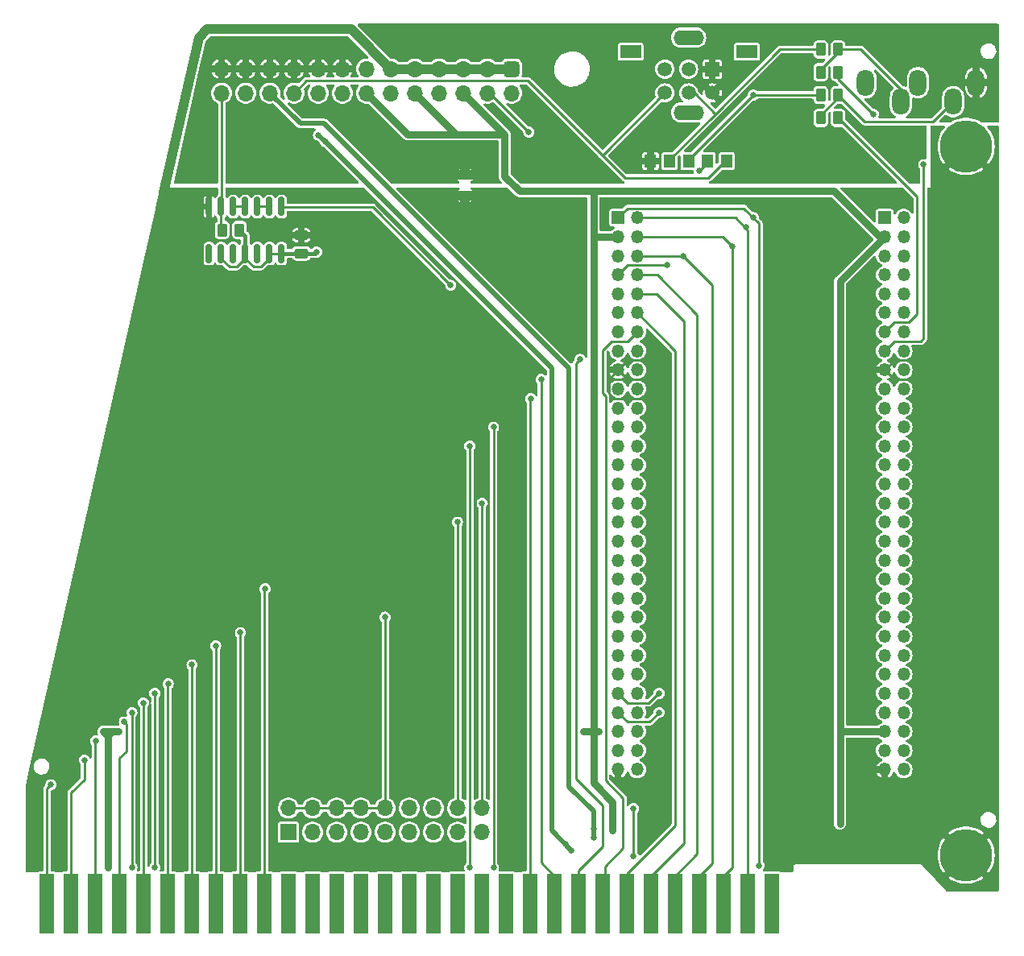
<source format=gbr>
%TF.GenerationSoftware,KiCad,Pcbnew,7.0.6-0*%
%TF.CreationDate,2023-07-28T22:27:15-06:00*%
%TF.ProjectId,ISA adapter,49534120-6164-4617-9074-65722e6b6963,rev?*%
%TF.SameCoordinates,Original*%
%TF.FileFunction,Copper,L1,Top*%
%TF.FilePolarity,Positive*%
%FSLAX46Y46*%
G04 Gerber Fmt 4.6, Leading zero omitted, Abs format (unit mm)*
G04 Created by KiCad (PCBNEW 7.0.6-0) date 2023-07-28 22:27:15*
%MOMM*%
%LPD*%
G01*
G04 APERTURE LIST*
G04 Aperture macros list*
%AMRoundRect*
0 Rectangle with rounded corners*
0 $1 Rounding radius*
0 $2 $3 $4 $5 $6 $7 $8 $9 X,Y pos of 4 corners*
0 Add a 4 corners polygon primitive as box body*
4,1,4,$2,$3,$4,$5,$6,$7,$8,$9,$2,$3,0*
0 Add four circle primitives for the rounded corners*
1,1,$1+$1,$2,$3*
1,1,$1+$1,$4,$5*
1,1,$1+$1,$6,$7*
1,1,$1+$1,$8,$9*
0 Add four rect primitives between the rounded corners*
20,1,$1+$1,$2,$3,$4,$5,0*
20,1,$1+$1,$4,$5,$6,$7,0*
20,1,$1+$1,$6,$7,$8,$9,0*
20,1,$1+$1,$8,$9,$2,$3,0*%
G04 Aperture macros list end*
%TA.AperFunction,ComponentPad*%
%ADD10C,1.500000*%
%TD*%
%TA.AperFunction,ComponentPad*%
%ADD11R,1.500000X1.500000*%
%TD*%
%TA.AperFunction,SMDPad,CuDef*%
%ADD12R,2.200000X1.400000*%
%TD*%
%TA.AperFunction,ComponentPad*%
%ADD13O,3.200000X1.600000*%
%TD*%
%TA.AperFunction,SMDPad,CuDef*%
%ADD14R,1.200000X1.400000*%
%TD*%
%TA.AperFunction,ConnectorPad*%
%ADD15R,1.524000X6.248400*%
%TD*%
%TA.AperFunction,ComponentPad*%
%ADD16O,1.800000X2.800000*%
%TD*%
%TA.AperFunction,ComponentPad*%
%ADD17RoundRect,0.425000X-0.425000X0.425000X-0.425000X-0.425000X0.425000X-0.425000X0.425000X0.425000X0*%
%TD*%
%TA.AperFunction,ComponentPad*%
%ADD18O,1.700000X1.700000*%
%TD*%
%TA.AperFunction,SMDPad,CuDef*%
%ADD19RoundRect,0.250000X-0.262500X-0.450000X0.262500X-0.450000X0.262500X0.450000X-0.262500X0.450000X0*%
%TD*%
%TA.AperFunction,SMDPad,CuDef*%
%ADD20RoundRect,0.150000X-0.150000X0.825000X-0.150000X-0.825000X0.150000X-0.825000X0.150000X0.825000X0*%
%TD*%
%TA.AperFunction,ComponentPad*%
%ADD21C,5.500000*%
%TD*%
%TA.AperFunction,ComponentPad*%
%ADD22R,1.350000X1.350000*%
%TD*%
%TA.AperFunction,ComponentPad*%
%ADD23O,1.350000X1.350000*%
%TD*%
%TA.AperFunction,SMDPad,CuDef*%
%ADD24RoundRect,0.250000X0.475000X-0.250000X0.475000X0.250000X-0.475000X0.250000X-0.475000X-0.250000X0*%
%TD*%
%TA.AperFunction,SMDPad,CuDef*%
%ADD25RoundRect,0.218750X0.381250X-0.218750X0.381250X0.218750X-0.381250X0.218750X-0.381250X-0.218750X0*%
%TD*%
%TA.AperFunction,ComponentPad*%
%ADD26R,1.700000X1.700000*%
%TD*%
%TA.AperFunction,ViaPad*%
%ADD27C,0.650000*%
%TD*%
%TA.AperFunction,ViaPad*%
%ADD28C,0.655000*%
%TD*%
%TA.AperFunction,Conductor*%
%ADD29C,0.250000*%
%TD*%
%TA.AperFunction,Conductor*%
%ADD30C,1.000000*%
%TD*%
%TA.AperFunction,Conductor*%
%ADD31C,0.750000*%
%TD*%
%TA.AperFunction,Conductor*%
%ADD32C,0.400000*%
%TD*%
%TA.AperFunction,Conductor*%
%ADD33C,0.500000*%
%TD*%
G04 APERTURE END LIST*
D10*
%TO.P,RV1,6,6*%
%TO.N,GNDS*%
X189000000Y-46880000D03*
%TO.P,RV1,5,5*%
%TO.N,Net-(R2-Pad1)*%
X186500000Y-46880000D03*
%TO.P,RV1,4,4*%
%TO.N,WTAUDIO_R*%
X184000000Y-46880000D03*
D11*
%TO.P,RV1,3,3*%
%TO.N,GNDS*%
X189000000Y-44380000D03*
D10*
%TO.P,RV1,2,2*%
%TO.N,Net-(R1-Pad1)*%
X186500000Y-44380000D03*
%TO.P,RV1,1,1*%
%TO.N,WTAUDIO_L*%
X184000000Y-44380000D03*
D12*
%TO.P,RV1,MP*%
%TO.N,N/C*%
X192600000Y-42541800D03*
D13*
X186500000Y-48937000D03*
X186500000Y-41063000D03*
D12*
X180400000Y-42541800D03*
D14*
%TO.P,RV1,6,6*%
%TO.N,GNDS*%
X182500000Y-54041800D03*
%TO.P,RV1,5,5*%
%TO.N,Net-(R2-Pad1)*%
X184500000Y-54041800D03*
%TO.P,RV1,4,4*%
%TO.N,WTAUDIO_R*%
X190500000Y-54041800D03*
%TO.P,RV1,3,3*%
%TO.N,GNDS*%
X182500000Y-54041800D03*
%TO.P,RV1,2,2*%
%TO.N,Net-(R1-Pad1)*%
X186500000Y-54041800D03*
%TO.P,RV1,1,1*%
%TO.N,WTAUDIO_L*%
X188500000Y-54041800D03*
%TD*%
D15*
%TO.P,J3,32,IO*%
%TO.N,unconnected-(J3-IO-Pad32)*%
X195262500Y-132092700D03*
%TO.P,J3,33,DB7*%
%TO.N,D7*%
X192722500Y-132092700D03*
%TO.P,J3,34,DB6*%
%TO.N,D6*%
X190182500Y-132092700D03*
%TO.P,J3,35,DB5*%
%TO.N,D5*%
X187642500Y-132092700D03*
%TO.P,J3,36,DB4*%
%TO.N,D4*%
X185102500Y-132092700D03*
%TO.P,J3,37,DB3*%
%TO.N,D3*%
X182562500Y-132092700D03*
%TO.P,J3,38,DB2*%
%TO.N,D2*%
X180022500Y-132092700D03*
%TO.P,J3,39,DB1*%
%TO.N,D1*%
X177482500Y-132092700D03*
%TO.P,J3,40,DB0*%
%TO.N,D0*%
X174942500Y-132092700D03*
%TO.P,J3,41,IO_READY*%
%TO.N,I{slash}OCHRDY*%
X172402500Y-132092700D03*
%TO.P,J3,42,AEN*%
%TO.N,AEN*%
X169862500Y-132092700D03*
%TO.P,J3,43,BA19*%
%TO.N,unconnected-(J3-BA19-Pad43)*%
X167322500Y-132092700D03*
%TO.P,J3,44,BA18*%
%TO.N,unconnected-(J3-BA18-Pad44)*%
X164782500Y-132092700D03*
%TO.P,J3,45,BA17*%
%TO.N,unconnected-(J3-BA17-Pad45)*%
X162242500Y-132092700D03*
%TO.P,J3,46,BA16*%
%TO.N,unconnected-(J3-BA16-Pad46)*%
X159702500Y-132092700D03*
%TO.P,J3,47,BA15*%
%TO.N,unconnected-(J3-BA15-Pad47)*%
X157162500Y-132092700D03*
%TO.P,J3,48,BA14*%
%TO.N,unconnected-(J3-BA14-Pad48)*%
X154622500Y-132092700D03*
%TO.P,J3,49,BA13*%
%TO.N,unconnected-(J3-BA13-Pad49)*%
X152082500Y-132092700D03*
%TO.P,J3,50,BA12*%
%TO.N,unconnected-(J3-BA12-Pad50)*%
X149542500Y-132092700D03*
%TO.P,J3,51,BA11*%
%TO.N,unconnected-(J3-BA11-Pad51)*%
X147002500Y-132092700D03*
%TO.P,J3,52,BA10*%
%TO.N,unconnected-(J3-BA10-Pad52)*%
X144462500Y-132092700D03*
%TO.P,J3,53,BA09*%
%TO.N,A9*%
X141922500Y-132092700D03*
%TO.P,J3,54,BA08*%
%TO.N,A8*%
X139382500Y-132092700D03*
%TO.P,J3,55,BA07*%
%TO.N,A7*%
X136842500Y-132092700D03*
%TO.P,J3,56,BA06*%
%TO.N,A6*%
X134302500Y-132092700D03*
%TO.P,J3,57,BA05*%
%TO.N,A5*%
X131762500Y-132092700D03*
%TO.P,J3,58,BA04*%
%TO.N,A4*%
X129222500Y-132092700D03*
%TO.P,J3,59,BA03*%
%TO.N,A3*%
X126682500Y-132092700D03*
%TO.P,J3,60,BA02*%
%TO.N,A2*%
X124142500Y-132092700D03*
%TO.P,J3,61,BA01*%
%TO.N,A1*%
X121602500Y-132092700D03*
%TO.P,J3,62,BA00*%
%TO.N,A0*%
X119062500Y-132092700D03*
%TD*%
D16*
%TO.P,J6,R*%
%TO.N,Net-(J6-PadR)*%
X208800000Y-47800000D03*
%TO.P,J6,RN*%
%TO.N,unconnected-(J6-PadRN)*%
X210600000Y-45800000D03*
%TO.P,J6,S*%
%TO.N,GNDS*%
X216700000Y-45800000D03*
%TO.P,J6,T*%
%TO.N,Net-(J6-PadT)*%
X214300000Y-47800000D03*
%TO.P,J6,TN*%
%TO.N,unconnected-(J6-PadTN)*%
X205100000Y-45800000D03*
%TD*%
D17*
%TO.P,J5,1,Pin_1*%
%TO.N,GND*%
X167900000Y-44360000D03*
D18*
%TO.P,J5,2,Pin_2*%
%TO.N,unconnected-(J5-Pin_2-Pad2)*%
X167900000Y-46900000D03*
%TO.P,J5,3,Pin_3*%
%TO.N,GND*%
X165360000Y-44360000D03*
%TO.P,J5,4,Pin_4*%
%TO.N,MIDI_TTL*%
X165360000Y-46900000D03*
%TO.P,J5,5,Pin_5*%
%TO.N,GND*%
X162820000Y-44360000D03*
%TO.P,J5,6,Pin_6*%
%TO.N,+5V*%
X162820000Y-46900000D03*
%TO.P,J5,7,Pin_7*%
%TO.N,GND*%
X160280000Y-44360000D03*
%TO.P,J5,8,Pin_8*%
%TO.N,unconnected-(J5-Pin_8-Pad8)*%
X160280000Y-46900000D03*
%TO.P,J5,9,Pin_9*%
%TO.N,GND*%
X157740000Y-44360000D03*
%TO.P,J5,10,Pin_10*%
%TO.N,+5V*%
X157740000Y-46900000D03*
%TO.P,J5,11,Pin_11*%
%TO.N,GND*%
X155200000Y-44360000D03*
%TO.P,J5,12,Pin_12*%
%TO.N,unconnected-(J5-Pin_12-Pad12)*%
X155200000Y-46900000D03*
%TO.P,J5,13,Pin_13*%
%TO.N,unconnected-(J5-Pin_13-Pad13)*%
X152660000Y-44360000D03*
%TO.P,J5,14,Pin_14*%
%TO.N,+5V*%
X152660000Y-46900000D03*
%TO.P,J5,15,Pin_15*%
%TO.N,GNDS*%
X150120000Y-44360000D03*
%TO.P,J5,16,Pin_16*%
%TO.N,unconnected-(J5-Pin_16-Pad16)*%
X150120000Y-46900000D03*
%TO.P,J5,17,Pin_17*%
%TO.N,GNDS*%
X147580000Y-44360000D03*
%TO.P,J5,18,Pin_18*%
%TO.N,+12V*%
X147580000Y-46900000D03*
%TO.P,J5,19,Pin_19*%
%TO.N,GNDS*%
X145040000Y-44360000D03*
%TO.P,J5,20,Pin_20*%
%TO.N,WTAUDIO_R*%
X145040000Y-46900000D03*
%TO.P,J5,21,Pin_21*%
%TO.N,GNDS*%
X142500000Y-44360000D03*
%TO.P,J5,22,Pin_22*%
%TO.N,-12V*%
X142500000Y-46900000D03*
%TO.P,J5,23,Pin_23*%
%TO.N,GNDS*%
X139960000Y-44360000D03*
%TO.P,J5,24,Pin_24*%
%TO.N,WTAUDIO_L*%
X139960000Y-46900000D03*
%TO.P,J5,25,Pin_25*%
%TO.N,GNDS*%
X137420000Y-44360000D03*
%TO.P,J5,26,Pin_26*%
%TO.N,~{RESET}*%
X137420000Y-46900000D03*
%TD*%
D19*
%TO.P,R1,1*%
%TO.N,Net-(R1-Pad1)*%
X200387500Y-47100000D03*
%TO.P,R1,2*%
%TO.N,Net-(J6-PadT)*%
X202212500Y-47100000D03*
%TD*%
%TO.P,R4,1*%
%TO.N,Net-(J6-PadT)*%
X200387500Y-49500000D03*
%TO.P,R4,2*%
%TO.N,PGAUDIO_L*%
X202212500Y-49500000D03*
%TD*%
D20*
%TO.P,U1,1*%
%TO.N,RESET*%
X143710000Y-58825000D03*
%TO.P,U1,2*%
%TO.N,Net-(U1-Pad2)*%
X142440000Y-58825000D03*
%TO.P,U1,3*%
X141170000Y-58825000D03*
%TO.P,U1,4*%
%TO.N,Net-(U1-Pad4)*%
X139900000Y-58825000D03*
%TO.P,U1,5*%
X138630000Y-58825000D03*
%TO.P,U1,6*%
%TO.N,~{RESET}*%
X137360000Y-58825000D03*
%TO.P,U1,7,GND*%
%TO.N,GND*%
X136090000Y-58825000D03*
%TO.P,U1,8*%
%TO.N,unconnected-(U1-Pad8)*%
X136090000Y-63775000D03*
%TO.P,U1,9*%
%TO.N,+5V*%
X137360000Y-63775000D03*
%TO.P,U1,10*%
%TO.N,unconnected-(U1-Pad10)*%
X138630000Y-63775000D03*
%TO.P,U1,11*%
%TO.N,+5V*%
X139900000Y-63775000D03*
%TO.P,U1,12*%
%TO.N,unconnected-(U1-Pad12)*%
X141170000Y-63775000D03*
%TO.P,U1,13*%
%TO.N,+5V*%
X142440000Y-63775000D03*
%TO.P,U1,14,VCC*%
X143710000Y-63775000D03*
%TD*%
D21*
%TO.P,H1,1,1*%
%TO.N,GND*%
X215658700Y-52500000D03*
%TD*%
D19*
%TO.P,R5,1*%
%TO.N,~{RESET}*%
X137487500Y-61300000D03*
%TO.P,R5,2*%
%TO.N,+5V*%
X139312500Y-61300000D03*
%TD*%
%TO.P,R2,1*%
%TO.N,Net-(R2-Pad1)*%
X200387500Y-42300000D03*
%TO.P,R2,2*%
%TO.N,Net-(J6-PadR)*%
X202212500Y-42300000D03*
%TD*%
D22*
%TO.P,J1,1,Pin_1*%
%TO.N,RESET*%
X179100000Y-60000000D03*
D23*
%TO.P,J1,2,Pin_2*%
%TO.N,D7*%
X181100000Y-60000000D03*
%TO.P,J1,3,Pin_3*%
%TO.N,+5V*%
X179100000Y-62000000D03*
%TO.P,J1,4,Pin_4*%
%TO.N,D6*%
X181100000Y-62000000D03*
%TO.P,J1,5,Pin_5*%
%TO.N,unconnected-(J1-Pin_5-Pad5)*%
X179100000Y-64000000D03*
%TO.P,J1,6,Pin_6*%
%TO.N,D5*%
X181100000Y-64000000D03*
%TO.P,J1,7,Pin_7*%
%TO.N,MIDI_TTL*%
X179100000Y-66000000D03*
%TO.P,J1,8,Pin_8*%
%TO.N,D4*%
X181100000Y-66000000D03*
%TO.P,J1,9,Pin_9*%
%TO.N,unconnected-(J1-Pin_9-Pad9)*%
X179100000Y-68000000D03*
%TO.P,J1,10,Pin_10*%
%TO.N,D3*%
X181100000Y-68000000D03*
%TO.P,J1,11,Pin_11*%
%TO.N,unconnected-(J1-Pin_11-Pad11)*%
X179100000Y-70000000D03*
%TO.P,J1,12,Pin_12*%
%TO.N,D2*%
X181100000Y-70000000D03*
%TO.P,J1,13,Pin_13*%
%TO.N,PGAUDIO_L*%
X179100000Y-72000000D03*
%TO.P,J1,14,Pin_14*%
%TO.N,D1*%
X181100000Y-72000000D03*
%TO.P,J1,15,Pin_15*%
%TO.N,PGAUDIO_R*%
X179100000Y-74000000D03*
%TO.P,J1,16,Pin_16*%
%TO.N,D0*%
X181100000Y-74000000D03*
%TO.P,J1,17,Pin_17*%
%TO.N,GND*%
X179100000Y-76000000D03*
%TO.P,J1,18,Pin_18*%
%TO.N,I{slash}OCHRDY*%
X181100000Y-76000000D03*
%TO.P,J1,19,Pin_19*%
%TO.N,unconnected-(J1-Pin_19-Pad19)*%
X179100000Y-78000000D03*
%TO.P,J1,20,Pin_20*%
%TO.N,AEN*%
X181100000Y-78000000D03*
%TO.P,J1,21,Pin_21*%
%TO.N,unconnected-(J1-Pin_21-Pad21)*%
X179100000Y-80000000D03*
%TO.P,J1,22,Pin_22*%
%TO.N,unconnected-(J1-Pin_22-Pad22)*%
X181100000Y-80000000D03*
%TO.P,J1,23,Pin_23*%
%TO.N,~{IOW}*%
X179100000Y-82000000D03*
%TO.P,J1,24,Pin_24*%
%TO.N,unconnected-(J1-Pin_24-Pad24)*%
X181100000Y-82000000D03*
%TO.P,J1,25,Pin_25*%
%TO.N,~{IOR}*%
X179100000Y-84000000D03*
%TO.P,J1,26,Pin_26*%
%TO.N,unconnected-(J1-Pin_26-Pad26)*%
X181100000Y-84000000D03*
%TO.P,J1,27,Pin_27*%
%TO.N,unconnected-(J1-Pin_27-Pad27)*%
X179100000Y-86000000D03*
%TO.P,J1,28,Pin_28*%
%TO.N,unconnected-(J1-Pin_28-Pad28)*%
X181100000Y-86000000D03*
%TO.P,J1,29,Pin_29*%
%TO.N,unconnected-(J1-Pin_29-Pad29)*%
X179100000Y-88000000D03*
%TO.P,J1,30,Pin_30*%
%TO.N,unconnected-(J1-Pin_30-Pad30)*%
X181100000Y-88000000D03*
%TO.P,J1,31,Pin_31*%
%TO.N,DACK*%
X179100000Y-90000000D03*
%TO.P,J1,32,Pin_32*%
%TO.N,unconnected-(J1-Pin_32-Pad32)*%
X181100000Y-90000000D03*
%TO.P,J1,33,Pin_33*%
%TO.N,DRQ*%
X179100000Y-92000000D03*
%TO.P,J1,34,Pin_34*%
%TO.N,unconnected-(J1-Pin_34-Pad34)*%
X181100000Y-92000000D03*
%TO.P,J1,35,Pin_35*%
%TO.N,unconnected-(J1-Pin_35-Pad35)*%
X179100000Y-94000000D03*
%TO.P,J1,36,Pin_36*%
%TO.N,unconnected-(J1-Pin_36-Pad36)*%
X181100000Y-94000000D03*
%TO.P,J1,37,Pin_37*%
%TO.N,unconnected-(J1-Pin_37-Pad37)*%
X179100000Y-96000000D03*
%TO.P,J1,38,Pin_38*%
%TO.N,unconnected-(J1-Pin_38-Pad38)*%
X181100000Y-96000000D03*
%TO.P,J1,39,Pin_39*%
%TO.N,unconnected-(J1-Pin_39-Pad39)*%
X179100000Y-98000000D03*
%TO.P,J1,40,Pin_40*%
%TO.N,unconnected-(J1-Pin_40-Pad40)*%
X181100000Y-98000000D03*
%TO.P,J1,41,Pin_41*%
%TO.N,unconnected-(J1-Pin_41-Pad41)*%
X179100000Y-100000000D03*
%TO.P,J1,42,Pin_42*%
%TO.N,A9*%
X181100000Y-100000000D03*
%TO.P,J1,43,Pin_43*%
%TO.N,IRQ*%
X179100000Y-102000000D03*
%TO.P,J1,44,Pin_44*%
%TO.N,A8*%
X181100000Y-102000000D03*
%TO.P,J1,45,Pin_45*%
%TO.N,unconnected-(J1-Pin_45-Pad45)*%
X179100000Y-104000000D03*
%TO.P,J1,46,Pin_46*%
%TO.N,A7*%
X181100000Y-104000000D03*
%TO.P,J1,47,Pin_47*%
%TO.N,unconnected-(J1-Pin_47-Pad47)*%
X179100000Y-106000000D03*
%TO.P,J1,48,Pin_48*%
%TO.N,A6*%
X181100000Y-106000000D03*
%TO.P,J1,49,Pin_49*%
%TO.N,unconnected-(J1-Pin_49-Pad49)*%
X179100000Y-108000000D03*
%TO.P,J1,50,Pin_50*%
%TO.N,A5*%
X181100000Y-108000000D03*
%TO.P,J1,51,Pin_51*%
%TO.N,TC*%
X179100000Y-110000000D03*
%TO.P,J1,52,Pin_52*%
%TO.N,A4*%
X181100000Y-110000000D03*
%TO.P,J1,53,Pin_53*%
%TO.N,/ALE*%
X179100000Y-112000000D03*
%TO.P,J1,54,Pin_54*%
%TO.N,A3*%
X181100000Y-112000000D03*
%TO.P,J1,55,Pin_55*%
%TO.N,+5V*%
X179100000Y-114000000D03*
%TO.P,J1,56,Pin_56*%
%TO.N,A2*%
X181100000Y-114000000D03*
%TO.P,J1,57,Pin_57*%
%TO.N,unconnected-(J1-Pin_57-Pad57)*%
X179100000Y-116000000D03*
%TO.P,J1,58,Pin_58*%
%TO.N,A1*%
X181100000Y-116000000D03*
%TO.P,J1,59,Pin_59*%
%TO.N,GND*%
X179100000Y-118000000D03*
%TO.P,J1,60,Pin_60*%
%TO.N,A0*%
X181100000Y-118000000D03*
%TD*%
D19*
%TO.P,R3,1*%
%TO.N,Net-(J6-PadR)*%
X200387500Y-44700000D03*
%TO.P,R3,2*%
%TO.N,PGAUDIO_R*%
X202212500Y-44700000D03*
%TD*%
D24*
%TO.P,C1,1*%
%TO.N,+5V*%
X145800000Y-63750000D03*
%TO.P,C1,2*%
%TO.N,GND*%
X145800000Y-61850000D03*
%TD*%
D22*
%TO.P,J2,1,Pin_1*%
%TO.N,RESET*%
X207100000Y-60000000D03*
D23*
%TO.P,J2,2,Pin_2*%
%TO.N,D7*%
X209100000Y-60000000D03*
%TO.P,J2,3,Pin_3*%
%TO.N,+5V*%
X207100000Y-62000000D03*
%TO.P,J2,4,Pin_4*%
%TO.N,D6*%
X209100000Y-62000000D03*
%TO.P,J2,5,Pin_5*%
%TO.N,unconnected-(J2-Pin_5-Pad5)*%
X207100000Y-64000000D03*
%TO.P,J2,6,Pin_6*%
%TO.N,D5*%
X209100000Y-64000000D03*
%TO.P,J2,7,Pin_7*%
%TO.N,MIDI_TTL*%
X207100000Y-66000000D03*
%TO.P,J2,8,Pin_8*%
%TO.N,D4*%
X209100000Y-66000000D03*
%TO.P,J2,9,Pin_9*%
%TO.N,unconnected-(J2-Pin_9-Pad9)*%
X207100000Y-68000000D03*
%TO.P,J2,10,Pin_10*%
%TO.N,D3*%
X209100000Y-68000000D03*
%TO.P,J2,11,Pin_11*%
%TO.N,unconnected-(J2-Pin_11-Pad11)*%
X207100000Y-70000000D03*
%TO.P,J2,12,Pin_12*%
%TO.N,D2*%
X209100000Y-70000000D03*
%TO.P,J2,13,Pin_13*%
%TO.N,PGAUDIO_L*%
X207100000Y-72000000D03*
%TO.P,J2,14,Pin_14*%
%TO.N,D1*%
X209100000Y-72000000D03*
%TO.P,J2,15,Pin_15*%
%TO.N,PGAUDIO_R*%
X207100000Y-74000000D03*
%TO.P,J2,16,Pin_16*%
%TO.N,D0*%
X209100000Y-74000000D03*
%TO.P,J2,17,Pin_17*%
%TO.N,GND*%
X207100000Y-76000000D03*
%TO.P,J2,18,Pin_18*%
%TO.N,I{slash}OCHRDY*%
X209100000Y-76000000D03*
%TO.P,J2,19,Pin_19*%
%TO.N,unconnected-(J2-Pin_19-Pad19)*%
X207100000Y-78000000D03*
%TO.P,J2,20,Pin_20*%
%TO.N,AEN*%
X209100000Y-78000000D03*
%TO.P,J2,21,Pin_21*%
%TO.N,unconnected-(J2-Pin_21-Pad21)*%
X207100000Y-80000000D03*
%TO.P,J2,22,Pin_22*%
%TO.N,unconnected-(J2-Pin_22-Pad22)*%
X209100000Y-80000000D03*
%TO.P,J2,23,Pin_23*%
%TO.N,~{IOW}*%
X207100000Y-82000000D03*
%TO.P,J2,24,Pin_24*%
%TO.N,unconnected-(J2-Pin_24-Pad24)*%
X209100000Y-82000000D03*
%TO.P,J2,25,Pin_25*%
%TO.N,~{IOR}*%
X207100000Y-84000000D03*
%TO.P,J2,26,Pin_26*%
%TO.N,unconnected-(J2-Pin_26-Pad26)*%
X209100000Y-84000000D03*
%TO.P,J2,27,Pin_27*%
%TO.N,unconnected-(J2-Pin_27-Pad27)*%
X207100000Y-86000000D03*
%TO.P,J2,28,Pin_28*%
%TO.N,unconnected-(J2-Pin_28-Pad28)*%
X209100000Y-86000000D03*
%TO.P,J2,29,Pin_29*%
%TO.N,unconnected-(J2-Pin_29-Pad29)*%
X207100000Y-88000000D03*
%TO.P,J2,30,Pin_30*%
%TO.N,unconnected-(J2-Pin_30-Pad30)*%
X209100000Y-88000000D03*
%TO.P,J2,31,Pin_31*%
%TO.N,DACK*%
X207100000Y-90000000D03*
%TO.P,J2,32,Pin_32*%
%TO.N,unconnected-(J2-Pin_32-Pad32)*%
X209100000Y-90000000D03*
%TO.P,J2,33,Pin_33*%
%TO.N,DRQ*%
X207100000Y-92000000D03*
%TO.P,J2,34,Pin_34*%
%TO.N,unconnected-(J2-Pin_34-Pad34)*%
X209100000Y-92000000D03*
%TO.P,J2,35,Pin_35*%
%TO.N,unconnected-(J2-Pin_35-Pad35)*%
X207100000Y-94000000D03*
%TO.P,J2,36,Pin_36*%
%TO.N,unconnected-(J2-Pin_36-Pad36)*%
X209100000Y-94000000D03*
%TO.P,J2,37,Pin_37*%
%TO.N,unconnected-(J2-Pin_37-Pad37)*%
X207100000Y-96000000D03*
%TO.P,J2,38,Pin_38*%
%TO.N,unconnected-(J2-Pin_38-Pad38)*%
X209100000Y-96000000D03*
%TO.P,J2,39,Pin_39*%
%TO.N,unconnected-(J2-Pin_39-Pad39)*%
X207100000Y-98000000D03*
%TO.P,J2,40,Pin_40*%
%TO.N,unconnected-(J2-Pin_40-Pad40)*%
X209100000Y-98000000D03*
%TO.P,J2,41,Pin_41*%
%TO.N,unconnected-(J2-Pin_41-Pad41)*%
X207100000Y-100000000D03*
%TO.P,J2,42,Pin_42*%
%TO.N,A9*%
X209100000Y-100000000D03*
%TO.P,J2,43,Pin_43*%
%TO.N,IRQ*%
X207100000Y-102000000D03*
%TO.P,J2,44,Pin_44*%
%TO.N,A8*%
X209100000Y-102000000D03*
%TO.P,J2,45,Pin_45*%
%TO.N,unconnected-(J2-Pin_45-Pad45)*%
X207100000Y-104000000D03*
%TO.P,J2,46,Pin_46*%
%TO.N,A7*%
X209100000Y-104000000D03*
%TO.P,J2,47,Pin_47*%
%TO.N,unconnected-(J2-Pin_47-Pad47)*%
X207100000Y-106000000D03*
%TO.P,J2,48,Pin_48*%
%TO.N,A6*%
X209100000Y-106000000D03*
%TO.P,J2,49,Pin_49*%
%TO.N,unconnected-(J2-Pin_49-Pad49)*%
X207100000Y-108000000D03*
%TO.P,J2,50,Pin_50*%
%TO.N,A5*%
X209100000Y-108000000D03*
%TO.P,J2,51,Pin_51*%
%TO.N,TC*%
X207100000Y-110000000D03*
%TO.P,J2,52,Pin_52*%
%TO.N,A4*%
X209100000Y-110000000D03*
%TO.P,J2,53,Pin_53*%
%TO.N,/ALE*%
X207100000Y-112000000D03*
%TO.P,J2,54,Pin_54*%
%TO.N,A3*%
X209100000Y-112000000D03*
%TO.P,J2,55,Pin_55*%
%TO.N,+5V*%
X207100000Y-114000000D03*
%TO.P,J2,56,Pin_56*%
%TO.N,A2*%
X209100000Y-114000000D03*
%TO.P,J2,57,Pin_57*%
%TO.N,unconnected-(J2-Pin_57-Pad57)*%
X207100000Y-116000000D03*
%TO.P,J2,58,Pin_58*%
%TO.N,A1*%
X209100000Y-116000000D03*
%TO.P,J2,59,Pin_59*%
%TO.N,GND*%
X207100000Y-118000000D03*
%TO.P,J2,60,Pin_60*%
%TO.N,A0*%
X209100000Y-118000000D03*
%TD*%
D25*
%TO.P,FB1,1*%
%TO.N,GND*%
X163000000Y-57662500D03*
%TO.P,FB1,2*%
%TO.N,GNDS*%
X163000000Y-55537500D03*
%TD*%
D26*
%TO.P,J4,1,Pin_1*%
%TO.N,IRQ2*%
X144450000Y-124600000D03*
D18*
%TO.P,J4,2,Pin_2*%
%TO.N,IRQ*%
X144450000Y-122060000D03*
%TO.P,J4,3,Pin_3*%
%TO.N,IRQ3*%
X146990000Y-124600000D03*
%TO.P,J4,4,Pin_4*%
%TO.N,IRQ*%
X146990000Y-122060000D03*
%TO.P,J4,5,Pin_5*%
%TO.N,IRQ4*%
X149530000Y-124600000D03*
%TO.P,J4,6,Pin_6*%
%TO.N,IRQ*%
X149530000Y-122060000D03*
%TO.P,J4,7,Pin_7*%
%TO.N,IRQ5*%
X152070000Y-124600000D03*
%TO.P,J4,8,Pin_8*%
%TO.N,IRQ*%
X152070000Y-122060000D03*
%TO.P,J4,9,Pin_9*%
%TO.N,IRQ7*%
X154610000Y-124600000D03*
%TO.P,J4,10,Pin_10*%
%TO.N,IRQ*%
X154610000Y-122060000D03*
%TO.P,J4,11,Pin_11*%
%TO.N,DRQ1*%
X157150000Y-124600000D03*
%TO.P,J4,12,Pin_12*%
%TO.N,DRQ*%
X157150000Y-122060000D03*
%TO.P,J4,13,Pin_13*%
%TO.N,DACK1*%
X159690000Y-124600000D03*
%TO.P,J4,14,Pin_14*%
%TO.N,DACK*%
X159690000Y-122060000D03*
%TO.P,J4,15,Pin_15*%
%TO.N,DRQ3*%
X162230000Y-124600000D03*
%TO.P,J4,16,Pin_16*%
%TO.N,DRQ*%
X162230000Y-122060000D03*
%TO.P,J4,17,Pin_17*%
%TO.N,DACK3*%
X164770000Y-124600000D03*
%TO.P,J4,18,Pin_18*%
%TO.N,DACK*%
X164770000Y-122060000D03*
%TD*%
D21*
%TO.P,H2,1,1*%
%TO.N,GND*%
X215658700Y-127008000D03*
%TD*%
D27*
%TO.N,Net-(R1-Pad1)*%
X193300000Y-47100000D03*
%TO.N,A0*%
X119500000Y-119600000D03*
%TO.N,A1*%
X123000000Y-117000000D03*
%TO.N,A2*%
X124200000Y-115000000D03*
%TO.N,A3*%
X127200000Y-113000000D03*
%TO.N,A4*%
X129200000Y-111000000D03*
%TO.N,A5*%
X131800000Y-109000000D03*
%TO.N,A6*%
X134300000Y-107000000D03*
%TO.N,A7*%
X136800000Y-105000000D03*
%TO.N,A8*%
X139400000Y-103600000D03*
%TO.N,A9*%
X142000000Y-99000000D03*
%TO.N,D0*%
X175100000Y-74900000D03*
%TO.N,D5*%
X185900000Y-64000000D03*
%TO.N,D6*%
X191100000Y-63000000D03*
%TO.N,D7*%
X192500000Y-61000000D03*
%TO.N,GND*%
X161400000Y-118900000D03*
X167600000Y-67900000D03*
X161400000Y-117800000D03*
X205500000Y-118000000D03*
X166800000Y-118900000D03*
X164000000Y-57700000D03*
X167900000Y-121800000D03*
X166800000Y-121800000D03*
X152100000Y-57400000D03*
X184300000Y-76000000D03*
X175300000Y-67900000D03*
X181100000Y-119600000D03*
X198000000Y-59200000D03*
X196500000Y-127000000D03*
X195300000Y-128100000D03*
X194400000Y-59200000D03*
X118000000Y-127000000D03*
X156800000Y-57400000D03*
X203600000Y-118000000D03*
X198100000Y-76000000D03*
X169000000Y-120900000D03*
X160600000Y-67900000D03*
X194900000Y-76000000D03*
X196500000Y-128100000D03*
X175300000Y-66000000D03*
X207100000Y-58200000D03*
X155500000Y-118900000D03*
X142700000Y-118900000D03*
X182400000Y-76000000D03*
X153800000Y-117800000D03*
X142700000Y-117800000D03*
X169800000Y-58200000D03*
X166000000Y-65900000D03*
X155500000Y-117800000D03*
X172900000Y-58200000D03*
X194800000Y-118000000D03*
X195300000Y-127000000D03*
X166800000Y-120900000D03*
X167800000Y-117800000D03*
X120300000Y-128200000D03*
X162000000Y-57700000D03*
X167800000Y-118900000D03*
X198000000Y-118000000D03*
X153800000Y-118900000D03*
X167900000Y-120900000D03*
X120300000Y-127000000D03*
X166800000Y-117800000D03*
X168800000Y-118300000D03*
X201200000Y-118000000D03*
X169000000Y-121800000D03*
X118000000Y-128200000D03*
X181700000Y-124200000D03*
X183400000Y-76000000D03*
X163000000Y-58600000D03*
X201200000Y-76000000D03*
X209100000Y-58200000D03*
X184200000Y-122100000D03*
X174600000Y-73600000D03*
X202100000Y-59200000D03*
%TO.N,~{IOW}*%
X166000000Y-128300000D03*
X166000000Y-82000000D03*
%TO.N,~{IOR}*%
X163500000Y-128300000D03*
X163500000Y-84000000D03*
%TO.N,I{slash}OCHRDY*%
X171000000Y-77000000D03*
%TO.N,+5V*%
X202400000Y-122800000D03*
D28*
X125500000Y-127300000D03*
D27*
X202400000Y-121900000D03*
D28*
X125500000Y-126400000D03*
X125500000Y-128300000D03*
D27*
X202400000Y-123700000D03*
X176200000Y-114000000D03*
D28*
X125800000Y-114000000D03*
D27*
X178500000Y-124400000D03*
D28*
X126600000Y-114000000D03*
D27*
X178500000Y-123600000D03*
X147400000Y-63600000D03*
X178500000Y-122800000D03*
X177000000Y-114000000D03*
D28*
X125000000Y-114000000D03*
D27*
X175400000Y-114000000D03*
%TO.N,RESET*%
X193300000Y-60000000D03*
X193900000Y-128100000D03*
X161500000Y-67100000D03*
%TO.N,IRQ2*%
X180700000Y-127150000D03*
X180700000Y-122100000D03*
%TO.N,TC*%
X183400000Y-110000000D03*
X130400000Y-128300000D03*
X130400000Y-110000000D03*
%TO.N,AEN*%
X169900000Y-79000000D03*
%TO.N,MIDI_TTL*%
X184200000Y-65000000D03*
X169710000Y-51010000D03*
%TO.N,DACK*%
X164800000Y-90000000D03*
%TO.N,DRQ*%
X162200000Y-92000000D03*
%TO.N,/ALE*%
X183400000Y-112000000D03*
X128000000Y-128300000D03*
X128000000Y-112000000D03*
%TO.N,IRQ*%
X154600000Y-102000000D03*
%TO.N,PGAUDIO_R*%
X205900000Y-49100000D03*
X211200000Y-54400000D03*
%TO.N,-12V*%
X176500000Y-124200000D03*
X176500000Y-125200000D03*
%TO.N,+12V*%
X174200000Y-126500000D03*
X147600000Y-51300000D03*
X173550000Y-125850000D03*
X148300000Y-52000000D03*
%TO.N,WTAUDIO_L*%
X187600000Y-55100000D03*
%TO.N,GNDS*%
X156400000Y-43000000D03*
X164000000Y-55500000D03*
X155600000Y-55900000D03*
X183200000Y-40000000D03*
X199100000Y-43500000D03*
X148100000Y-55900000D03*
X178600000Y-40200000D03*
X218700000Y-49500000D03*
X178500000Y-55900000D03*
X182500000Y-51600000D03*
X199100000Y-45900000D03*
X136400000Y-55900000D03*
X163000000Y-54600000D03*
X138400000Y-55900000D03*
X181100000Y-53800000D03*
X210900000Y-50700000D03*
X207400000Y-56000000D03*
X210200000Y-56000000D03*
X218700000Y-40000000D03*
X206800000Y-45900000D03*
X168800000Y-55500000D03*
X150500000Y-55900000D03*
X194800000Y-40000000D03*
X133100000Y-55900000D03*
X153200000Y-40200000D03*
X162000000Y-55500000D03*
X190000000Y-55900000D03*
X170700000Y-55900000D03*
X152500000Y-49100000D03*
%TD*%
D29*
%TO.N,Net-(R2-Pad1)*%
X184500000Y-53891800D02*
X189295900Y-49095900D01*
X189295900Y-49095900D02*
X196091800Y-42300000D01*
X186500000Y-46880000D02*
X187080000Y-46880000D01*
X187080000Y-46880000D02*
X189295900Y-49095900D01*
%TO.N,WTAUDIO_R*%
X169600000Y-45600000D02*
X177450000Y-53450000D01*
X184000000Y-46880000D02*
X177450000Y-53430000D01*
X177450000Y-53450000D02*
X179800000Y-55800000D01*
X177450000Y-53430000D02*
X177450000Y-53450000D01*
%TO.N,A0*%
X119062500Y-120037500D02*
X119062500Y-132397500D01*
X119500000Y-119600000D02*
X119062500Y-120037500D01*
%TO.N,A1*%
X123000000Y-119061000D02*
X121602500Y-120458500D01*
X123000000Y-117000000D02*
X123000000Y-119061000D01*
X121602500Y-120458500D02*
X121602500Y-132397500D01*
%TO.N,A2*%
X124200000Y-115000000D02*
X124142500Y-115057500D01*
X124142500Y-115057500D02*
X124142500Y-132397500D01*
%TO.N,A3*%
X127400000Y-113200000D02*
X127400000Y-116100000D01*
X126682500Y-116817500D02*
X126682500Y-132397500D01*
X127200000Y-113000000D02*
X127400000Y-113200000D01*
X127400000Y-116100000D02*
X126682500Y-116817500D01*
%TO.N,A4*%
X129222500Y-111022500D02*
X129222500Y-132397500D01*
X129200000Y-111000000D02*
X129222500Y-111022500D01*
%TO.N,A5*%
X131762500Y-109037500D02*
X131762500Y-132397500D01*
X131800000Y-109000000D02*
X131762500Y-109037500D01*
%TO.N,A6*%
X134302500Y-107002500D02*
X134302500Y-132397500D01*
X134300000Y-107000000D02*
X134302500Y-107002500D01*
%TO.N,A7*%
X136842500Y-105042500D02*
X136842500Y-132397500D01*
X136800000Y-105000000D02*
X136842500Y-105042500D01*
%TO.N,A8*%
X139382500Y-103617500D02*
X139400000Y-103600000D01*
X139382500Y-132397500D02*
X139382500Y-103617500D01*
%TO.N,A9*%
X141922500Y-99077500D02*
X141922500Y-132397500D01*
X142000000Y-99000000D02*
X141922500Y-99077500D01*
%TO.N,D0*%
X174942500Y-128657500D02*
X174942500Y-132397500D01*
X175100000Y-74900000D02*
X174700000Y-75300000D01*
X174700000Y-75300000D02*
X174700000Y-119000000D01*
X177500000Y-121800000D02*
X177500000Y-126100000D01*
X174700000Y-119000000D02*
X177500000Y-121800000D01*
X177500000Y-126100000D02*
X174942500Y-128657500D01*
%TO.N,D1*%
X181100000Y-72000000D02*
X180100000Y-73000000D01*
X178400000Y-73000000D02*
X177500000Y-73900000D01*
X180100000Y-73000000D02*
X178400000Y-73000000D01*
X177780271Y-78730881D02*
X177780271Y-119180271D01*
X177500000Y-78450610D02*
X177780271Y-78730881D01*
X177500000Y-73900000D02*
X177500000Y-78450610D01*
X177700000Y-128200000D02*
X177700000Y-131980000D01*
X179600000Y-126300000D02*
X177700000Y-128200000D01*
X177780271Y-119180271D02*
X179600000Y-121000000D01*
X179600000Y-121000000D02*
X179600000Y-126300000D01*
%TO.N,D2*%
X181100000Y-70000000D02*
X185100000Y-74000000D01*
X185100000Y-123900000D02*
X180022500Y-128977500D01*
X185100000Y-74000000D02*
X185100000Y-123900000D01*
X180022500Y-128977500D02*
X180022500Y-132397500D01*
%TO.N,D3*%
X183100000Y-68000000D02*
X181100000Y-68000000D01*
X182562500Y-129237500D02*
X186000000Y-125800000D01*
X186000000Y-70900000D02*
X183100000Y-68000000D01*
X186000000Y-125800000D02*
X186000000Y-70900000D01*
%TO.N,D4*%
X187400000Y-126900000D02*
X187400000Y-70200000D01*
X183200000Y-66000000D02*
X181100000Y-66000000D01*
X185102500Y-129197500D02*
X187400000Y-126900000D01*
X187400000Y-70200000D02*
X183200000Y-66000000D01*
%TO.N,D5*%
X189000000Y-67100000D02*
X185900000Y-64000000D01*
X187642500Y-129257500D02*
X189000000Y-127900000D01*
X189000000Y-127900000D02*
X189000000Y-67100000D01*
X185900000Y-64000000D02*
X181100000Y-64000000D01*
%TO.N,D6*%
X191100000Y-63000000D02*
X191100000Y-128300000D01*
X190100000Y-62000000D02*
X181100000Y-62000000D01*
X191100000Y-63000000D02*
X190100000Y-62000000D01*
X191100000Y-128300000D02*
X190182500Y-129217500D01*
%TO.N,D7*%
X181100000Y-60000000D02*
X191400000Y-60000000D01*
X191400000Y-60000000D02*
X192722500Y-61322500D01*
X192722500Y-61322500D02*
X192722500Y-132397500D01*
D30*
%TO.N,GND*%
X163000000Y-57737500D02*
X163000000Y-58600000D01*
D29*
X181600000Y-77000000D02*
X182542893Y-76057107D01*
D30*
X162000000Y-57700000D02*
X162962500Y-57700000D01*
X131360435Y-57354841D02*
X132413338Y-58407744D01*
D31*
X184300000Y-76000000D02*
X182400000Y-76000000D01*
D29*
X182400000Y-75885786D02*
X182400000Y-76000000D01*
D30*
X151040000Y-40200000D02*
X135900000Y-40200000D01*
D29*
X207100000Y-76000000D02*
X208000000Y-75100000D01*
X180300000Y-77000000D02*
X181600000Y-77000000D01*
D30*
X135900000Y-40200000D02*
X135019676Y-41080324D01*
X164000000Y-57700000D02*
X163037500Y-57700000D01*
D29*
X208000000Y-75100000D02*
X208100000Y-75000000D01*
X180100000Y-77000000D02*
X180300000Y-77000000D01*
X181514214Y-75000000D02*
X182400000Y-75885786D01*
X178100000Y-77000000D02*
X178100000Y-78414214D01*
X208000000Y-76900000D02*
X207100000Y-76000000D01*
X208100000Y-75000000D02*
X210400000Y-75000000D01*
X208100000Y-77000000D02*
X210000000Y-77000000D01*
X179100000Y-76000000D02*
X178100000Y-77000000D01*
X179100000Y-76000000D02*
X180100000Y-77000000D01*
X181514214Y-79000000D02*
X184300000Y-76214214D01*
X178100000Y-78414214D02*
X178685786Y-79000000D01*
X184300000Y-76214214D02*
X184300000Y-76000000D01*
D30*
X162962500Y-57700000D02*
X163000000Y-57737500D01*
D29*
X180100000Y-75000000D02*
X181514214Y-75000000D01*
X180300000Y-77000000D02*
X178100000Y-77000000D01*
D30*
X167900000Y-44360000D02*
X155200000Y-44360000D01*
D29*
X179100000Y-76000000D02*
X180100000Y-75000000D01*
X178685786Y-79000000D02*
X181514214Y-79000000D01*
X208000000Y-76900000D02*
X208100000Y-77000000D01*
D30*
X155200000Y-44360000D02*
X151040000Y-40200000D01*
X135019676Y-41080324D02*
X131360435Y-57354841D01*
D29*
%TO.N,~{IOW}*%
X166000000Y-128100000D02*
X166000000Y-128300000D01*
X166000000Y-82000000D02*
X166000000Y-128100000D01*
%TO.N,~{IOR}*%
X163500000Y-84000000D02*
X163500000Y-128300000D01*
%TO.N,I{slash}OCHRDY*%
X171000000Y-77000000D02*
X171000000Y-127800000D01*
X171000000Y-127800000D02*
X172402500Y-129202500D01*
%TO.N,+5V*%
X138252183Y-65150000D02*
X137360000Y-64257817D01*
D32*
X139900000Y-61887500D02*
X139900000Y-63775000D01*
D31*
X176500000Y-114500000D02*
X176500000Y-119400000D01*
X157010000Y-51250000D02*
X152660000Y-46900000D01*
X206600000Y-62000000D02*
X207100000Y-62000000D01*
X178500000Y-121400000D02*
X178500000Y-122800000D01*
X167170000Y-51250000D02*
X162090000Y-51250000D01*
D29*
X141547816Y-65150000D02*
X140792183Y-65150000D01*
D31*
X201800000Y-57200000D02*
X206600000Y-62000000D01*
X175400000Y-114000000D02*
X176500000Y-114000000D01*
X202400000Y-114000000D02*
X202400000Y-66700000D01*
X125500000Y-114500000D02*
X125000000Y-114000000D01*
X176500000Y-57200000D02*
X168727207Y-57200000D01*
X168727207Y-57200000D02*
X167170000Y-55642793D01*
X176500000Y-114500000D02*
X176500000Y-63700000D01*
X202400000Y-114000000D02*
X202400000Y-123700000D01*
X202400000Y-66700000D02*
X207100000Y-62000000D01*
X178500000Y-123600000D02*
X178500000Y-124400000D01*
X176500000Y-63700000D02*
X176500000Y-62000000D01*
X162820000Y-46900000D02*
X167170000Y-51250000D01*
X202400000Y-114000000D02*
X207100000Y-114000000D01*
D29*
X142440000Y-64257817D02*
X141547816Y-65150000D01*
D32*
X145800000Y-63750000D02*
X147250000Y-63750000D01*
X147250000Y-63750000D02*
X147400000Y-63600000D01*
X145800000Y-63750000D02*
X143735000Y-63750000D01*
D29*
X139900000Y-64257817D02*
X139007817Y-65150000D01*
D31*
X125000000Y-114000000D02*
X126600000Y-114000000D01*
X162090000Y-51250000D02*
X157740000Y-46900000D01*
X176500000Y-119400000D02*
X178500000Y-121400000D01*
X178500000Y-122800000D02*
X178500000Y-123600000D01*
X176500000Y-114000000D02*
X176500000Y-114500000D01*
X176500000Y-63700000D02*
X176500000Y-57200000D01*
D29*
X140792183Y-65150000D02*
X139900000Y-64257817D01*
D31*
X167170000Y-55642793D02*
X167170000Y-51250000D01*
D29*
X142440000Y-63775000D02*
X143710000Y-63775000D01*
D31*
X162090000Y-51250000D02*
X157010000Y-51250000D01*
X125900000Y-114000000D02*
X125500000Y-114400000D01*
D29*
X139007817Y-65150000D02*
X138252183Y-65150000D01*
D31*
X176500000Y-62000000D02*
X179100000Y-62000000D01*
X173500000Y-57200000D02*
X201800000Y-57200000D01*
X176500000Y-114000000D02*
X177000000Y-114000000D01*
X125500000Y-114300000D02*
X125500000Y-128300000D01*
X125800000Y-114000000D02*
X125500000Y-114300000D01*
D32*
X139312500Y-61300000D02*
X139900000Y-61887500D01*
D29*
%TO.N,RESET*%
X180100000Y-59000000D02*
X179100000Y-60000000D01*
X193900000Y-128100000D02*
X193900000Y-60600000D01*
X193900000Y-60600000D02*
X192300000Y-59000000D01*
X161500000Y-67100000D02*
X153300000Y-58900000D01*
X192300000Y-59000000D02*
X180100000Y-59000000D01*
X153300000Y-58900000D02*
X143785000Y-58900000D01*
%TO.N,IRQ2*%
X180700000Y-122100000D02*
X180700000Y-127150000D01*
%TO.N,TC*%
X183400000Y-109900000D02*
X183300000Y-110000000D01*
X183400000Y-110000000D02*
X183400000Y-109900000D01*
X179100000Y-110000000D02*
X180100000Y-111000000D01*
X180100000Y-111000000D02*
X182300000Y-111000000D01*
X182300000Y-111000000D02*
X183300000Y-110000000D01*
X183300000Y-110000000D02*
X183400000Y-110000000D01*
X130400000Y-110000000D02*
X130400000Y-128300000D01*
%TO.N,AEN*%
X169900000Y-79000000D02*
X169862500Y-79037500D01*
X169862500Y-79037500D02*
X169862500Y-132397500D01*
%TO.N,MIDI_TTL*%
X165600000Y-46900000D02*
X169710000Y-51010000D01*
X180100000Y-65000000D02*
X179100000Y-66000000D01*
X184200000Y-65000000D02*
X180100000Y-65000000D01*
%TO.N,PGAUDIO_L*%
X208100000Y-71000000D02*
X209600000Y-71000000D01*
X207100000Y-72000000D02*
X208100000Y-71000000D01*
X210500000Y-70100000D02*
X210500000Y-57787500D01*
X209600000Y-71000000D02*
X210500000Y-70100000D01*
X210500000Y-57787500D02*
X202212500Y-49500000D01*
%TO.N,DACK*%
X164800000Y-90000000D02*
X164770000Y-90030000D01*
X164770000Y-90030000D02*
X164770000Y-122060000D01*
%TO.N,DRQ*%
X162200000Y-92000000D02*
X162230000Y-92030000D01*
X162230000Y-92030000D02*
X162230000Y-122060000D01*
%TO.N,/ALE*%
X180100000Y-113000000D02*
X182400000Y-113000000D01*
X128000000Y-112000000D02*
X128000000Y-128300000D01*
X179100000Y-112000000D02*
X180100000Y-113000000D01*
X182400000Y-113000000D02*
X183400000Y-112000000D01*
%TO.N,IRQ*%
X154600000Y-102000000D02*
X154610000Y-102010000D01*
X154610000Y-102010000D02*
X154610000Y-122060000D01*
X144450000Y-122060000D02*
X154610000Y-122060000D01*
%TO.N,PGAUDIO_R*%
X210900000Y-73000000D02*
X208100000Y-73000000D01*
X208100000Y-73000000D02*
X207100000Y-74000000D01*
X205900000Y-49100000D02*
X202212500Y-45412500D01*
X211200000Y-54400000D02*
X211200000Y-72700000D01*
X202212500Y-45412500D02*
X202212500Y-44700000D01*
X211200000Y-72700000D02*
X210900000Y-73000000D01*
D33*
%TO.N,-12V*%
X173900000Y-75800000D02*
X173900000Y-119800000D01*
X145700000Y-50100000D02*
X148200000Y-50100000D01*
X173925505Y-119800000D02*
X176500000Y-122374495D01*
X148200000Y-50100000D02*
X173900000Y-75800000D01*
X173900000Y-119800000D02*
X173925505Y-119800000D01*
X142500000Y-46900000D02*
X145700000Y-50100000D01*
X176500000Y-122374495D02*
X176500000Y-125200000D01*
%TO.N,+12V*%
X172100000Y-75800000D02*
X148300000Y-52000000D01*
X147600000Y-51300000D02*
X148250000Y-51950000D01*
X174200000Y-126500000D02*
X172100000Y-124400000D01*
X172100000Y-124400000D02*
X172100000Y-75800000D01*
D29*
%TO.N,WTAUDIO_L*%
X187600000Y-55100000D02*
X188500000Y-54200000D01*
%TO.N,WTAUDIO_R*%
X146340000Y-45600000D02*
X169600000Y-45600000D01*
X145040000Y-46900000D02*
X146340000Y-45600000D01*
X179800000Y-55800000D02*
X188591800Y-55800000D01*
X188591800Y-55800000D02*
X190500000Y-53891800D01*
%TO.N,Net-(J6-PadR)*%
X204600000Y-42300000D02*
X208800000Y-46500000D01*
X200387500Y-44412500D02*
X202212500Y-42587500D01*
X202212500Y-42300000D02*
X204600000Y-42300000D01*
X208800000Y-46500000D02*
X208800000Y-47800000D01*
%TO.N,Net-(J6-PadT)*%
X212200000Y-49900000D02*
X214300000Y-47800000D01*
X202212500Y-47100000D02*
X205012500Y-49900000D01*
X200387500Y-49212500D02*
X202212500Y-47387500D01*
X205012500Y-49900000D02*
X212200000Y-49900000D01*
%TO.N,Net-(R1-Pad1)*%
X186500000Y-53891800D02*
X193291800Y-47100000D01*
X193291800Y-47100000D02*
X200387500Y-47100000D01*
%TO.N,Net-(R2-Pad1)*%
X196091800Y-42300000D02*
X200387500Y-42300000D01*
D30*
%TO.N,GNDS*%
X164000000Y-55500000D02*
X163037500Y-55500000D01*
X163000000Y-55462500D02*
X163000000Y-54600000D01*
X162000000Y-55500000D02*
X162962500Y-55500000D01*
D29*
%TO.N,~{RESET}*%
X137420000Y-46900000D02*
X137420000Y-58765000D01*
X137360000Y-58825000D02*
X137360000Y-61172500D01*
%TO.N,Net-(U1-Pad2)*%
X141170000Y-58825000D02*
X142440000Y-58825000D01*
%TO.N,Net-(U1-Pad4)*%
X138630000Y-58825000D02*
X139900000Y-58825000D01*
%TD*%
%TA.AperFunction,Conductor*%
%TO.N,GNDS*%
G36*
X150743153Y-40974185D02*
G01*
X150763795Y-40990819D01*
X152816795Y-43043819D01*
X152850280Y-43105142D01*
X152845296Y-43174834D01*
X152803424Y-43230767D01*
X152737960Y-43255184D01*
X152729114Y-43255500D01*
X152557653Y-43255500D01*
X152356444Y-43293112D01*
X152356441Y-43293112D01*
X152356441Y-43293113D01*
X152165575Y-43367054D01*
X152165569Y-43367057D01*
X151991539Y-43474812D01*
X151991537Y-43474814D01*
X151840269Y-43612712D01*
X151716912Y-43776064D01*
X151625673Y-43959295D01*
X151615874Y-43993735D01*
X151572694Y-44145500D01*
X151569654Y-44156183D01*
X151550768Y-44359999D01*
X151550768Y-44360000D01*
X151569654Y-44563816D01*
X151569654Y-44563818D01*
X151569655Y-44563821D01*
X151625623Y-44760529D01*
X151625673Y-44760704D01*
X151716913Y-44943938D01*
X151775692Y-45021774D01*
X151800384Y-45087135D01*
X151785819Y-45155470D01*
X151736621Y-45205082D01*
X151676738Y-45220500D01*
X151102635Y-45220500D01*
X151035596Y-45200815D01*
X150989841Y-45148011D01*
X150979897Y-45078853D01*
X151003681Y-45021773D01*
X151062660Y-44943671D01*
X151153855Y-44760529D01*
X151153860Y-44760516D01*
X151168234Y-44710000D01*
X150479600Y-44710000D01*
X150501761Y-44690798D01*
X150579493Y-44569844D01*
X150620000Y-44431889D01*
X150620000Y-44288111D01*
X150579493Y-44150156D01*
X150501761Y-44029202D01*
X150479600Y-44010000D01*
X151168234Y-44010000D01*
X151153860Y-43959483D01*
X151153855Y-43959470D01*
X151062660Y-43776328D01*
X150939359Y-43613050D01*
X150788163Y-43475217D01*
X150788157Y-43475213D01*
X150614206Y-43367507D01*
X150614200Y-43367504D01*
X150470000Y-43311641D01*
X150470000Y-44001681D01*
X150393100Y-43935048D01*
X150262315Y-43875320D01*
X150155763Y-43860000D01*
X150084237Y-43860000D01*
X149977685Y-43875320D01*
X149846900Y-43935048D01*
X149770000Y-44001681D01*
X149770000Y-43311641D01*
X149625799Y-43367504D01*
X149625793Y-43367507D01*
X149451842Y-43475213D01*
X149451836Y-43475217D01*
X149300640Y-43613050D01*
X149177339Y-43776328D01*
X149086144Y-43959470D01*
X149086139Y-43959483D01*
X149071765Y-44010000D01*
X149760400Y-44010000D01*
X149738239Y-44029202D01*
X149660507Y-44150156D01*
X149620000Y-44288111D01*
X149620000Y-44431889D01*
X149660507Y-44569844D01*
X149738239Y-44690798D01*
X149760400Y-44710000D01*
X149071766Y-44710000D01*
X149086139Y-44760516D01*
X149086144Y-44760529D01*
X149177339Y-44943671D01*
X149236319Y-45021773D01*
X149261011Y-45087134D01*
X149246446Y-45155469D01*
X149197249Y-45205082D01*
X149137365Y-45220500D01*
X148562635Y-45220500D01*
X148495596Y-45200815D01*
X148449841Y-45148011D01*
X148439897Y-45078853D01*
X148463681Y-45021773D01*
X148522660Y-44943671D01*
X148613855Y-44760529D01*
X148613860Y-44760516D01*
X148628234Y-44710000D01*
X147939600Y-44710000D01*
X147961761Y-44690798D01*
X148039493Y-44569844D01*
X148080000Y-44431889D01*
X148080000Y-44288111D01*
X148039493Y-44150156D01*
X147961761Y-44029202D01*
X147939600Y-44010000D01*
X148628234Y-44010000D01*
X148613860Y-43959483D01*
X148613855Y-43959470D01*
X148522660Y-43776328D01*
X148399359Y-43613050D01*
X148248163Y-43475217D01*
X148248157Y-43475213D01*
X148074206Y-43367507D01*
X148074200Y-43367504D01*
X147930000Y-43311641D01*
X147930000Y-44001681D01*
X147853100Y-43935048D01*
X147722315Y-43875320D01*
X147615763Y-43860000D01*
X147544237Y-43860000D01*
X147437685Y-43875320D01*
X147306900Y-43935048D01*
X147230000Y-44001681D01*
X147230000Y-43311641D01*
X147085799Y-43367504D01*
X147085793Y-43367507D01*
X146911842Y-43475213D01*
X146911836Y-43475217D01*
X146760640Y-43613050D01*
X146637339Y-43776328D01*
X146546144Y-43959470D01*
X146546139Y-43959483D01*
X146531765Y-44010000D01*
X147220400Y-44010000D01*
X147198239Y-44029202D01*
X147120507Y-44150156D01*
X147080000Y-44288111D01*
X147080000Y-44431889D01*
X147120507Y-44569844D01*
X147198239Y-44690798D01*
X147220400Y-44710000D01*
X146531766Y-44710000D01*
X146546139Y-44760516D01*
X146546144Y-44760529D01*
X146637339Y-44943671D01*
X146696319Y-45021773D01*
X146721011Y-45087134D01*
X146706446Y-45155469D01*
X146657249Y-45205082D01*
X146597365Y-45220500D01*
X146392220Y-45220500D01*
X146366775Y-45217861D01*
X146355901Y-45215581D01*
X146355897Y-45215581D01*
X146320260Y-45220023D01*
X146312584Y-45220500D01*
X146308557Y-45220500D01*
X146300798Y-45221794D01*
X146285280Y-45224383D01*
X146230222Y-45231246D01*
X146222608Y-45233513D01*
X146215073Y-45236100D01*
X146166289Y-45262500D01*
X146116434Y-45286872D01*
X146109969Y-45291487D01*
X146103685Y-45296379D01*
X146066119Y-45337186D01*
X145564043Y-45839261D01*
X145502720Y-45872746D01*
X145433028Y-45867762D01*
X145431569Y-45867207D01*
X145343561Y-45833113D01*
X145336302Y-45831756D01*
X145142347Y-45795500D01*
X144937653Y-45795500D01*
X144736444Y-45833112D01*
X144736441Y-45833112D01*
X144736441Y-45833113D01*
X144545575Y-45907054D01*
X144545569Y-45907057D01*
X144371539Y-46014812D01*
X144371537Y-46014814D01*
X144220269Y-46152712D01*
X144096912Y-46316064D01*
X144005673Y-46499295D01*
X143949654Y-46696183D01*
X143930768Y-46899999D01*
X143930768Y-46900000D01*
X143949654Y-47103816D01*
X143949654Y-47103818D01*
X143949655Y-47103821D01*
X144002025Y-47287883D01*
X144005673Y-47300704D01*
X144055128Y-47400023D01*
X144067389Y-47468809D01*
X144040516Y-47533304D01*
X143983040Y-47573031D01*
X143913210Y-47575379D01*
X143856447Y-47542976D01*
X143603540Y-47290069D01*
X143570055Y-47228746D01*
X143571955Y-47168453D01*
X143590345Y-47103821D01*
X143609232Y-46900000D01*
X143590345Y-46696179D01*
X143534328Y-46499299D01*
X143443088Y-46316065D01*
X143319732Y-46152715D01*
X143319730Y-46152712D01*
X143168462Y-46014814D01*
X143168460Y-46014812D01*
X142994430Y-45907057D01*
X142994424Y-45907054D01*
X142819428Y-45839261D01*
X142803556Y-45833112D01*
X142602347Y-45795500D01*
X142397653Y-45795500D01*
X142196444Y-45833112D01*
X142196441Y-45833112D01*
X142196441Y-45833113D01*
X142005575Y-45907054D01*
X142005569Y-45907057D01*
X141831539Y-46014812D01*
X141831537Y-46014814D01*
X141680269Y-46152712D01*
X141556912Y-46316064D01*
X141465673Y-46499295D01*
X141409654Y-46696183D01*
X141390768Y-46899999D01*
X141390768Y-46900000D01*
X141409654Y-47103816D01*
X141409654Y-47103818D01*
X141409655Y-47103821D01*
X141462025Y-47287883D01*
X141465673Y-47300704D01*
X141556912Y-47483935D01*
X141680269Y-47647287D01*
X141831537Y-47785185D01*
X141831539Y-47785187D01*
X142005569Y-47892942D01*
X142005575Y-47892945D01*
X142017999Y-47897758D01*
X142196444Y-47966888D01*
X142397653Y-48004500D01*
X142397656Y-48004500D01*
X142602344Y-48004500D01*
X142602347Y-48004500D01*
X142781320Y-47971044D01*
X142850830Y-47978075D01*
X142891781Y-48005252D01*
X145295484Y-50408955D01*
X145312117Y-50429594D01*
X145314803Y-50433773D01*
X145314806Y-50433777D01*
X145354335Y-50468029D01*
X145357575Y-50471046D01*
X145368779Y-50482250D01*
X145373866Y-50486058D01*
X145381463Y-50491746D01*
X145384909Y-50494522D01*
X145424442Y-50528777D01*
X145428955Y-50530838D01*
X145451758Y-50544366D01*
X145455733Y-50547342D01*
X145504754Y-50565625D01*
X145508815Y-50567308D01*
X145556402Y-50589041D01*
X145556403Y-50589042D01*
X145561309Y-50589747D01*
X145587012Y-50596307D01*
X145591652Y-50598038D01*
X145591658Y-50598040D01*
X145643845Y-50601772D01*
X145648195Y-50602239D01*
X145663917Y-50604500D01*
X145679769Y-50604500D01*
X145684191Y-50604657D01*
X145736360Y-50608389D01*
X145741210Y-50607333D01*
X145767567Y-50604500D01*
X147189169Y-50604500D01*
X147256208Y-50624185D01*
X147301963Y-50676989D01*
X147311907Y-50746147D01*
X147282882Y-50809703D01*
X147264660Y-50826871D01*
X147223154Y-50858721D01*
X147186696Y-50886696D01*
X147093806Y-51007752D01*
X147035416Y-51148719D01*
X147035415Y-51148721D01*
X147015500Y-51299998D01*
X147015500Y-51300001D01*
X147035415Y-51451278D01*
X147035416Y-51451280D01*
X147093806Y-51592247D01*
X147093807Y-51592249D01*
X147093808Y-51592250D01*
X147186696Y-51713304D01*
X147307750Y-51806192D01*
X147307753Y-51806193D01*
X147307754Y-51806194D01*
X147430017Y-51856837D01*
X147470246Y-51883717D01*
X147716281Y-52129752D01*
X147743161Y-52169980D01*
X147793806Y-52292246D01*
X147793808Y-52292250D01*
X147886696Y-52413304D01*
X148007750Y-52506192D01*
X148007753Y-52506193D01*
X148007754Y-52506194D01*
X148130017Y-52556837D01*
X148170246Y-52583717D01*
X151774848Y-56188319D01*
X151808333Y-56249642D01*
X151803349Y-56319334D01*
X151761477Y-56375267D01*
X151696013Y-56399684D01*
X151687167Y-56400000D01*
X137923500Y-56400000D01*
X137856461Y-56380315D01*
X137810706Y-56327511D01*
X137799500Y-56276000D01*
X137799500Y-48022409D01*
X137819185Y-47955370D01*
X137871989Y-47909615D01*
X137878707Y-47906782D01*
X137880589Y-47906053D01*
X137914427Y-47892944D01*
X138088462Y-47785186D01*
X138239732Y-47647285D01*
X138363088Y-47483935D01*
X138454328Y-47300701D01*
X138510345Y-47103821D01*
X138529232Y-46900000D01*
X138850768Y-46900000D01*
X138869654Y-47103816D01*
X138869654Y-47103818D01*
X138869655Y-47103821D01*
X138922025Y-47287883D01*
X138925673Y-47300704D01*
X139016912Y-47483935D01*
X139140269Y-47647287D01*
X139291537Y-47785185D01*
X139291539Y-47785187D01*
X139465569Y-47892942D01*
X139465575Y-47892945D01*
X139477999Y-47897758D01*
X139656444Y-47966888D01*
X139857653Y-48004500D01*
X139857656Y-48004500D01*
X140062344Y-48004500D01*
X140062347Y-48004500D01*
X140263556Y-47966888D01*
X140454427Y-47892944D01*
X140628462Y-47785186D01*
X140779732Y-47647285D01*
X140903088Y-47483935D01*
X140994328Y-47300701D01*
X141050345Y-47103821D01*
X141069232Y-46900000D01*
X141050345Y-46696179D01*
X140994328Y-46499299D01*
X140903088Y-46316065D01*
X140779732Y-46152715D01*
X140779730Y-46152712D01*
X140628462Y-46014814D01*
X140628460Y-46014812D01*
X140454430Y-45907057D01*
X140454424Y-45907054D01*
X140279428Y-45839261D01*
X140263556Y-45833112D01*
X140062347Y-45795500D01*
X139857653Y-45795500D01*
X139656444Y-45833112D01*
X139656441Y-45833112D01*
X139656441Y-45833113D01*
X139465575Y-45907054D01*
X139465569Y-45907057D01*
X139291539Y-46014812D01*
X139291537Y-46014814D01*
X139140269Y-46152712D01*
X139016912Y-46316064D01*
X138925673Y-46499295D01*
X138869654Y-46696183D01*
X138850768Y-46899999D01*
X138850768Y-46900000D01*
X138529232Y-46900000D01*
X138510345Y-46696179D01*
X138454328Y-46499299D01*
X138363088Y-46316065D01*
X138239732Y-46152715D01*
X138239730Y-46152712D01*
X138088462Y-46014814D01*
X138088460Y-46014812D01*
X137914430Y-45907057D01*
X137914424Y-45907054D01*
X137739428Y-45839261D01*
X137723556Y-45833112D01*
X137522347Y-45795500D01*
X137317653Y-45795500D01*
X137116444Y-45833112D01*
X137116441Y-45833112D01*
X137116441Y-45833113D01*
X136925575Y-45907054D01*
X136925569Y-45907057D01*
X136751539Y-46014812D01*
X136751537Y-46014814D01*
X136600269Y-46152712D01*
X136476912Y-46316064D01*
X136385673Y-46499295D01*
X136329654Y-46696183D01*
X136310768Y-46899999D01*
X136310768Y-46900000D01*
X136329654Y-47103816D01*
X136329654Y-47103818D01*
X136329655Y-47103821D01*
X136382025Y-47287883D01*
X136385673Y-47300704D01*
X136476912Y-47483935D01*
X136600269Y-47647287D01*
X136751537Y-47785185D01*
X136751539Y-47785187D01*
X136925569Y-47892942D01*
X136925571Y-47892943D01*
X136925573Y-47892944D01*
X136925576Y-47892945D01*
X136925578Y-47892946D01*
X136961293Y-47906782D01*
X137016695Y-47949354D01*
X137040286Y-48015121D01*
X137040500Y-48022409D01*
X137040500Y-56276000D01*
X137020815Y-56343039D01*
X136968011Y-56388794D01*
X136916500Y-56400000D01*
X132503439Y-56400000D01*
X132436400Y-56380315D01*
X132390645Y-56327511D01*
X132380701Y-56258353D01*
X132382459Y-56248798D01*
X135134290Y-44010000D01*
X136371765Y-44010000D01*
X137060400Y-44010000D01*
X137038239Y-44029202D01*
X136960507Y-44150156D01*
X136920000Y-44288111D01*
X136920000Y-44431889D01*
X136960507Y-44569844D01*
X137038239Y-44690798D01*
X137060400Y-44710000D01*
X136371766Y-44710000D01*
X136386139Y-44760516D01*
X136386144Y-44760529D01*
X136477339Y-44943671D01*
X136600640Y-45106949D01*
X136751836Y-45244782D01*
X136751842Y-45244786D01*
X136925791Y-45352490D01*
X136925798Y-45352494D01*
X137070000Y-45408357D01*
X137070000Y-44718318D01*
X137146900Y-44784952D01*
X137277685Y-44844680D01*
X137384237Y-44860000D01*
X137455763Y-44860000D01*
X137562315Y-44844680D01*
X137693100Y-44784952D01*
X137770000Y-44718318D01*
X137770000Y-45408357D01*
X137914201Y-45352494D01*
X137914208Y-45352490D01*
X138088157Y-45244786D01*
X138088163Y-45244782D01*
X138239359Y-45106949D01*
X138362660Y-44943671D01*
X138453855Y-44760529D01*
X138453860Y-44760516D01*
X138468234Y-44710000D01*
X137779600Y-44710000D01*
X137801761Y-44690798D01*
X137879493Y-44569844D01*
X137920000Y-44431889D01*
X137920000Y-44288111D01*
X137879493Y-44150156D01*
X137801761Y-44029202D01*
X137779600Y-44010000D01*
X138468234Y-44010000D01*
X138911765Y-44010000D01*
X139600400Y-44010000D01*
X139578239Y-44029202D01*
X139500507Y-44150156D01*
X139460000Y-44288111D01*
X139460000Y-44431889D01*
X139500507Y-44569844D01*
X139578239Y-44690798D01*
X139600400Y-44710000D01*
X138911766Y-44710000D01*
X138926139Y-44760516D01*
X138926144Y-44760529D01*
X139017339Y-44943671D01*
X139140640Y-45106949D01*
X139291836Y-45244782D01*
X139291842Y-45244786D01*
X139465791Y-45352490D01*
X139465798Y-45352494D01*
X139610000Y-45408357D01*
X139610000Y-44718318D01*
X139686900Y-44784952D01*
X139817685Y-44844680D01*
X139924237Y-44860000D01*
X139995763Y-44860000D01*
X140102315Y-44844680D01*
X140233100Y-44784952D01*
X140310000Y-44718318D01*
X140310000Y-45408357D01*
X140454201Y-45352494D01*
X140454208Y-45352490D01*
X140628157Y-45244786D01*
X140628163Y-45244782D01*
X140779359Y-45106949D01*
X140902660Y-44943671D01*
X140993855Y-44760529D01*
X140993860Y-44760516D01*
X141008234Y-44710000D01*
X140319600Y-44710000D01*
X140341761Y-44690798D01*
X140419493Y-44569844D01*
X140460000Y-44431889D01*
X140460000Y-44288111D01*
X140419493Y-44150156D01*
X140341761Y-44029202D01*
X140319600Y-44010000D01*
X141008234Y-44010000D01*
X141451765Y-44010000D01*
X142140400Y-44010000D01*
X142118239Y-44029202D01*
X142040507Y-44150156D01*
X142000000Y-44288111D01*
X142000000Y-44431889D01*
X142040507Y-44569844D01*
X142118239Y-44690798D01*
X142140400Y-44710000D01*
X141451766Y-44710000D01*
X141466139Y-44760516D01*
X141466144Y-44760529D01*
X141557339Y-44943671D01*
X141680640Y-45106949D01*
X141831836Y-45244782D01*
X141831842Y-45244786D01*
X142005791Y-45352490D01*
X142005798Y-45352494D01*
X142150000Y-45408357D01*
X142150000Y-44718318D01*
X142226900Y-44784952D01*
X142357685Y-44844680D01*
X142464237Y-44860000D01*
X142535763Y-44860000D01*
X142642315Y-44844680D01*
X142773100Y-44784952D01*
X142850000Y-44718318D01*
X142850000Y-45408357D01*
X142994201Y-45352494D01*
X142994208Y-45352490D01*
X143168157Y-45244786D01*
X143168163Y-45244782D01*
X143319359Y-45106949D01*
X143442660Y-44943671D01*
X143533855Y-44760529D01*
X143533860Y-44760516D01*
X143548234Y-44710000D01*
X142859600Y-44710000D01*
X142881761Y-44690798D01*
X142959493Y-44569844D01*
X143000000Y-44431889D01*
X143000000Y-44288111D01*
X142959493Y-44150156D01*
X142881761Y-44029202D01*
X142859600Y-44010000D01*
X143548234Y-44010000D01*
X143991765Y-44010000D01*
X144680400Y-44010000D01*
X144658239Y-44029202D01*
X144580507Y-44150156D01*
X144540000Y-44288111D01*
X144540000Y-44431889D01*
X144580507Y-44569844D01*
X144658239Y-44690798D01*
X144680400Y-44710000D01*
X143991766Y-44710000D01*
X144006139Y-44760516D01*
X144006144Y-44760529D01*
X144097339Y-44943671D01*
X144220640Y-45106949D01*
X144371836Y-45244782D01*
X144371842Y-45244786D01*
X144545791Y-45352490D01*
X144545798Y-45352494D01*
X144690000Y-45408357D01*
X144690000Y-44718318D01*
X144766900Y-44784952D01*
X144897685Y-44844680D01*
X145004237Y-44860000D01*
X145075763Y-44860000D01*
X145182315Y-44844680D01*
X145313100Y-44784952D01*
X145390000Y-44718318D01*
X145390000Y-45408357D01*
X145534201Y-45352494D01*
X145534208Y-45352490D01*
X145708157Y-45244786D01*
X145708163Y-45244782D01*
X145859359Y-45106949D01*
X145982660Y-44943671D01*
X146073855Y-44760529D01*
X146073860Y-44760516D01*
X146088234Y-44710000D01*
X145399600Y-44710000D01*
X145421761Y-44690798D01*
X145499493Y-44569844D01*
X145540000Y-44431889D01*
X145540000Y-44288111D01*
X145499493Y-44150156D01*
X145421761Y-44029202D01*
X145399600Y-44010000D01*
X146088234Y-44010000D01*
X146073860Y-43959483D01*
X146073855Y-43959470D01*
X145982660Y-43776328D01*
X145859359Y-43613050D01*
X145708163Y-43475217D01*
X145708157Y-43475213D01*
X145534206Y-43367507D01*
X145534200Y-43367504D01*
X145390000Y-43311641D01*
X145390000Y-44001681D01*
X145313100Y-43935048D01*
X145182315Y-43875320D01*
X145075763Y-43860000D01*
X145004237Y-43860000D01*
X144897685Y-43875320D01*
X144766900Y-43935048D01*
X144690000Y-44001681D01*
X144690000Y-43311641D01*
X144545799Y-43367504D01*
X144545793Y-43367507D01*
X144371842Y-43475213D01*
X144371836Y-43475217D01*
X144220640Y-43613050D01*
X144097339Y-43776328D01*
X144006144Y-43959470D01*
X144006139Y-43959483D01*
X143991765Y-44010000D01*
X143548234Y-44010000D01*
X143533860Y-43959483D01*
X143533855Y-43959470D01*
X143442660Y-43776328D01*
X143319359Y-43613050D01*
X143168163Y-43475217D01*
X143168157Y-43475213D01*
X142994206Y-43367507D01*
X142994200Y-43367504D01*
X142850000Y-43311641D01*
X142850000Y-44001681D01*
X142773100Y-43935048D01*
X142642315Y-43875320D01*
X142535763Y-43860000D01*
X142464237Y-43860000D01*
X142357685Y-43875320D01*
X142226900Y-43935048D01*
X142150000Y-44001681D01*
X142150000Y-43311641D01*
X142005799Y-43367504D01*
X142005793Y-43367507D01*
X141831842Y-43475213D01*
X141831836Y-43475217D01*
X141680640Y-43613050D01*
X141557339Y-43776328D01*
X141466144Y-43959470D01*
X141466139Y-43959483D01*
X141451765Y-44010000D01*
X141008234Y-44010000D01*
X140993860Y-43959483D01*
X140993855Y-43959470D01*
X140902660Y-43776328D01*
X140779359Y-43613050D01*
X140628163Y-43475217D01*
X140628157Y-43475213D01*
X140454206Y-43367507D01*
X140454200Y-43367504D01*
X140310000Y-43311641D01*
X140310000Y-44001681D01*
X140233100Y-43935048D01*
X140102315Y-43875320D01*
X139995763Y-43860000D01*
X139924237Y-43860000D01*
X139817685Y-43875320D01*
X139686900Y-43935048D01*
X139610000Y-44001681D01*
X139610000Y-43311641D01*
X139465799Y-43367504D01*
X139465793Y-43367507D01*
X139291842Y-43475213D01*
X139291836Y-43475217D01*
X139140640Y-43613050D01*
X139017339Y-43776328D01*
X138926144Y-43959470D01*
X138926139Y-43959483D01*
X138911765Y-44010000D01*
X138468234Y-44010000D01*
X138453860Y-43959483D01*
X138453855Y-43959470D01*
X138362660Y-43776328D01*
X138239359Y-43613050D01*
X138088163Y-43475217D01*
X138088157Y-43475213D01*
X137914206Y-43367507D01*
X137914200Y-43367504D01*
X137770000Y-43311641D01*
X137770000Y-44001681D01*
X137693100Y-43935048D01*
X137562315Y-43875320D01*
X137455763Y-43860000D01*
X137384237Y-43860000D01*
X137277685Y-43875320D01*
X137146900Y-43935048D01*
X137070000Y-44001681D01*
X137070000Y-43311641D01*
X136925799Y-43367504D01*
X136925793Y-43367507D01*
X136751842Y-43475213D01*
X136751836Y-43475217D01*
X136600640Y-43613050D01*
X136477339Y-43776328D01*
X136386144Y-43959470D01*
X136386139Y-43959483D01*
X136371765Y-44010000D01*
X135134290Y-44010000D01*
X135368395Y-42968814D01*
X135699940Y-41494262D01*
X135733239Y-41433784D01*
X136176205Y-40990819D01*
X136237528Y-40957334D01*
X136263886Y-40954500D01*
X150676114Y-40954500D01*
X150743153Y-40974185D01*
G37*
%TD.AperFunction*%
%TA.AperFunction,Conductor*%
G36*
X146709087Y-45999185D02*
G01*
X146754842Y-46051989D01*
X146764786Y-46121147D01*
X146741002Y-46178227D01*
X146636912Y-46316064D01*
X146545673Y-46499295D01*
X146489654Y-46696183D01*
X146470768Y-46899999D01*
X146470768Y-46900000D01*
X146489654Y-47103816D01*
X146489654Y-47103818D01*
X146489655Y-47103821D01*
X146542025Y-47287883D01*
X146545673Y-47300704D01*
X146636912Y-47483935D01*
X146760269Y-47647287D01*
X146911537Y-47785185D01*
X146911539Y-47785187D01*
X147085569Y-47892942D01*
X147085575Y-47892945D01*
X147097999Y-47897758D01*
X147276444Y-47966888D01*
X147477653Y-48004500D01*
X147477656Y-48004500D01*
X147682344Y-48004500D01*
X147682347Y-48004500D01*
X147883556Y-47966888D01*
X148074427Y-47892944D01*
X148248462Y-47785186D01*
X148399732Y-47647285D01*
X148523088Y-47483935D01*
X148614328Y-47300701D01*
X148670345Y-47103821D01*
X148689232Y-46900000D01*
X148670345Y-46696179D01*
X148614328Y-46499299D01*
X148523088Y-46316065D01*
X148418998Y-46178227D01*
X148394306Y-46112865D01*
X148408871Y-46044531D01*
X148458069Y-45994918D01*
X148517952Y-45979500D01*
X149182048Y-45979500D01*
X149249087Y-45999185D01*
X149294842Y-46051989D01*
X149304786Y-46121147D01*
X149281002Y-46178227D01*
X149176912Y-46316064D01*
X149085673Y-46499295D01*
X149029654Y-46696183D01*
X149010768Y-46899999D01*
X149010768Y-46900000D01*
X149029654Y-47103816D01*
X149029654Y-47103818D01*
X149029655Y-47103821D01*
X149082025Y-47287883D01*
X149085673Y-47300704D01*
X149176912Y-47483935D01*
X149300269Y-47647287D01*
X149451537Y-47785185D01*
X149451539Y-47785187D01*
X149625569Y-47892942D01*
X149625575Y-47892945D01*
X149637999Y-47897758D01*
X149816444Y-47966888D01*
X150017653Y-48004500D01*
X150017656Y-48004500D01*
X150222344Y-48004500D01*
X150222347Y-48004500D01*
X150423556Y-47966888D01*
X150614427Y-47892944D01*
X150788462Y-47785186D01*
X150939732Y-47647285D01*
X151063088Y-47483935D01*
X151154328Y-47300701D01*
X151210345Y-47103821D01*
X151229232Y-46900000D01*
X151210345Y-46696179D01*
X151154328Y-46499299D01*
X151063088Y-46316065D01*
X150958998Y-46178227D01*
X150934306Y-46112865D01*
X150948871Y-46044531D01*
X150998069Y-45994918D01*
X151057952Y-45979500D01*
X151722048Y-45979500D01*
X151789087Y-45999185D01*
X151834842Y-46051989D01*
X151844786Y-46121147D01*
X151821002Y-46178227D01*
X151716912Y-46316064D01*
X151625673Y-46499295D01*
X151569654Y-46696183D01*
X151550768Y-46899999D01*
X151550768Y-46900000D01*
X151569654Y-47103816D01*
X151569654Y-47103818D01*
X151569655Y-47103821D01*
X151622025Y-47287883D01*
X151625673Y-47300704D01*
X151716912Y-47483935D01*
X151840269Y-47647287D01*
X151991537Y-47785185D01*
X151991539Y-47785187D01*
X152165569Y-47892942D01*
X152165575Y-47892945D01*
X152177999Y-47897758D01*
X152356444Y-47966888D01*
X152557653Y-48004500D01*
X152557656Y-48004500D01*
X152762346Y-48004500D01*
X152762347Y-48004500D01*
X152792378Y-47998886D01*
X152861892Y-48005915D01*
X152902845Y-48033093D01*
X156506054Y-51636301D01*
X156515922Y-51648618D01*
X156516138Y-51648440D01*
X156521106Y-51654446D01*
X156521107Y-51654447D01*
X156571872Y-51702119D01*
X156577503Y-51707750D01*
X156592875Y-51723123D01*
X156598406Y-51727414D01*
X156602845Y-51731206D01*
X156618628Y-51746026D01*
X156637048Y-51763324D01*
X156654766Y-51773064D01*
X156671030Y-51783746D01*
X156687011Y-51796143D01*
X156701130Y-51802252D01*
X156730067Y-51814776D01*
X156735316Y-51817347D01*
X156776421Y-51839945D01*
X156776423Y-51839945D01*
X156776424Y-51839946D01*
X156794144Y-51844495D01*
X156796015Y-51844976D01*
X156814425Y-51851280D01*
X156832975Y-51859308D01*
X156832977Y-51859308D01*
X156832979Y-51859309D01*
X156866284Y-51864584D01*
X156879309Y-51866647D01*
X156885030Y-51867831D01*
X156930476Y-51879500D01*
X156950700Y-51879500D01*
X156970097Y-51881026D01*
X156980386Y-51882656D01*
X156990068Y-51884190D01*
X156990068Y-51884189D01*
X156990069Y-51884190D01*
X157036777Y-51879775D01*
X157042615Y-51879500D01*
X162010476Y-51879500D01*
X162030700Y-51879500D01*
X162050097Y-51881026D01*
X162060386Y-51882656D01*
X162070068Y-51884190D01*
X162070068Y-51884189D01*
X162070069Y-51884190D01*
X162116777Y-51879775D01*
X162122615Y-51879500D01*
X166416500Y-51879500D01*
X166483539Y-51899185D01*
X166529294Y-51951989D01*
X166540500Y-52003500D01*
X166540500Y-55559607D01*
X166538769Y-55575291D01*
X166539047Y-55575318D01*
X166538312Y-55583079D01*
X166540500Y-55652684D01*
X166540500Y-55682397D01*
X166541375Y-55689333D01*
X166541833Y-55695151D01*
X166543307Y-55742049D01*
X166548951Y-55761475D01*
X166552896Y-55780523D01*
X166555431Y-55800585D01*
X166555432Y-55800592D01*
X166572700Y-55844203D01*
X166574593Y-55849733D01*
X166587682Y-55894785D01*
X166587682Y-55894786D01*
X166597979Y-55912197D01*
X166606539Y-55929670D01*
X166613980Y-55948465D01*
X166613983Y-55948470D01*
X166641556Y-55986421D01*
X166644765Y-55991307D01*
X166668641Y-56031681D01*
X166668647Y-56031689D01*
X166682942Y-56045983D01*
X166695580Y-56060779D01*
X166707467Y-56077140D01*
X166707470Y-56077143D01*
X166743611Y-56107041D01*
X166747922Y-56110963D01*
X166794114Y-56157155D01*
X166825278Y-56188319D01*
X166858763Y-56249642D01*
X166853779Y-56319334D01*
X166811907Y-56375267D01*
X166746443Y-56399684D01*
X166737597Y-56400000D01*
X163682727Y-56400000D01*
X163615688Y-56380315D01*
X163569933Y-56327511D01*
X163559989Y-56258353D01*
X163589014Y-56194797D01*
X163608416Y-56176733D01*
X163718971Y-56093971D01*
X163800437Y-55985147D01*
X163836858Y-55887500D01*
X162163142Y-55887500D01*
X162199562Y-55985147D01*
X162281028Y-56093971D01*
X162391584Y-56176733D01*
X162433455Y-56232667D01*
X162438439Y-56302358D01*
X162404954Y-56363682D01*
X162343631Y-56397166D01*
X162317273Y-56400000D01*
X155264833Y-56400000D01*
X155197794Y-56380315D01*
X155177152Y-56363681D01*
X154000971Y-55187500D01*
X162163142Y-55187500D01*
X162650000Y-55187500D01*
X162650000Y-54846000D01*
X163350000Y-54846000D01*
X163350000Y-55187500D01*
X163836858Y-55187500D01*
X163800437Y-55089852D01*
X163718971Y-54981028D01*
X163610143Y-54899560D01*
X163610145Y-54899560D01*
X163482782Y-54852056D01*
X163482779Y-54852055D01*
X163426455Y-54846000D01*
X163350000Y-54846000D01*
X162650000Y-54846000D01*
X162573544Y-54846000D01*
X162517220Y-54852055D01*
X162517217Y-54852056D01*
X162389855Y-54899560D01*
X162281028Y-54981028D01*
X162199562Y-55089852D01*
X162163142Y-55187500D01*
X154000971Y-55187500D01*
X148604515Y-49791044D01*
X148587882Y-49770405D01*
X148585196Y-49766225D01*
X148585195Y-49766224D01*
X148585194Y-49766222D01*
X148585191Y-49766220D01*
X148545664Y-49731970D01*
X148542435Y-49728964D01*
X148531221Y-49717750D01*
X148518525Y-49708245D01*
X148515083Y-49705471D01*
X148475562Y-49671226D01*
X148475560Y-49671224D01*
X148475558Y-49671223D01*
X148471037Y-49669158D01*
X148448244Y-49655634D01*
X148444269Y-49652658D01*
X148444267Y-49652657D01*
X148395246Y-49634372D01*
X148391186Y-49632691D01*
X148375291Y-49625432D01*
X148343598Y-49610958D01*
X148343595Y-49610957D01*
X148338679Y-49610251D01*
X148312995Y-49603695D01*
X148308344Y-49601960D01*
X148256173Y-49598227D01*
X148251779Y-49597755D01*
X148236096Y-49595501D01*
X148236083Y-49595500D01*
X148236082Y-49595500D01*
X148220231Y-49595500D01*
X148215808Y-49595342D01*
X148207083Y-49594718D01*
X148163644Y-49591611D01*
X148163638Y-49591611D01*
X148160303Y-49592336D01*
X148158789Y-49592666D01*
X148132433Y-49595500D01*
X145960333Y-49595500D01*
X145893294Y-49575815D01*
X145872652Y-49559181D01*
X144407552Y-48094081D01*
X144374067Y-48032758D01*
X144379051Y-47963066D01*
X144420923Y-47907133D01*
X144486387Y-47882716D01*
X144539313Y-47893231D01*
X144540227Y-47890873D01*
X144545578Y-47892946D01*
X144736444Y-47966888D01*
X144937653Y-48004500D01*
X144937656Y-48004500D01*
X145142344Y-48004500D01*
X145142347Y-48004500D01*
X145343556Y-47966888D01*
X145534427Y-47892944D01*
X145708462Y-47785186D01*
X145859732Y-47647285D01*
X145983088Y-47483935D01*
X146074328Y-47300701D01*
X146130345Y-47103821D01*
X146149232Y-46900000D01*
X146130345Y-46696179D01*
X146074328Y-46499299D01*
X146074325Y-46499294D01*
X146072798Y-46493925D01*
X146073384Y-46424057D01*
X146104381Y-46372311D01*
X146460874Y-46015819D01*
X146522198Y-45982334D01*
X146548556Y-45979500D01*
X146642048Y-45979500D01*
X146709087Y-45999185D01*
G37*
%TD.AperFunction*%
%TA.AperFunction,Conductor*%
G36*
X169458483Y-45999185D02*
G01*
X169479125Y-46015819D01*
X177129782Y-53666476D01*
X177139098Y-53678961D01*
X177140069Y-53678206D01*
X177146382Y-53686317D01*
X177187186Y-53723881D01*
X179494728Y-56031422D01*
X179510852Y-56051277D01*
X179516932Y-56060582D01*
X179545285Y-56082650D01*
X179551036Y-56087730D01*
X179553887Y-56090581D01*
X179573093Y-56104294D01*
X179616881Y-56138375D01*
X179616885Y-56138376D01*
X179623877Y-56142160D01*
X179631016Y-56145649D01*
X179631021Y-56145653D01*
X179666650Y-56156259D01*
X179669657Y-56157155D01*
X179728292Y-56195150D01*
X179757078Y-56258814D01*
X179746875Y-56327935D01*
X179700922Y-56380567D01*
X179634275Y-56400000D01*
X168868816Y-56400000D01*
X168801777Y-56380315D01*
X168781135Y-56363681D01*
X167835819Y-55418365D01*
X167802334Y-55357042D01*
X167799500Y-55330684D01*
X167799500Y-51333185D01*
X167801231Y-51317503D01*
X167800953Y-51317477D01*
X167802422Y-51301942D01*
X167802702Y-51301968D01*
X167803042Y-51297644D01*
X167802761Y-51297627D01*
X167803249Y-51289849D01*
X167803251Y-51289841D01*
X167799621Y-51232149D01*
X167799500Y-51228277D01*
X167799500Y-51210403D01*
X167799500Y-51210397D01*
X167798624Y-51203463D01*
X167798165Y-51197635D01*
X167796692Y-51150746D01*
X167796692Y-51150742D01*
X167796690Y-51150737D01*
X167795471Y-51143039D01*
X167795748Y-51142995D01*
X167795002Y-51138718D01*
X167794726Y-51138771D01*
X167793263Y-51131101D01*
X167790700Y-51123213D01*
X167785608Y-51100433D01*
X167784569Y-51092206D01*
X167784568Y-51092204D01*
X167767300Y-51048590D01*
X167765407Y-51043061D01*
X167761999Y-51031334D01*
X167752318Y-50998008D01*
X167752314Y-50998001D01*
X167749218Y-50990844D01*
X167749473Y-50990733D01*
X167747689Y-50986780D01*
X167747436Y-50986900D01*
X167744116Y-50979846D01*
X167744115Y-50979842D01*
X167739670Y-50972837D01*
X167729074Y-50952042D01*
X167726019Y-50944326D01*
X167698448Y-50906378D01*
X167695238Y-50901492D01*
X167671356Y-50861108D01*
X167666570Y-50854938D01*
X167666791Y-50854765D01*
X167664078Y-50851379D01*
X167663861Y-50851559D01*
X167658891Y-50845550D01*
X167652843Y-50839871D01*
X167637408Y-50822363D01*
X167632532Y-50815652D01*
X167596388Y-50785751D01*
X167592076Y-50781828D01*
X164996066Y-48185819D01*
X164962582Y-48124497D01*
X164967566Y-48054805D01*
X165009438Y-47998872D01*
X165074902Y-47974455D01*
X165106524Y-47976249D01*
X165257653Y-48004500D01*
X165257656Y-48004500D01*
X165462344Y-48004500D01*
X165462347Y-48004500D01*
X165663556Y-47966888D01*
X165854427Y-47892944D01*
X165891928Y-47869724D01*
X165895564Y-47867473D01*
X165962925Y-47848916D01*
X166029624Y-47869724D01*
X166048524Y-47885218D01*
X169089181Y-50925875D01*
X169122666Y-50987198D01*
X169124253Y-51001967D01*
X169124439Y-51001943D01*
X169145415Y-51161278D01*
X169145416Y-51161280D01*
X169203806Y-51302247D01*
X169203807Y-51302249D01*
X169203808Y-51302250D01*
X169296696Y-51423304D01*
X169417750Y-51516192D01*
X169558720Y-51574584D01*
X169634359Y-51584542D01*
X169709999Y-51594500D01*
X169710000Y-51594500D01*
X169710001Y-51594500D01*
X169769278Y-51586696D01*
X169861280Y-51574584D01*
X170002250Y-51516192D01*
X170123304Y-51423304D01*
X170216192Y-51302250D01*
X170274584Y-51161280D01*
X170294500Y-51010000D01*
X170293442Y-51001967D01*
X170274584Y-50858721D01*
X170274584Y-50858720D01*
X170229420Y-50749686D01*
X170216193Y-50717752D01*
X170216192Y-50717751D01*
X170216192Y-50717750D01*
X170123304Y-50596696D01*
X170002250Y-50503808D01*
X170002249Y-50503807D01*
X170002247Y-50503806D01*
X169861280Y-50445416D01*
X169861278Y-50445415D01*
X169701943Y-50424439D01*
X169702240Y-50422177D01*
X169646517Y-50405815D01*
X169625875Y-50389181D01*
X167370793Y-48134099D01*
X167337308Y-48072776D01*
X167342292Y-48003084D01*
X167384164Y-47947151D01*
X167449628Y-47922734D01*
X167503268Y-47930792D01*
X167586578Y-47963066D01*
X167596444Y-47966888D01*
X167797653Y-48004500D01*
X167797656Y-48004500D01*
X168002344Y-48004500D01*
X168002347Y-48004500D01*
X168203556Y-47966888D01*
X168394427Y-47892944D01*
X168568462Y-47785186D01*
X168719732Y-47647285D01*
X168843088Y-47483935D01*
X168934328Y-47300701D01*
X168990345Y-47103821D01*
X169009232Y-46900000D01*
X168990345Y-46696179D01*
X168934328Y-46499299D01*
X168843088Y-46316065D01*
X168738998Y-46178227D01*
X168714306Y-46112865D01*
X168728871Y-46044531D01*
X168778069Y-45994918D01*
X168837952Y-45979500D01*
X169391444Y-45979500D01*
X169458483Y-45999185D01*
G37*
%TD.AperFunction*%
%TA.AperFunction,Conductor*%
G36*
X199563643Y-47499185D02*
G01*
X199609398Y-47551989D01*
X199619961Y-47594971D01*
X199620146Y-47594952D01*
X199620293Y-47596325D01*
X199620427Y-47596868D01*
X199620501Y-47598259D01*
X199626960Y-47658344D01*
X199677655Y-47794261D01*
X199677656Y-47794264D01*
X199677658Y-47794267D01*
X199691326Y-47812525D01*
X199764595Y-47910404D01*
X199800748Y-47937467D01*
X199880733Y-47997342D01*
X200016658Y-48048040D01*
X200076745Y-48054500D01*
X200698254Y-48054499D01*
X200698256Y-48054498D01*
X200701576Y-48054321D01*
X200701641Y-48055549D01*
X200765489Y-48067065D01*
X200816629Y-48114673D01*
X200833911Y-48182371D01*
X200811850Y-48248667D01*
X200797671Y-48265633D01*
X200554123Y-48509181D01*
X200492800Y-48542666D01*
X200466442Y-48545500D01*
X200076749Y-48545500D01*
X200076741Y-48545501D01*
X200016655Y-48551960D01*
X199880738Y-48602655D01*
X199880730Y-48602660D01*
X199764595Y-48689595D01*
X199677660Y-48805730D01*
X199677658Y-48805733D01*
X199626960Y-48941658D01*
X199626959Y-48941662D01*
X199620500Y-49001728D01*
X199620500Y-49998251D01*
X199620501Y-49998257D01*
X199626960Y-50058344D01*
X199677655Y-50194261D01*
X199677656Y-50194264D01*
X199677658Y-50194267D01*
X199706747Y-50233126D01*
X199764595Y-50310404D01*
X199820148Y-50351989D01*
X199880733Y-50397342D01*
X200016658Y-50448040D01*
X200076745Y-50454500D01*
X200698254Y-50454499D01*
X200758342Y-50448040D01*
X200894267Y-50397342D01*
X201010404Y-50310404D01*
X201097342Y-50194267D01*
X201148040Y-50058342D01*
X201150800Y-50032664D01*
X201154499Y-49998271D01*
X201154499Y-49998264D01*
X201154500Y-49998255D01*
X201154499Y-49033554D01*
X201174183Y-48966516D01*
X201190813Y-48945879D01*
X201234367Y-48902325D01*
X201295688Y-48868842D01*
X201365380Y-48873826D01*
X201421313Y-48915698D01*
X201445730Y-48981162D01*
X201445425Y-48998406D01*
X201445678Y-48998420D01*
X201445500Y-49001745D01*
X201445500Y-49998251D01*
X201445501Y-49998257D01*
X201451960Y-50058344D01*
X201502655Y-50194261D01*
X201502656Y-50194264D01*
X201502658Y-50194267D01*
X201531747Y-50233126D01*
X201589595Y-50310404D01*
X201645148Y-50351989D01*
X201705733Y-50397342D01*
X201841658Y-50448040D01*
X201901745Y-50454500D01*
X202523254Y-50454499D01*
X202560930Y-50450449D01*
X202629689Y-50462856D01*
X202661864Y-50486058D01*
X208364125Y-56188319D01*
X208397610Y-56249642D01*
X208392626Y-56319334D01*
X208350754Y-56375267D01*
X208285290Y-56399684D01*
X208276444Y-56400000D01*
X188770117Y-56400000D01*
X188703078Y-56380315D01*
X188657323Y-56327511D01*
X188647379Y-56258353D01*
X188676404Y-56194797D01*
X188711099Y-56166946D01*
X188765505Y-56137502D01*
X188765504Y-56137501D01*
X188815368Y-56113126D01*
X188815370Y-56113123D01*
X188821801Y-56108533D01*
X188828109Y-56103622D01*
X188828116Y-56103619D01*
X188865680Y-56062813D01*
X189895875Y-55032618D01*
X189957198Y-54999133D01*
X189983556Y-54996299D01*
X191125064Y-54996299D01*
X191125066Y-54996299D01*
X191199301Y-54981534D01*
X191283484Y-54925284D01*
X191339734Y-54841101D01*
X191354500Y-54766867D01*
X191354499Y-53316734D01*
X191339734Y-53242499D01*
X191283725Y-53158676D01*
X191283484Y-53158315D01*
X191233019Y-53124596D01*
X191199301Y-53102066D01*
X191199299Y-53102065D01*
X191199296Y-53102064D01*
X191125069Y-53087300D01*
X189874936Y-53087300D01*
X189800698Y-53102066D01*
X189716515Y-53158315D01*
X189660266Y-53242499D01*
X189660264Y-53242503D01*
X189645500Y-53316728D01*
X189645500Y-54158243D01*
X189625815Y-54225282D01*
X189609181Y-54245924D01*
X189566180Y-54288925D01*
X189504857Y-54322410D01*
X189435165Y-54317426D01*
X189379232Y-54275554D01*
X189354815Y-54210090D01*
X189354499Y-54201244D01*
X189354499Y-53316736D01*
X189354499Y-53316734D01*
X189339734Y-53242499D01*
X189283725Y-53158676D01*
X189283484Y-53158315D01*
X189233019Y-53124596D01*
X189199301Y-53102066D01*
X189199299Y-53102065D01*
X189199296Y-53102064D01*
X189125071Y-53087300D01*
X188140554Y-53087300D01*
X188073515Y-53067615D01*
X188027760Y-53014811D01*
X188017816Y-52945653D01*
X188046841Y-52882097D01*
X188052859Y-52875633D01*
X193207674Y-47720818D01*
X193268997Y-47687334D01*
X193295355Y-47684500D01*
X193300001Y-47684500D01*
X193350426Y-47677861D01*
X193451280Y-47664584D01*
X193592250Y-47606192D01*
X193713304Y-47513304D01*
X193713305Y-47513301D01*
X193719751Y-47508356D01*
X193721140Y-47510166D01*
X193772112Y-47482334D01*
X193798470Y-47479500D01*
X199496604Y-47479500D01*
X199563643Y-47499185D01*
G37*
%TD.AperFunction*%
%TA.AperFunction,Conductor*%
G36*
X202629689Y-48062856D02*
G01*
X202661864Y-48086058D01*
X204707228Y-50131422D01*
X204723352Y-50151277D01*
X204729432Y-50160582D01*
X204757785Y-50182650D01*
X204763536Y-50187730D01*
X204766387Y-50190581D01*
X204785593Y-50204294D01*
X204829381Y-50238375D01*
X204829385Y-50238376D01*
X204836377Y-50242160D01*
X204843518Y-50245651D01*
X204843521Y-50245653D01*
X204896682Y-50261479D01*
X204949173Y-50279500D01*
X204949176Y-50279500D01*
X204956981Y-50280803D01*
X204964907Y-50281791D01*
X204964910Y-50281792D01*
X204964912Y-50281791D01*
X204964913Y-50281792D01*
X205006471Y-50280073D01*
X205020325Y-50279500D01*
X211376000Y-50279500D01*
X211443039Y-50299185D01*
X211488794Y-50351989D01*
X211500000Y-50403500D01*
X211500000Y-53713665D01*
X211480315Y-53780704D01*
X211427511Y-53826459D01*
X211359366Y-53836257D01*
X211359338Y-53836477D01*
X211358555Y-53836373D01*
X211358353Y-53836403D01*
X211357586Y-53836246D01*
X211200001Y-53815500D01*
X211199999Y-53815500D01*
X211048721Y-53835415D01*
X211048719Y-53835416D01*
X210907752Y-53893806D01*
X210786696Y-53986696D01*
X210693806Y-54107752D01*
X210635416Y-54248719D01*
X210635415Y-54248721D01*
X210615500Y-54399998D01*
X210615500Y-54400001D01*
X210635415Y-54551278D01*
X210635416Y-54551280D01*
X210693806Y-54692247D01*
X210693808Y-54692250D01*
X210791644Y-54819753D01*
X210789831Y-54821143D01*
X210817662Y-54872093D01*
X210820500Y-54898470D01*
X210820500Y-56276000D01*
X210800815Y-56343039D01*
X210748011Y-56388794D01*
X210696500Y-56400000D01*
X209700556Y-56400000D01*
X209633517Y-56380315D01*
X209612875Y-56363681D01*
X203015818Y-49766623D01*
X202982333Y-49705300D01*
X202979499Y-49678942D01*
X202979499Y-49342492D01*
X202979499Y-49001746D01*
X202973040Y-48941658D01*
X202922342Y-48805733D01*
X202865861Y-48730282D01*
X202835404Y-48689595D01*
X202758126Y-48631747D01*
X202719267Y-48602658D01*
X202583342Y-48551960D01*
X202583338Y-48551959D01*
X202523263Y-48545500D01*
X201901748Y-48545500D01*
X201898424Y-48545679D01*
X201898358Y-48544458D01*
X201834481Y-48532922D01*
X201783352Y-48485302D01*
X201766086Y-48417599D01*
X201788163Y-48351309D01*
X201802319Y-48334373D01*
X202045875Y-48090818D01*
X202107198Y-48057333D01*
X202133556Y-48054499D01*
X202523251Y-48054499D01*
X202523254Y-48054499D01*
X202560930Y-48050449D01*
X202629689Y-48062856D01*
G37*
%TD.AperFunction*%
%TA.AperFunction,Conductor*%
G36*
X219035073Y-39620185D02*
G01*
X219080828Y-39672989D01*
X219092034Y-39724490D01*
X219092082Y-40313747D01*
X219092862Y-49858353D01*
X219092864Y-49875990D01*
X219073185Y-49943031D01*
X219020385Y-49988790D01*
X218968864Y-50000000D01*
X217362368Y-50000000D01*
X217295329Y-49980315D01*
X217294229Y-49979601D01*
X217260284Y-49957275D01*
X217163496Y-49893617D01*
X217012980Y-49818025D01*
X216850745Y-49736547D01*
X216850744Y-49736546D01*
X216521867Y-49616844D01*
X216521865Y-49616843D01*
X216521861Y-49616842D01*
X216486047Y-49608354D01*
X216181325Y-49536132D01*
X216181310Y-49536130D01*
X216181309Y-49536130D01*
X215833692Y-49495500D01*
X215483708Y-49495500D01*
X215179542Y-49531051D01*
X215136089Y-49536130D01*
X215136074Y-49536132D01*
X214795547Y-49616840D01*
X214795539Y-49616842D01*
X214795537Y-49616842D01*
X214795532Y-49616844D01*
X214466655Y-49736546D01*
X214466654Y-49736547D01*
X214153907Y-49893615D01*
X214023171Y-49979601D01*
X213956343Y-49999993D01*
X213955032Y-50000000D01*
X212936055Y-50000000D01*
X212869016Y-49980315D01*
X212823261Y-49927511D01*
X212813317Y-49858353D01*
X212842342Y-49794797D01*
X212848374Y-49788319D01*
X213123389Y-49513304D01*
X213418248Y-49218444D01*
X213479569Y-49184961D01*
X213549260Y-49189945D01*
X213589463Y-49214488D01*
X213601277Y-49225257D01*
X213601279Y-49225259D01*
X213783186Y-49337891D01*
X213783187Y-49337891D01*
X213783190Y-49337893D01*
X213982703Y-49415185D01*
X214193020Y-49454500D01*
X214193022Y-49454500D01*
X214406978Y-49454500D01*
X214406980Y-49454500D01*
X214617297Y-49415185D01*
X214816810Y-49337893D01*
X214998722Y-49225258D01*
X215156841Y-49081114D01*
X215285781Y-48910370D01*
X215381151Y-48718840D01*
X215381151Y-48718837D01*
X215381153Y-48718835D01*
X215426571Y-48559206D01*
X215439704Y-48513048D01*
X215454500Y-48353375D01*
X215454500Y-47246625D01*
X215439704Y-47086952D01*
X215419390Y-47015555D01*
X215381153Y-46881164D01*
X215381150Y-46881158D01*
X215300326Y-46718841D01*
X215285781Y-46689630D01*
X215156841Y-46518886D01*
X214998722Y-46374742D01*
X214998716Y-46374738D01*
X214998713Y-46374736D01*
X214964177Y-46353352D01*
X215545999Y-46353352D01*
X215560788Y-46512954D01*
X215560789Y-46512956D01*
X215619315Y-46718654D01*
X215619321Y-46718669D01*
X215714646Y-46910105D01*
X215843531Y-47080776D01*
X216001584Y-47224859D01*
X216183413Y-47337443D01*
X216183415Y-47337444D01*
X216350000Y-47401978D01*
X216350000Y-46659600D01*
X216369202Y-46681761D01*
X216490156Y-46759493D01*
X216628111Y-46800000D01*
X216771889Y-46800000D01*
X216909844Y-46759493D01*
X217030798Y-46681761D01*
X217050000Y-46659600D01*
X217050000Y-47401978D01*
X217216584Y-47337444D01*
X217216586Y-47337443D01*
X217398415Y-47224859D01*
X217556468Y-47080776D01*
X217685353Y-46910105D01*
X217780678Y-46718669D01*
X217780684Y-46718654D01*
X217839210Y-46512956D01*
X217839211Y-46512954D01*
X217854000Y-46353352D01*
X217854000Y-46150000D01*
X217200000Y-46150000D01*
X217200000Y-45450000D01*
X217854000Y-45450000D01*
X217854000Y-45246647D01*
X217839211Y-45087045D01*
X217839210Y-45087043D01*
X217780684Y-44881345D01*
X217780678Y-44881330D01*
X217685353Y-44689894D01*
X217556468Y-44519223D01*
X217398415Y-44375140D01*
X217216584Y-44262555D01*
X217216583Y-44262554D01*
X217050000Y-44198020D01*
X217050000Y-44940399D01*
X217030798Y-44918239D01*
X216909844Y-44840507D01*
X216771889Y-44800000D01*
X216628111Y-44800000D01*
X216490156Y-44840507D01*
X216369202Y-44918239D01*
X216350000Y-44940399D01*
X216350000Y-44198020D01*
X216183416Y-44262554D01*
X216183415Y-44262555D01*
X216001584Y-44375140D01*
X215843531Y-44519223D01*
X215714646Y-44689894D01*
X215619321Y-44881330D01*
X215619315Y-44881345D01*
X215560789Y-45087043D01*
X215560788Y-45087045D01*
X215545999Y-45246647D01*
X215546000Y-45450000D01*
X216200000Y-45450000D01*
X216200000Y-46150000D01*
X215546000Y-46150000D01*
X215545999Y-46353352D01*
X214964177Y-46353352D01*
X214816813Y-46262108D01*
X214816807Y-46262106D01*
X214617297Y-46184815D01*
X214406980Y-46145500D01*
X214193020Y-46145500D01*
X213982703Y-46184815D01*
X213856533Y-46233693D01*
X213783192Y-46262106D01*
X213783186Y-46262108D01*
X213601286Y-46374736D01*
X213601283Y-46374738D01*
X213601279Y-46374740D01*
X213601278Y-46374742D01*
X213464645Y-46499299D01*
X213443158Y-46518887D01*
X213314219Y-46689629D01*
X213218849Y-46881158D01*
X213218846Y-46881164D01*
X213160296Y-47086949D01*
X213160295Y-47086952D01*
X213150810Y-47189323D01*
X213147480Y-47225263D01*
X213145500Y-47246627D01*
X213145500Y-48353373D01*
X213145594Y-48354389D01*
X213145555Y-48354583D01*
X213145632Y-48356229D01*
X213145500Y-48356235D01*
X213145500Y-48356240D01*
X213145394Y-48356240D01*
X213145230Y-48356247D01*
X213132173Y-48422957D01*
X213109803Y-48453501D01*
X212079125Y-49484181D01*
X212017802Y-49517666D01*
X211991444Y-49520500D01*
X209457704Y-49520500D01*
X209390665Y-49500815D01*
X209344910Y-49448011D01*
X209334966Y-49378853D01*
X209363991Y-49315297D01*
X209392427Y-49291073D01*
X209393392Y-49290475D01*
X209498722Y-49225258D01*
X209656841Y-49081114D01*
X209785781Y-48910370D01*
X209881151Y-48718840D01*
X209881151Y-48718837D01*
X209881153Y-48718835D01*
X209926571Y-48559206D01*
X209939704Y-48513048D01*
X209954500Y-48353375D01*
X209954500Y-47469056D01*
X209974185Y-47402017D01*
X210026989Y-47356262D01*
X210096147Y-47346318D01*
X210123290Y-47353428D01*
X210282703Y-47415185D01*
X210493020Y-47454500D01*
X210493022Y-47454500D01*
X210706978Y-47454500D01*
X210706980Y-47454500D01*
X210917297Y-47415185D01*
X211116810Y-47337893D01*
X211298722Y-47225258D01*
X211456841Y-47081114D01*
X211585781Y-46910370D01*
X211681151Y-46718840D01*
X211681151Y-46718837D01*
X211681153Y-46718835D01*
X211729417Y-46549202D01*
X211739704Y-46513048D01*
X211754500Y-46353375D01*
X211754500Y-45246625D01*
X211739704Y-45086952D01*
X211721159Y-45021773D01*
X211681153Y-44881164D01*
X211681150Y-44881158D01*
X211660618Y-44839924D01*
X211585781Y-44689630D01*
X211456841Y-44518886D01*
X211298722Y-44374742D01*
X211298716Y-44374738D01*
X211298713Y-44374736D01*
X211116813Y-44262108D01*
X211116807Y-44262106D01*
X210917297Y-44184815D01*
X210706980Y-44145500D01*
X210493020Y-44145500D01*
X210282703Y-44184815D01*
X210160913Y-44231997D01*
X210083192Y-44262106D01*
X210083186Y-44262108D01*
X209901286Y-44374736D01*
X209901283Y-44374738D01*
X209901279Y-44374740D01*
X209901278Y-44374742D01*
X209743159Y-44518886D01*
X209743158Y-44518887D01*
X209614219Y-44689629D01*
X209518849Y-44881158D01*
X209518846Y-44881164D01*
X209460296Y-45086949D01*
X209460295Y-45086952D01*
X209445499Y-45246627D01*
X209445499Y-46130943D01*
X209425814Y-46197983D01*
X209373010Y-46243737D01*
X209303852Y-46253681D01*
X209276706Y-46246570D01*
X209162049Y-46202152D01*
X209117297Y-46184815D01*
X209117289Y-46184813D01*
X209117287Y-46184813D01*
X209037227Y-46169846D01*
X208974947Y-46138178D01*
X208972333Y-46135639D01*
X205291470Y-42454776D01*
X217165828Y-42454776D01*
X217175607Y-42635152D01*
X217175608Y-42635154D01*
X217223934Y-42809209D01*
X217223937Y-42809215D01*
X217247746Y-42854123D01*
X217308551Y-42968814D01*
X217308552Y-42968815D01*
X217425498Y-43106494D01*
X217545008Y-43197344D01*
X217569308Y-43215816D01*
X217733256Y-43291667D01*
X217733257Y-43291667D01*
X217733259Y-43291668D01*
X217786782Y-43303448D01*
X217909678Y-43330500D01*
X217909681Y-43330500D01*
X218045022Y-43330500D01*
X218045028Y-43330500D01*
X218179586Y-43315866D01*
X218350774Y-43258186D01*
X218505561Y-43165054D01*
X218636708Y-43040825D01*
X218738083Y-42891307D01*
X218804947Y-42723492D01*
X218834172Y-42545227D01*
X218824392Y-42364848D01*
X218799864Y-42276508D01*
X218776065Y-42190790D01*
X218776062Y-42190784D01*
X218737209Y-42117500D01*
X218691449Y-42031186D01*
X218574502Y-41893506D01*
X218497471Y-41834948D01*
X218430698Y-41784188D01*
X218430690Y-41784183D01*
X218266744Y-41708333D01*
X218266740Y-41708331D01*
X218090322Y-41669500D01*
X217954972Y-41669500D01*
X217954970Y-41669500D01*
X217820413Y-41684134D01*
X217649225Y-41741814D01*
X217494437Y-41834947D01*
X217494436Y-41834948D01*
X217363290Y-41959175D01*
X217261915Y-42108695D01*
X217261914Y-42108698D01*
X217195054Y-42276502D01*
X217195053Y-42276505D01*
X217165828Y-42454776D01*
X205291470Y-42454776D01*
X204905271Y-42068577D01*
X204889143Y-42048716D01*
X204883070Y-42039421D01*
X204883069Y-42039420D01*
X204883068Y-42039418D01*
X204854718Y-42017352D01*
X204848972Y-42012278D01*
X204846113Y-42009419D01*
X204843721Y-42007711D01*
X204826906Y-41995704D01*
X204783123Y-41961628D01*
X204783122Y-41961627D01*
X204783119Y-41961625D01*
X204783114Y-41961623D01*
X204776127Y-41957841D01*
X204768981Y-41954348D01*
X204768979Y-41954347D01*
X204756782Y-41950715D01*
X204715817Y-41938519D01*
X204663328Y-41920499D01*
X204655516Y-41919196D01*
X204647586Y-41918207D01*
X204594075Y-41920421D01*
X204592175Y-41920500D01*
X203103396Y-41920500D01*
X203036357Y-41900815D01*
X202990602Y-41848011D01*
X202980038Y-41805028D01*
X202979854Y-41805048D01*
X202979706Y-41803674D01*
X202979573Y-41803132D01*
X202979499Y-41801758D01*
X202979499Y-41801746D01*
X202973040Y-41741658D01*
X202960610Y-41708331D01*
X202922344Y-41605738D01*
X202922343Y-41605737D01*
X202922342Y-41605733D01*
X202838898Y-41494263D01*
X202835404Y-41489595D01*
X202758126Y-41431747D01*
X202719267Y-41402658D01*
X202583342Y-41351960D01*
X202583338Y-41351959D01*
X202523263Y-41345500D01*
X201901748Y-41345500D01*
X201901742Y-41345501D01*
X201841655Y-41351960D01*
X201705738Y-41402655D01*
X201705730Y-41402660D01*
X201589595Y-41489595D01*
X201505403Y-41602066D01*
X201502658Y-41605733D01*
X201451960Y-41741658D01*
X201451959Y-41741662D01*
X201445500Y-41801728D01*
X201445500Y-42766442D01*
X201425815Y-42833481D01*
X201409181Y-42854123D01*
X201365634Y-42897670D01*
X201304311Y-42931155D01*
X201234619Y-42926171D01*
X201178686Y-42884299D01*
X201154269Y-42818835D01*
X201154578Y-42801593D01*
X201154322Y-42801580D01*
X201154498Y-42798271D01*
X201154500Y-42798255D01*
X201154499Y-41801746D01*
X201148040Y-41741658D01*
X201135610Y-41708331D01*
X201097344Y-41605738D01*
X201097343Y-41605737D01*
X201097342Y-41605733D01*
X201013898Y-41494263D01*
X201010404Y-41489595D01*
X200933126Y-41431747D01*
X200894267Y-41402658D01*
X200758342Y-41351960D01*
X200758338Y-41351959D01*
X200698263Y-41345500D01*
X200076748Y-41345500D01*
X200076742Y-41345501D01*
X200016655Y-41351960D01*
X199880738Y-41402655D01*
X199880730Y-41402660D01*
X199764595Y-41489595D01*
X199680403Y-41602066D01*
X199677658Y-41605733D01*
X199626960Y-41741658D01*
X199626959Y-41741662D01*
X199620500Y-41801728D01*
X199620426Y-41803128D01*
X199620317Y-41803436D01*
X199620144Y-41805048D01*
X199619763Y-41805007D01*
X199597186Y-41869019D01*
X199542012Y-41911886D01*
X199496603Y-41920500D01*
X196144020Y-41920500D01*
X196118575Y-41917861D01*
X196107701Y-41915581D01*
X196107697Y-41915581D01*
X196072060Y-41920023D01*
X196064384Y-41920500D01*
X196060357Y-41920500D01*
X196042902Y-41923412D01*
X196037083Y-41924383D01*
X195982017Y-41931247D01*
X195974401Y-41933514D01*
X195966877Y-41936097D01*
X195918095Y-41962496D01*
X195868232Y-41986873D01*
X195861776Y-41991482D01*
X195855485Y-41996379D01*
X195817919Y-42037186D01*
X189383580Y-48471524D01*
X189322257Y-48505009D01*
X189252565Y-48500025D01*
X189208218Y-48471524D01*
X188829695Y-48093001D01*
X188796210Y-48031678D01*
X188801194Y-47961986D01*
X188843066Y-47906053D01*
X188908530Y-47881636D01*
X188929531Y-47881917D01*
X189000000Y-47888857D01*
X189196814Y-47869473D01*
X189386076Y-47812061D01*
X189419318Y-47794293D01*
X189005025Y-47380000D01*
X189035763Y-47380000D01*
X189142315Y-47364680D01*
X189273100Y-47304952D01*
X189381761Y-47210798D01*
X189459493Y-47089844D01*
X189500000Y-46951889D01*
X189500000Y-46885026D01*
X189914292Y-47299318D01*
X189932061Y-47266076D01*
X189989473Y-47076814D01*
X190008857Y-46879999D01*
X189989473Y-46683185D01*
X189932061Y-46493925D01*
X189914292Y-46460681D01*
X189500000Y-46874973D01*
X189500000Y-46808111D01*
X189459493Y-46670156D01*
X189381761Y-46549202D01*
X189273100Y-46455048D01*
X189142315Y-46395320D01*
X189035763Y-46380000D01*
X189005026Y-46380000D01*
X189419318Y-45965707D01*
X189419317Y-45965705D01*
X189386082Y-45947941D01*
X189386070Y-45947936D01*
X189196820Y-45890527D01*
X189196818Y-45890526D01*
X189000000Y-45871142D01*
X188803183Y-45890526D01*
X188613928Y-45947936D01*
X188580681Y-45965705D01*
X188580681Y-45965706D01*
X188994975Y-46380000D01*
X188964237Y-46380000D01*
X188857685Y-46395320D01*
X188726900Y-46455048D01*
X188618239Y-46549202D01*
X188540507Y-46670156D01*
X188500000Y-46808111D01*
X188500000Y-46874975D01*
X188085706Y-46460681D01*
X188085705Y-46460681D01*
X188067936Y-46493928D01*
X188010526Y-46683183D01*
X187991142Y-46880000D01*
X187998082Y-46950470D01*
X187985063Y-47019116D01*
X187936997Y-47069826D01*
X187869146Y-47086500D01*
X187803052Y-47063843D01*
X187786998Y-47050304D01*
X187529006Y-46792312D01*
X187495521Y-46730989D01*
X187493284Y-46716784D01*
X187489965Y-46683085D01*
X187489965Y-46683084D01*
X187432527Y-46493735D01*
X187432525Y-46493732D01*
X187432525Y-46493730D01*
X187339255Y-46319235D01*
X187339251Y-46319228D01*
X187213725Y-46166274D01*
X187060771Y-46040748D01*
X187060764Y-46040744D01*
X186886269Y-45947474D01*
X186753027Y-45907056D01*
X186696916Y-45890035D01*
X186696914Y-45890034D01*
X186696916Y-45890034D01*
X186500000Y-45870640D01*
X186303085Y-45890034D01*
X186113730Y-45947474D01*
X185939235Y-46040744D01*
X185939228Y-46040748D01*
X185786274Y-46166274D01*
X185660748Y-46319228D01*
X185660744Y-46319235D01*
X185567474Y-46493730D01*
X185510034Y-46683085D01*
X185490640Y-46880000D01*
X185510034Y-47076914D01*
X185567474Y-47266269D01*
X185660744Y-47440764D01*
X185660748Y-47440771D01*
X185786274Y-47593725D01*
X185870256Y-47662647D01*
X185909590Y-47720392D01*
X185911461Y-47790237D01*
X185875273Y-47850005D01*
X185812518Y-47880721D01*
X185791591Y-47882500D01*
X185648199Y-47882500D01*
X185609960Y-47886266D01*
X185493283Y-47897757D01*
X185294503Y-47958056D01*
X185111322Y-48055969D01*
X185111315Y-48055974D01*
X184950747Y-48187747D01*
X184818974Y-48348315D01*
X184818969Y-48348322D01*
X184721056Y-48531503D01*
X184660757Y-48730283D01*
X184647111Y-48868842D01*
X184640398Y-48937000D01*
X184640857Y-48941658D01*
X184660757Y-49143716D01*
X184721056Y-49342496D01*
X184818969Y-49525677D01*
X184818974Y-49525684D01*
X184950747Y-49686252D01*
X185048190Y-49766220D01*
X185111317Y-49818027D01*
X185111320Y-49818028D01*
X185111322Y-49818030D01*
X185294503Y-49915943D01*
X185294505Y-49915943D01*
X185294508Y-49915945D01*
X185493282Y-49976242D01*
X185648199Y-49991500D01*
X185648202Y-49991500D01*
X187351798Y-49991500D01*
X187351801Y-49991500D01*
X187506718Y-49976242D01*
X187567187Y-49957898D01*
X187637054Y-49957275D01*
X187696167Y-49994523D01*
X187725758Y-50057817D01*
X187716433Y-50127061D01*
X187690864Y-50164240D01*
X184804123Y-53050981D01*
X184742800Y-53084466D01*
X184716442Y-53087300D01*
X183874936Y-53087300D01*
X183800698Y-53102066D01*
X183716515Y-53158315D01*
X183660266Y-53242499D01*
X183660264Y-53242503D01*
X183645500Y-53316728D01*
X183645500Y-54766863D01*
X183660266Y-54841101D01*
X183716515Y-54925284D01*
X183750234Y-54947814D01*
X183800699Y-54981534D01*
X183800702Y-54981534D01*
X183800703Y-54981535D01*
X183825666Y-54986500D01*
X183874933Y-54996300D01*
X185125066Y-54996299D01*
X185199301Y-54981534D01*
X185283484Y-54925284D01*
X185339734Y-54841101D01*
X185354500Y-54766867D01*
X185354499Y-53625354D01*
X185374184Y-53558316D01*
X185390813Y-53537679D01*
X185433821Y-53494671D01*
X185495142Y-53461188D01*
X185564834Y-53466172D01*
X185620767Y-53508044D01*
X185645184Y-53573508D01*
X185645500Y-53582354D01*
X185645500Y-54766863D01*
X185660266Y-54841101D01*
X185716515Y-54925284D01*
X185750234Y-54947814D01*
X185800699Y-54981534D01*
X185800702Y-54981534D01*
X185800703Y-54981535D01*
X185825666Y-54986500D01*
X185874933Y-54996300D01*
X186893102Y-54996299D01*
X186960141Y-55015983D01*
X187005896Y-55068787D01*
X187016041Y-55104113D01*
X187035416Y-55251279D01*
X187037520Y-55259131D01*
X187035631Y-55259637D01*
X187041958Y-55318524D01*
X187010680Y-55381002D01*
X186950588Y-55416650D01*
X186919930Y-55420500D01*
X180008556Y-55420500D01*
X179941517Y-55400815D01*
X179920875Y-55384181D01*
X178928494Y-54391800D01*
X181646001Y-54391800D01*
X181646001Y-54766814D01*
X181660737Y-54840906D01*
X181660738Y-54840909D01*
X181716876Y-54924923D01*
X181800895Y-54981063D01*
X181800896Y-54981064D01*
X181874980Y-54995799D01*
X182149999Y-54995799D01*
X182149999Y-54995798D01*
X182150000Y-54391800D01*
X182850000Y-54391800D01*
X182850000Y-54995799D01*
X183125015Y-54995799D01*
X183199106Y-54981062D01*
X183199109Y-54981061D01*
X183283123Y-54924923D01*
X183339263Y-54840904D01*
X183339264Y-54840903D01*
X183353999Y-54766821D01*
X183354000Y-54766818D01*
X183354000Y-54391800D01*
X182850000Y-54391800D01*
X182150000Y-54391800D01*
X181646001Y-54391800D01*
X178928494Y-54391800D01*
X178228494Y-53691800D01*
X181646000Y-53691800D01*
X182150000Y-53691800D01*
X182150000Y-53087800D01*
X182850000Y-53087800D01*
X182850000Y-53691800D01*
X183353999Y-53691800D01*
X183353999Y-53316785D01*
X183339262Y-53242693D01*
X183339261Y-53242690D01*
X183283123Y-53158676D01*
X183199104Y-53102536D01*
X183199103Y-53102535D01*
X183125021Y-53087800D01*
X182850000Y-53087800D01*
X182150000Y-53087800D01*
X181874985Y-53087800D01*
X181800893Y-53102537D01*
X181800890Y-53102538D01*
X181716876Y-53158676D01*
X181660736Y-53242695D01*
X181660735Y-53242696D01*
X181646000Y-53316778D01*
X181646000Y-53691800D01*
X178228494Y-53691800D01*
X178064374Y-53527680D01*
X178030889Y-53466357D01*
X178035873Y-53396665D01*
X178064372Y-53352320D01*
X183553840Y-47862852D01*
X183615161Y-47829369D01*
X183677513Y-47831873D01*
X183803084Y-47869965D01*
X183803083Y-47869965D01*
X183820739Y-47871703D01*
X184000000Y-47889360D01*
X184196916Y-47869965D01*
X184386265Y-47812527D01*
X184437415Y-47785187D01*
X184560764Y-47719255D01*
X184560770Y-47719252D01*
X184713725Y-47593725D01*
X184839252Y-47440770D01*
X184915346Y-47298408D01*
X184932525Y-47266269D01*
X184932525Y-47266268D01*
X184932527Y-47266265D01*
X184989965Y-47076916D01*
X185009360Y-46880000D01*
X184989965Y-46683084D01*
X184932527Y-46493735D01*
X184932525Y-46493732D01*
X184932525Y-46493730D01*
X184839255Y-46319235D01*
X184839251Y-46319228D01*
X184713725Y-46166274D01*
X184560771Y-46040748D01*
X184560764Y-46040744D01*
X184386269Y-45947474D01*
X184253027Y-45907056D01*
X184196916Y-45890035D01*
X184196914Y-45890034D01*
X184196916Y-45890034D01*
X184017655Y-45872378D01*
X184000000Y-45870640D01*
X183999999Y-45870640D01*
X183803085Y-45890034D01*
X183613730Y-45947474D01*
X183439235Y-46040744D01*
X183439228Y-46040748D01*
X183286274Y-46166274D01*
X183160748Y-46319228D01*
X183160744Y-46319235D01*
X183067474Y-46493730D01*
X183010034Y-46683085D01*
X182990640Y-46879999D01*
X183010034Y-47076914D01*
X183048125Y-47202483D01*
X183048748Y-47272350D01*
X183017145Y-47326159D01*
X177527680Y-52815624D01*
X177466357Y-52849109D01*
X177396665Y-52844125D01*
X177352318Y-52815624D01*
X169905271Y-45368577D01*
X169889143Y-45348716D01*
X169883070Y-45339421D01*
X169883069Y-45339420D01*
X169883068Y-45339418D01*
X169854718Y-45317352D01*
X169848972Y-45312278D01*
X169846113Y-45309419D01*
X169843721Y-45307711D01*
X169826906Y-45295704D01*
X169783123Y-45261628D01*
X169783122Y-45261627D01*
X169783119Y-45261625D01*
X169783114Y-45261623D01*
X169776127Y-45257841D01*
X169768981Y-45254348D01*
X169768979Y-45254347D01*
X169756782Y-45250715D01*
X169715817Y-45238519D01*
X169663328Y-45220499D01*
X169655516Y-45219196D01*
X169647586Y-45218207D01*
X169594075Y-45220421D01*
X169592175Y-45220500D01*
X169069540Y-45220500D01*
X169002501Y-45200815D01*
X168956746Y-45148011D01*
X168946802Y-45078853D01*
X168951155Y-45059610D01*
X168970237Y-44998372D01*
X168998279Y-44908383D01*
X169004500Y-44839924D01*
X169004500Y-44427909D01*
X172391779Y-44427909D01*
X172421468Y-44697735D01*
X172421470Y-44697748D01*
X172485831Y-44943935D01*
X172490132Y-44960384D01*
X172596303Y-45210224D01*
X172648884Y-45296381D01*
X172737716Y-45441940D01*
X172737717Y-45441942D01*
X172737719Y-45441944D01*
X172911368Y-45650604D01*
X173113546Y-45831757D01*
X173339947Y-45981542D01*
X173585743Y-46096767D01*
X173845697Y-46174975D01*
X174114268Y-46214500D01*
X174114273Y-46214500D01*
X174317786Y-46214500D01*
X174369394Y-46210722D01*
X174520740Y-46199645D01*
X174587310Y-46184816D01*
X174785702Y-46140623D01*
X174785704Y-46140622D01*
X174785709Y-46140621D01*
X175039261Y-46043646D01*
X175275991Y-45910786D01*
X175490853Y-45744875D01*
X175679269Y-45549447D01*
X175837223Y-45328668D01*
X175961348Y-45087244D01*
X176010328Y-44943671D01*
X176048994Y-44830333D01*
X176048994Y-44830329D01*
X176048998Y-44830320D01*
X176098306Y-44563371D01*
X176105007Y-44380000D01*
X182990640Y-44380000D01*
X183010034Y-44576914D01*
X183067474Y-44766269D01*
X183160744Y-44940764D01*
X183160748Y-44940771D01*
X183286274Y-45093725D01*
X183439228Y-45219251D01*
X183439235Y-45219255D01*
X183613730Y-45312525D01*
X183613732Y-45312525D01*
X183613735Y-45312527D01*
X183803084Y-45369965D01*
X183803083Y-45369965D01*
X183820739Y-45371703D01*
X184000000Y-45389360D01*
X184196916Y-45369965D01*
X184386265Y-45312527D01*
X184392084Y-45309417D01*
X184495112Y-45254347D01*
X184560770Y-45219252D01*
X184713725Y-45093725D01*
X184839252Y-44940770D01*
X184932527Y-44766265D01*
X184989965Y-44576916D01*
X185009360Y-44380000D01*
X185490640Y-44380000D01*
X185510034Y-44576914D01*
X185567474Y-44766269D01*
X185660744Y-44940764D01*
X185660748Y-44940771D01*
X185786274Y-45093725D01*
X185939228Y-45219251D01*
X185939235Y-45219255D01*
X186113730Y-45312525D01*
X186113732Y-45312525D01*
X186113735Y-45312527D01*
X186303084Y-45369965D01*
X186303083Y-45369965D01*
X186322478Y-45371875D01*
X186500000Y-45389360D01*
X186696916Y-45369965D01*
X186886265Y-45312527D01*
X186892084Y-45309417D01*
X186995112Y-45254347D01*
X187060770Y-45219252D01*
X187213725Y-45093725D01*
X187339252Y-44940770D01*
X187432527Y-44766265D01*
X187489965Y-44576916D01*
X187509360Y-44380000D01*
X187489965Y-44183084D01*
X187443528Y-44030000D01*
X187996000Y-44030000D01*
X188640400Y-44030000D01*
X188618239Y-44049202D01*
X188540507Y-44170156D01*
X188500000Y-44308111D01*
X188500000Y-44451889D01*
X188540507Y-44589844D01*
X188618239Y-44710798D01*
X188640400Y-44730000D01*
X187996001Y-44730000D01*
X187996001Y-45155014D01*
X188010737Y-45229106D01*
X188010738Y-45229109D01*
X188066876Y-45313123D01*
X188150895Y-45369263D01*
X188150896Y-45369264D01*
X188224980Y-45383999D01*
X188649999Y-45383999D01*
X188650000Y-45383998D01*
X188650000Y-44738318D01*
X188726900Y-44804952D01*
X188857685Y-44864680D01*
X188964237Y-44880000D01*
X189035763Y-44880000D01*
X189142315Y-44864680D01*
X189273100Y-44804952D01*
X189350000Y-44738318D01*
X189350000Y-45383999D01*
X189775015Y-45383999D01*
X189849106Y-45369262D01*
X189849109Y-45369261D01*
X189933123Y-45313123D01*
X189989263Y-45229104D01*
X189989264Y-45229103D01*
X190003999Y-45155021D01*
X190004000Y-45155018D01*
X190004000Y-44730000D01*
X189359600Y-44730000D01*
X189381761Y-44710798D01*
X189459493Y-44589844D01*
X189500000Y-44451889D01*
X189500000Y-44308111D01*
X189459493Y-44170156D01*
X189381761Y-44049202D01*
X189359600Y-44030000D01*
X190003999Y-44030000D01*
X190003999Y-43604985D01*
X189989262Y-43530893D01*
X189989261Y-43530890D01*
X189933123Y-43446876D01*
X189849104Y-43390736D01*
X189849103Y-43390735D01*
X189775021Y-43376000D01*
X189350000Y-43376000D01*
X189350000Y-44021681D01*
X189273100Y-43955048D01*
X189142315Y-43895320D01*
X189035763Y-43880000D01*
X188964237Y-43880000D01*
X188857685Y-43895320D01*
X188726900Y-43955048D01*
X188650000Y-44021681D01*
X188650000Y-43376000D01*
X188224985Y-43376000D01*
X188150893Y-43390737D01*
X188150890Y-43390738D01*
X188066876Y-43446876D01*
X188010736Y-43530895D01*
X188010735Y-43530896D01*
X187996000Y-43604978D01*
X187996000Y-44030000D01*
X187443528Y-44030000D01*
X187432527Y-43993735D01*
X187432525Y-43993732D01*
X187432525Y-43993730D01*
X187339255Y-43819235D01*
X187339251Y-43819228D01*
X187213725Y-43666274D01*
X187060771Y-43540748D01*
X187060764Y-43540744D01*
X186886269Y-43447474D01*
X186717160Y-43396176D01*
X186696916Y-43390035D01*
X186696914Y-43390034D01*
X186696916Y-43390034D01*
X186500000Y-43370640D01*
X186303085Y-43390034D01*
X186113730Y-43447474D01*
X185939235Y-43540744D01*
X185939228Y-43540748D01*
X185786274Y-43666274D01*
X185660748Y-43819228D01*
X185660744Y-43819235D01*
X185567474Y-43993730D01*
X185510034Y-44183085D01*
X185490640Y-44380000D01*
X185009360Y-44380000D01*
X184989965Y-44183084D01*
X184932527Y-43993735D01*
X184932525Y-43993732D01*
X184932525Y-43993730D01*
X184839255Y-43819235D01*
X184839251Y-43819228D01*
X184713725Y-43666274D01*
X184560771Y-43540748D01*
X184560764Y-43540744D01*
X184386269Y-43447474D01*
X184217160Y-43396176D01*
X184196916Y-43390035D01*
X184196914Y-43390034D01*
X184196916Y-43390034D01*
X184000000Y-43370640D01*
X183803085Y-43390034D01*
X183613730Y-43447474D01*
X183439235Y-43540744D01*
X183439228Y-43540748D01*
X183286274Y-43666274D01*
X183160748Y-43819228D01*
X183160744Y-43819235D01*
X183067474Y-43993730D01*
X183010034Y-44183085D01*
X182990640Y-44380000D01*
X176105007Y-44380000D01*
X176108220Y-44292089D01*
X176078530Y-44022253D01*
X176009868Y-43759616D01*
X175903697Y-43509776D01*
X175770587Y-43291666D01*
X175762283Y-43278059D01*
X175762282Y-43278057D01*
X175752966Y-43266863D01*
X179045500Y-43266863D01*
X179060266Y-43341101D01*
X179116515Y-43425284D01*
X179148830Y-43446876D01*
X179200699Y-43481534D01*
X179200702Y-43481534D01*
X179200703Y-43481535D01*
X179225666Y-43486500D01*
X179274933Y-43496300D01*
X181525066Y-43496299D01*
X181599301Y-43481534D01*
X181683484Y-43425284D01*
X181739734Y-43341101D01*
X181754500Y-43266867D01*
X181754500Y-43266863D01*
X191245500Y-43266863D01*
X191260266Y-43341101D01*
X191316515Y-43425284D01*
X191348830Y-43446876D01*
X191400699Y-43481534D01*
X191400702Y-43481534D01*
X191400703Y-43481535D01*
X191425666Y-43486500D01*
X191474933Y-43496300D01*
X193725066Y-43496299D01*
X193799301Y-43481534D01*
X193883484Y-43425284D01*
X193939734Y-43341101D01*
X193954500Y-43266867D01*
X193954499Y-41816734D01*
X193939734Y-41742499D01*
X193916903Y-41708331D01*
X193883484Y-41658315D01*
X193804796Y-41605738D01*
X193799301Y-41602066D01*
X193799299Y-41602065D01*
X193799296Y-41602064D01*
X193725069Y-41587300D01*
X191474936Y-41587300D01*
X191400698Y-41602066D01*
X191316515Y-41658315D01*
X191260266Y-41742499D01*
X191260264Y-41742503D01*
X191245500Y-41816728D01*
X191245500Y-43266863D01*
X181754500Y-43266863D01*
X181754499Y-41816734D01*
X181739734Y-41742499D01*
X181716903Y-41708331D01*
X181683484Y-41658315D01*
X181604796Y-41605738D01*
X181599301Y-41602066D01*
X181599299Y-41602065D01*
X181599296Y-41602064D01*
X181525069Y-41587300D01*
X179274936Y-41587300D01*
X179200698Y-41602066D01*
X179116515Y-41658315D01*
X179060266Y-41742499D01*
X179060264Y-41742503D01*
X179045500Y-41816728D01*
X179045500Y-43266863D01*
X175752966Y-43266863D01*
X175672814Y-43170551D01*
X175588632Y-43069396D01*
X175560086Y-43043819D01*
X175386454Y-42888243D01*
X175160055Y-42738459D01*
X175128132Y-42723494D01*
X174914257Y-42623233D01*
X174654303Y-42545025D01*
X174654301Y-42545024D01*
X174654299Y-42545024D01*
X174557999Y-42530852D01*
X174385732Y-42505500D01*
X174182219Y-42505500D01*
X174182214Y-42505500D01*
X173979260Y-42520355D01*
X173979246Y-42520357D01*
X173714297Y-42579376D01*
X173714290Y-42579379D01*
X173460736Y-42676355D01*
X173224012Y-42809211D01*
X173009140Y-42975130D01*
X173009139Y-42975132D01*
X172820734Y-43170549D01*
X172820732Y-43170551D01*
X172662778Y-43391329D01*
X172538656Y-43632746D01*
X172538649Y-43632762D01*
X172451005Y-43889666D01*
X172451001Y-43889684D01*
X172401693Y-44156631D01*
X172401693Y-44156633D01*
X172391779Y-44427909D01*
X169004500Y-44427909D01*
X169004500Y-43880076D01*
X168998279Y-43811617D01*
X168973733Y-43732846D01*
X168949188Y-43654078D01*
X168949186Y-43654074D01*
X168863823Y-43512865D01*
X168863820Y-43512861D01*
X168747138Y-43396179D01*
X168747134Y-43396176D01*
X168605925Y-43310813D01*
X168605921Y-43310811D01*
X168448383Y-43261721D01*
X168448385Y-43261721D01*
X168420999Y-43259232D01*
X168379924Y-43255500D01*
X167420076Y-43255500D01*
X167379000Y-43259232D01*
X167351615Y-43261721D01*
X167194078Y-43310811D01*
X167194074Y-43310813D01*
X167052865Y-43396176D01*
X167052861Y-43396179D01*
X166936178Y-43512862D01*
X166916358Y-43545650D01*
X166864830Y-43592837D01*
X166810241Y-43605500D01*
X166219856Y-43605500D01*
X166152817Y-43585815D01*
X166136318Y-43573137D01*
X166028462Y-43474814D01*
X166028460Y-43474812D01*
X165854430Y-43367057D01*
X165854424Y-43367054D01*
X165703993Y-43308777D01*
X165663556Y-43293112D01*
X165462347Y-43255500D01*
X165257653Y-43255500D01*
X165056444Y-43293112D01*
X165056441Y-43293112D01*
X165056441Y-43293113D01*
X164865575Y-43367054D01*
X164865569Y-43367057D01*
X164691539Y-43474812D01*
X164691537Y-43474814D01*
X164583682Y-43573137D01*
X164520878Y-43603754D01*
X164500144Y-43605500D01*
X163679856Y-43605500D01*
X163612817Y-43585815D01*
X163596318Y-43573137D01*
X163488462Y-43474814D01*
X163488460Y-43474812D01*
X163314430Y-43367057D01*
X163314424Y-43367054D01*
X163163993Y-43308777D01*
X163123556Y-43293112D01*
X162922347Y-43255500D01*
X162717653Y-43255500D01*
X162516444Y-43293112D01*
X162516441Y-43293112D01*
X162516441Y-43293113D01*
X162325575Y-43367054D01*
X162325569Y-43367057D01*
X162151539Y-43474812D01*
X162151537Y-43474814D01*
X162043682Y-43573137D01*
X161980878Y-43603754D01*
X161960144Y-43605500D01*
X161139856Y-43605500D01*
X161072817Y-43585815D01*
X161056318Y-43573137D01*
X160948462Y-43474814D01*
X160948460Y-43474812D01*
X160774430Y-43367057D01*
X160774424Y-43367054D01*
X160623993Y-43308777D01*
X160583556Y-43293112D01*
X160382347Y-43255500D01*
X160177653Y-43255500D01*
X159976444Y-43293112D01*
X159976441Y-43293112D01*
X159976441Y-43293113D01*
X159785575Y-43367054D01*
X159785569Y-43367057D01*
X159611539Y-43474812D01*
X159611537Y-43474814D01*
X159503682Y-43573137D01*
X159440878Y-43603754D01*
X159420144Y-43605500D01*
X158599856Y-43605500D01*
X158532817Y-43585815D01*
X158516318Y-43573137D01*
X158408462Y-43474814D01*
X158408460Y-43474812D01*
X158234430Y-43367057D01*
X158234424Y-43367054D01*
X158083993Y-43308777D01*
X158043556Y-43293112D01*
X157842347Y-43255500D01*
X157637653Y-43255500D01*
X157436444Y-43293112D01*
X157436441Y-43293112D01*
X157436441Y-43293113D01*
X157245575Y-43367054D01*
X157245569Y-43367057D01*
X157071539Y-43474812D01*
X157071537Y-43474814D01*
X156963682Y-43573137D01*
X156900878Y-43603754D01*
X156880144Y-43605500D01*
X156059856Y-43605500D01*
X155992817Y-43585815D01*
X155976318Y-43573137D01*
X155868462Y-43474814D01*
X155868460Y-43474812D01*
X155694430Y-43367057D01*
X155694424Y-43367054D01*
X155543993Y-43308777D01*
X155503556Y-43293112D01*
X155302347Y-43255500D01*
X155302344Y-43255500D01*
X155213886Y-43255500D01*
X155146847Y-43235815D01*
X155126205Y-43219181D01*
X152970023Y-41062999D01*
X184640398Y-41062999D01*
X184660757Y-41269716D01*
X184721056Y-41468496D01*
X184818969Y-41651677D01*
X184818974Y-41651684D01*
X184950747Y-41812252D01*
X185019919Y-41869019D01*
X185111317Y-41944027D01*
X185111320Y-41944028D01*
X185111322Y-41944030D01*
X185294503Y-42041943D01*
X185294505Y-42041943D01*
X185294508Y-42041945D01*
X185493282Y-42102242D01*
X185648199Y-42117500D01*
X185648202Y-42117500D01*
X187351798Y-42117500D01*
X187351801Y-42117500D01*
X187506718Y-42102242D01*
X187705492Y-42041945D01*
X187714396Y-42037186D01*
X187855754Y-41961628D01*
X187888683Y-41944027D01*
X188049252Y-41812252D01*
X188181027Y-41651683D01*
X188278945Y-41468492D01*
X188339242Y-41269718D01*
X188359602Y-41063000D01*
X188339242Y-40856282D01*
X188278945Y-40657508D01*
X188278943Y-40657505D01*
X188278943Y-40657503D01*
X188181030Y-40474322D01*
X188181028Y-40474320D01*
X188181027Y-40474317D01*
X188140950Y-40425483D01*
X188049252Y-40313747D01*
X187888684Y-40181974D01*
X187888677Y-40181969D01*
X187705496Y-40084056D01*
X187506716Y-40023757D01*
X187393468Y-40012603D01*
X187351801Y-40008500D01*
X185648199Y-40008500D01*
X185609960Y-40012266D01*
X185493283Y-40023757D01*
X185294503Y-40084056D01*
X185111322Y-40181969D01*
X185111315Y-40181974D01*
X184950747Y-40313747D01*
X184818974Y-40474315D01*
X184818969Y-40474322D01*
X184721056Y-40657503D01*
X184660757Y-40856283D01*
X184640398Y-41062999D01*
X152970023Y-41062999D01*
X151719205Y-39812181D01*
X151685720Y-39750858D01*
X151690704Y-39681166D01*
X151732576Y-39625233D01*
X151798040Y-39600816D01*
X151806886Y-39600500D01*
X218968034Y-39600500D01*
X219035073Y-39620185D01*
G37*
%TD.AperFunction*%
%TA.AperFunction,Conductor*%
G36*
X199563643Y-42699185D02*
G01*
X199609398Y-42751989D01*
X199619961Y-42794971D01*
X199620146Y-42794952D01*
X199620293Y-42796325D01*
X199620427Y-42796868D01*
X199620501Y-42798259D01*
X199626960Y-42858344D01*
X199677655Y-42994261D01*
X199677656Y-42994264D01*
X199677658Y-42994267D01*
X199706747Y-43033126D01*
X199764595Y-43110404D01*
X199822443Y-43153707D01*
X199880733Y-43197342D01*
X200016658Y-43248040D01*
X200076745Y-43254500D01*
X200698254Y-43254499D01*
X200698256Y-43254498D01*
X200701576Y-43254321D01*
X200701641Y-43255549D01*
X200765489Y-43267065D01*
X200816629Y-43314673D01*
X200833911Y-43382371D01*
X200811850Y-43448667D01*
X200797671Y-43465633D01*
X200554123Y-43709181D01*
X200492800Y-43742666D01*
X200466442Y-43745500D01*
X200076749Y-43745500D01*
X200076741Y-43745501D01*
X200016655Y-43751960D01*
X199880738Y-43802655D01*
X199880730Y-43802660D01*
X199764595Y-43889595D01*
X199686643Y-43993730D01*
X199677658Y-44005733D01*
X199626960Y-44141658D01*
X199626959Y-44141662D01*
X199620500Y-44201728D01*
X199620500Y-45198251D01*
X199620501Y-45198257D01*
X199626960Y-45258344D01*
X199677655Y-45394261D01*
X199677656Y-45394264D01*
X199677658Y-45394267D01*
X199688206Y-45408357D01*
X199764595Y-45510404D01*
X199816752Y-45549447D01*
X199880733Y-45597342D01*
X200016658Y-45648040D01*
X200076745Y-45654500D01*
X200698254Y-45654499D01*
X200758342Y-45648040D01*
X200894267Y-45597342D01*
X201010404Y-45510404D01*
X201097342Y-45394267D01*
X201148040Y-45258342D01*
X201151691Y-45224383D01*
X201154499Y-45198271D01*
X201154499Y-45198264D01*
X201154500Y-45198255D01*
X201154499Y-44233554D01*
X201174183Y-44166516D01*
X201190813Y-44145879D01*
X201234367Y-44102325D01*
X201295688Y-44068842D01*
X201365380Y-44073826D01*
X201421313Y-44115698D01*
X201445730Y-44181162D01*
X201445425Y-44198406D01*
X201445678Y-44198420D01*
X201445500Y-44201745D01*
X201445500Y-45198251D01*
X201445501Y-45198257D01*
X201451960Y-45258344D01*
X201502655Y-45394261D01*
X201502656Y-45394264D01*
X201502658Y-45394267D01*
X201513206Y-45408357D01*
X201589595Y-45510404D01*
X201641752Y-45549447D01*
X201705733Y-45597342D01*
X201841658Y-45648040D01*
X201876167Y-45651750D01*
X201940717Y-45678487D01*
X201946892Y-45683808D01*
X201949686Y-45686380D01*
X202095062Y-45831756D01*
X202197125Y-45933819D01*
X202230610Y-45995142D01*
X202225626Y-46064834D01*
X202183754Y-46120767D01*
X202118290Y-46145184D01*
X202109445Y-46145500D01*
X201901749Y-46145500D01*
X201901742Y-46145501D01*
X201841655Y-46151960D01*
X201705738Y-46202655D01*
X201705730Y-46202660D01*
X201589595Y-46289595D01*
X201504586Y-46403157D01*
X201502658Y-46405733D01*
X201451960Y-46541658D01*
X201451959Y-46541662D01*
X201445500Y-46601728D01*
X201445500Y-47566442D01*
X201425815Y-47633481D01*
X201409181Y-47654123D01*
X201365634Y-47697670D01*
X201304311Y-47731155D01*
X201234619Y-47726171D01*
X201178686Y-47684299D01*
X201154269Y-47618835D01*
X201154578Y-47601593D01*
X201154322Y-47601580D01*
X201154497Y-47598274D01*
X201154500Y-47598255D01*
X201154499Y-46601746D01*
X201148040Y-46541658D01*
X201145712Y-46535416D01*
X201097344Y-46405738D01*
X201097343Y-46405737D01*
X201097342Y-46405733D01*
X201038180Y-46326701D01*
X201010404Y-46289595D01*
X200910085Y-46214499D01*
X200894267Y-46202658D01*
X200758342Y-46151960D01*
X200758338Y-46151959D01*
X200698263Y-46145500D01*
X200076748Y-46145500D01*
X200076742Y-46145501D01*
X200016655Y-46151960D01*
X199880738Y-46202655D01*
X199880730Y-46202660D01*
X199764595Y-46289595D01*
X199679586Y-46403157D01*
X199677658Y-46405733D01*
X199626960Y-46541658D01*
X199626959Y-46541662D01*
X199620500Y-46601728D01*
X199620426Y-46603128D01*
X199620317Y-46603436D01*
X199620144Y-46605048D01*
X199619763Y-46605007D01*
X199597186Y-46669019D01*
X199542012Y-46711886D01*
X199496603Y-46720500D01*
X193798470Y-46720500D01*
X193731431Y-46700815D01*
X193719865Y-46691495D01*
X193719751Y-46691644D01*
X193713305Y-46686698D01*
X193713304Y-46686696D01*
X193592250Y-46593808D01*
X193592249Y-46593807D01*
X193592247Y-46593806D01*
X193451280Y-46535416D01*
X193451278Y-46535415D01*
X193300001Y-46515500D01*
X193299999Y-46515500D01*
X193148721Y-46535415D01*
X193148719Y-46535416D01*
X193007752Y-46593806D01*
X192886696Y-46686696D01*
X192793806Y-46807752D01*
X192735416Y-46948719D01*
X192735415Y-46948721D01*
X192714989Y-47103877D01*
X192686722Y-47167774D01*
X192679731Y-47175373D01*
X186804123Y-53050981D01*
X186742800Y-53084466D01*
X186716442Y-53087300D01*
X186140554Y-53087300D01*
X186073515Y-53067615D01*
X186027760Y-53014811D01*
X186017816Y-52945653D01*
X186046841Y-52882097D01*
X186052859Y-52875633D01*
X189551346Y-49377146D01*
X189555086Y-49373703D01*
X189589494Y-49344562D01*
X189589781Y-49344081D01*
X189608624Y-49319868D01*
X196212674Y-42715819D01*
X196273998Y-42682334D01*
X196300356Y-42679500D01*
X199496604Y-42679500D01*
X199563643Y-42699185D01*
G37*
%TD.AperFunction*%
%TA.AperFunction,Conductor*%
G36*
X206202763Y-44441347D02*
G01*
X206216551Y-44453245D01*
X208028684Y-46265378D01*
X208062169Y-46326701D01*
X208057185Y-46396393D01*
X208024541Y-46444696D01*
X207943160Y-46518883D01*
X207814219Y-46689629D01*
X207718849Y-46881158D01*
X207718846Y-46881164D01*
X207660296Y-47086949D01*
X207660295Y-47086952D01*
X207650810Y-47189323D01*
X207645500Y-47246625D01*
X207645500Y-48353375D01*
X207645766Y-48356247D01*
X207660295Y-48513047D01*
X207660296Y-48513050D01*
X207718846Y-48718835D01*
X207718849Y-48718841D01*
X207793541Y-48868842D01*
X207814219Y-48910370D01*
X207943159Y-49081114D01*
X208101278Y-49225258D01*
X208101283Y-49225261D01*
X208101286Y-49225263D01*
X208207573Y-49291073D01*
X208254209Y-49343101D01*
X208265313Y-49412082D01*
X208237360Y-49476117D01*
X208179225Y-49514873D01*
X208142296Y-49520500D01*
X206538648Y-49520500D01*
X206471609Y-49500815D01*
X206425854Y-49448011D01*
X206415910Y-49378853D01*
X206424087Y-49349047D01*
X206425945Y-49344562D01*
X206464584Y-49251280D01*
X206484500Y-49100000D01*
X206483442Y-49091967D01*
X206464584Y-48948721D01*
X206464584Y-48948720D01*
X206406192Y-48807750D01*
X206313304Y-48686696D01*
X206192250Y-48593808D01*
X206192249Y-48593807D01*
X206192247Y-48593806D01*
X206051280Y-48535416D01*
X206051278Y-48535415D01*
X205891943Y-48514439D01*
X205892240Y-48512177D01*
X205836517Y-48495815D01*
X205815875Y-48479181D01*
X205002875Y-47666181D01*
X204969390Y-47604858D01*
X204974374Y-47535166D01*
X205016246Y-47479233D01*
X205081710Y-47454816D01*
X205090556Y-47454500D01*
X205206978Y-47454500D01*
X205206980Y-47454500D01*
X205417297Y-47415185D01*
X205616810Y-47337893D01*
X205798722Y-47225258D01*
X205956841Y-47081114D01*
X206085781Y-46910370D01*
X206181151Y-46718840D01*
X206181151Y-46718837D01*
X206181153Y-46718835D01*
X206229417Y-46549202D01*
X206239704Y-46513048D01*
X206254500Y-46353375D01*
X206254500Y-45246625D01*
X206239704Y-45086952D01*
X206221159Y-45021773D01*
X206181153Y-44881164D01*
X206181150Y-44881158D01*
X206160618Y-44839924D01*
X206085781Y-44689630D01*
X206029915Y-44615652D01*
X206005224Y-44550292D01*
X206019789Y-44481957D01*
X206068986Y-44432344D01*
X206137196Y-44417206D01*
X206202763Y-44441347D01*
G37*
%TD.AperFunction*%
%TD*%
%TA.AperFunction,Conductor*%
%TO.N,GND*%
G36*
X213383941Y-50319685D02*
G01*
X213429696Y-50372489D01*
X213439640Y-50441647D01*
X213410615Y-50505203D01*
X213407097Y-50509094D01*
X213353598Y-50565799D01*
X213144641Y-50846475D01*
X212969680Y-51149517D01*
X212969674Y-51149530D01*
X212831079Y-51470828D01*
X212730718Y-51806057D01*
X212730716Y-51806064D01*
X212669956Y-52150654D01*
X212669955Y-52150665D01*
X212649609Y-52499996D01*
X212649609Y-52500003D01*
X212669955Y-52849334D01*
X212669956Y-52849345D01*
X212730716Y-53193935D01*
X212730718Y-53193942D01*
X212831079Y-53529171D01*
X212969674Y-53850469D01*
X212969680Y-53850482D01*
X213144641Y-54153524D01*
X213300649Y-54363076D01*
X214307109Y-53356614D01*
X214360270Y-53443365D01*
X214523830Y-53634870D01*
X214715335Y-53798430D01*
X214802083Y-53851589D01*
X213795575Y-54858096D01*
X213795576Y-54858097D01*
X213861795Y-54913662D01*
X213861797Y-54913663D01*
X214154157Y-55105950D01*
X214466852Y-55262992D01*
X214466853Y-55262993D01*
X214795685Y-55382678D01*
X215136177Y-55463375D01*
X215483743Y-55503999D01*
X215483744Y-55504000D01*
X215833656Y-55504000D01*
X215833656Y-55503999D01*
X216181222Y-55463375D01*
X216521714Y-55382678D01*
X216850546Y-55262993D01*
X216850547Y-55262992D01*
X217163242Y-55105950D01*
X217455608Y-54913659D01*
X217521822Y-54858097D01*
X217521822Y-54858096D01*
X216515315Y-53851589D01*
X216602065Y-53798430D01*
X216793570Y-53634870D01*
X216957130Y-53443365D01*
X217010289Y-53356616D01*
X218016749Y-54363076D01*
X218172761Y-54153518D01*
X218347719Y-53850482D01*
X218347725Y-53850469D01*
X218486320Y-53529171D01*
X218586681Y-53193942D01*
X218586683Y-53193935D01*
X218647443Y-52849345D01*
X218647444Y-52849334D01*
X218667791Y-52500003D01*
X218667791Y-52499996D01*
X218647444Y-52150665D01*
X218647443Y-52150654D01*
X218586683Y-51806064D01*
X218586681Y-51806057D01*
X218486320Y-51470828D01*
X218347725Y-51149530D01*
X218347719Y-51149517D01*
X218172758Y-50846475D01*
X217963801Y-50565799D01*
X217910303Y-50509094D01*
X217878616Y-50446823D01*
X217885626Y-50377305D01*
X217929106Y-50322613D01*
X217995253Y-50300111D01*
X218000498Y-50300000D01*
X218968908Y-50300000D01*
X219035947Y-50319685D01*
X219081702Y-50372489D01*
X219092908Y-50423990D01*
X219096883Y-99070500D01*
X219099362Y-129421663D01*
X219099465Y-130675490D01*
X219079786Y-130742531D01*
X219026986Y-130788290D01*
X218975465Y-130799500D01*
X213586454Y-130799500D01*
X213519415Y-130779815D01*
X213495141Y-130759392D01*
X211403866Y-128483119D01*
X211061914Y-128110917D01*
X211050909Y-128094918D01*
X211050881Y-128094940D01*
X211043956Y-128085770D01*
X211014315Y-128058747D01*
X211010426Y-128054874D01*
X211002452Y-128046195D01*
X211002447Y-128046191D01*
X210999630Y-128044081D01*
X210994138Y-128039967D01*
X210989547Y-128036170D01*
X210960933Y-128010084D01*
X210960929Y-128010082D01*
X210955633Y-128006803D01*
X210940814Y-127998586D01*
X210935201Y-127995818D01*
X210897939Y-127985372D01*
X210892277Y-127983486D01*
X210856172Y-127969499D01*
X210850037Y-127968352D01*
X210833250Y-127966044D01*
X210827031Y-127965492D01*
X210827030Y-127965492D01*
X210797414Y-127968352D01*
X210788498Y-127969213D01*
X210782536Y-127969500D01*
X197861715Y-127969500D01*
X197839757Y-127966437D01*
X197830707Y-127965598D01*
X197791464Y-127969235D01*
X197785741Y-127969500D01*
X197774651Y-127969500D01*
X197763756Y-127971536D01*
X197758088Y-127972327D01*
X197718839Y-127975964D01*
X197710144Y-127978438D01*
X197700508Y-127981668D01*
X197692063Y-127984939D01*
X197658560Y-128005683D01*
X197653558Y-128008470D01*
X197618270Y-128026042D01*
X197611047Y-128031496D01*
X197603251Y-128037970D01*
X197596544Y-128044085D01*
X197572800Y-128075526D01*
X197569142Y-128079932D01*
X197542585Y-128109064D01*
X197537822Y-128116756D01*
X197532885Y-128125620D01*
X197528843Y-128133738D01*
X197518059Y-128171639D01*
X197516239Y-128177070D01*
X197501999Y-128213827D01*
X197500329Y-128222762D01*
X197498937Y-128232745D01*
X197498098Y-128241792D01*
X197501735Y-128281035D01*
X197502000Y-128286758D01*
X197502000Y-128676000D01*
X197482315Y-128743039D01*
X197429511Y-128788794D01*
X197378000Y-128800000D01*
X196268025Y-128800000D01*
X196200986Y-128780315D01*
X196199135Y-128779102D01*
X196123803Y-128728767D01*
X196123796Y-128728764D01*
X196049569Y-128714000D01*
X194475434Y-128714000D01*
X194423432Y-128724344D01*
X194353840Y-128718115D01*
X194298664Y-128675251D01*
X194275421Y-128609361D01*
X194291490Y-128541364D01*
X194311568Y-128515039D01*
X194313299Y-128513307D01*
X194313304Y-128513304D01*
X194406192Y-128392250D01*
X194464584Y-128251280D01*
X194478429Y-128146113D01*
X194484500Y-128100001D01*
X194484500Y-128099998D01*
X194467320Y-127969500D01*
X194464584Y-127948720D01*
X194406192Y-127807750D01*
X194313304Y-127686696D01*
X194313301Y-127686694D01*
X194308356Y-127680249D01*
X194310166Y-127678859D01*
X194282333Y-127627887D01*
X194279500Y-127601538D01*
X194279500Y-127008003D01*
X212649609Y-127008003D01*
X212669955Y-127357334D01*
X212669956Y-127357345D01*
X212730716Y-127701935D01*
X212730718Y-127701942D01*
X212831079Y-128037171D01*
X212969674Y-128358469D01*
X212969680Y-128358482D01*
X213144641Y-128661524D01*
X213300649Y-128871076D01*
X214307109Y-127864615D01*
X214360270Y-127951365D01*
X214523830Y-128142870D01*
X214715335Y-128306430D01*
X214802083Y-128359589D01*
X213795575Y-129366096D01*
X213795576Y-129366097D01*
X213861795Y-129421662D01*
X213861797Y-129421663D01*
X214154157Y-129613950D01*
X214466852Y-129770992D01*
X214466853Y-129770993D01*
X214795685Y-129890678D01*
X215136177Y-129971375D01*
X215483743Y-130011999D01*
X215483744Y-130012000D01*
X215833656Y-130012000D01*
X215833656Y-130011999D01*
X216181222Y-129971375D01*
X216521714Y-129890678D01*
X216850546Y-129770993D01*
X216850547Y-129770992D01*
X217163242Y-129613950D01*
X217455608Y-129421659D01*
X217521822Y-129366097D01*
X217521822Y-129366096D01*
X216515315Y-128359589D01*
X216602065Y-128306430D01*
X216793570Y-128142870D01*
X216957130Y-127951365D01*
X217010289Y-127864615D01*
X218016749Y-128871076D01*
X218172761Y-128661518D01*
X218347719Y-128358482D01*
X218347725Y-128358469D01*
X218486320Y-128037171D01*
X218586681Y-127701942D01*
X218586683Y-127701935D01*
X218647443Y-127357345D01*
X218647444Y-127357334D01*
X218667791Y-127008003D01*
X218667791Y-127007996D01*
X218647444Y-126658665D01*
X218647443Y-126658654D01*
X218586683Y-126314064D01*
X218586681Y-126314057D01*
X218486320Y-125978827D01*
X218347725Y-125657530D01*
X218347719Y-125657517D01*
X218172758Y-125354475D01*
X218016749Y-125144922D01*
X217010288Y-126151382D01*
X216957130Y-126064635D01*
X216793570Y-125873130D01*
X216602065Y-125709570D01*
X216515314Y-125656409D01*
X217521823Y-124649902D01*
X217521822Y-124649901D01*
X217455604Y-124594337D01*
X217455602Y-124594336D01*
X217163242Y-124402049D01*
X216850547Y-124245007D01*
X216850546Y-124245006D01*
X216521714Y-124125321D01*
X216181222Y-124044624D01*
X215833656Y-124004000D01*
X215483744Y-124004000D01*
X215136177Y-124044624D01*
X214795685Y-124125321D01*
X214466853Y-124245006D01*
X214466852Y-124245007D01*
X214154157Y-124402049D01*
X213861792Y-124594340D01*
X213795576Y-124649902D01*
X213795575Y-124649902D01*
X214802083Y-125656410D01*
X214715335Y-125709570D01*
X214523830Y-125873130D01*
X214360270Y-126064635D01*
X214307110Y-126151383D01*
X213300649Y-125144922D01*
X213144641Y-125354475D01*
X212969680Y-125657517D01*
X212969674Y-125657530D01*
X212831080Y-125978827D01*
X212730718Y-126314057D01*
X212730716Y-126314064D01*
X212669956Y-126658654D01*
X212669955Y-126658665D01*
X212649609Y-127007996D01*
X212649609Y-127008003D01*
X194279500Y-127008003D01*
X194279500Y-60652219D01*
X194282139Y-60626775D01*
X194282801Y-60623611D01*
X194284419Y-60615900D01*
X194280779Y-60586696D01*
X194279977Y-60580260D01*
X194279500Y-60572584D01*
X194279500Y-60568557D01*
X194275616Y-60545281D01*
X194270743Y-60506192D01*
X194268752Y-60490218D01*
X194268751Y-60490216D01*
X194268751Y-60490214D01*
X194266489Y-60482618D01*
X194263898Y-60475068D01*
X194237499Y-60426289D01*
X194236729Y-60424713D01*
X194213126Y-60376432D01*
X194213123Y-60376429D01*
X194213123Y-60376428D01*
X194208541Y-60370009D01*
X194203620Y-60363686D01*
X194203619Y-60363684D01*
X194190883Y-60351960D01*
X194162814Y-60326120D01*
X193920819Y-60084125D01*
X193887334Y-60022802D01*
X193885746Y-60008033D01*
X193885561Y-60008058D01*
X193864584Y-59848721D01*
X193864584Y-59848720D01*
X193818646Y-59737817D01*
X193806193Y-59707752D01*
X193806192Y-59707751D01*
X193806192Y-59707750D01*
X193713304Y-59586696D01*
X193592250Y-59493808D01*
X193592249Y-59493807D01*
X193592247Y-59493806D01*
X193451280Y-59435416D01*
X193451278Y-59435415D01*
X193291943Y-59414439D01*
X193292240Y-59412177D01*
X193236517Y-59395815D01*
X193215875Y-59379181D01*
X192605271Y-58768577D01*
X192589143Y-58748716D01*
X192583070Y-58739421D01*
X192583069Y-58739420D01*
X192583068Y-58739418D01*
X192554718Y-58717352D01*
X192548972Y-58712278D01*
X192546113Y-58709419D01*
X192543721Y-58707711D01*
X192526906Y-58695704D01*
X192483123Y-58661628D01*
X192483122Y-58661627D01*
X192483119Y-58661625D01*
X192483114Y-58661623D01*
X192476127Y-58657841D01*
X192468981Y-58654348D01*
X192468979Y-58654347D01*
X192450065Y-58648716D01*
X192415817Y-58638519D01*
X192363328Y-58620499D01*
X192355516Y-58619196D01*
X192347586Y-58618207D01*
X192294075Y-58620421D01*
X192292175Y-58620500D01*
X180152220Y-58620500D01*
X180126775Y-58617861D01*
X180115901Y-58615581D01*
X180115897Y-58615581D01*
X180080260Y-58620023D01*
X180072584Y-58620500D01*
X180068557Y-58620500D01*
X180060798Y-58621794D01*
X180045280Y-58624383D01*
X179990222Y-58631246D01*
X179982608Y-58633513D01*
X179975073Y-58636100D01*
X179926289Y-58662500D01*
X179876434Y-58686872D01*
X179869969Y-58691487D01*
X179863685Y-58696379D01*
X179826119Y-58737186D01*
X179529123Y-59034181D01*
X179467800Y-59067666D01*
X179441442Y-59070500D01*
X178399936Y-59070500D01*
X178325698Y-59085266D01*
X178241515Y-59141515D01*
X178185266Y-59225699D01*
X178185264Y-59225703D01*
X178170500Y-59299928D01*
X178170500Y-60700063D01*
X178185266Y-60774301D01*
X178241515Y-60858484D01*
X178275234Y-60881014D01*
X178325699Y-60914734D01*
X178325702Y-60914734D01*
X178325703Y-60914735D01*
X178350666Y-60919700D01*
X178399933Y-60929500D01*
X178635746Y-60929499D01*
X178702784Y-60949183D01*
X178748539Y-61001987D01*
X178758483Y-61071146D01*
X178729458Y-61134701D01*
X178686181Y-61166778D01*
X178632694Y-61190592D01*
X178632693Y-61190592D01*
X178474617Y-61305441D01*
X178452980Y-61329473D01*
X178393493Y-61366121D01*
X178360830Y-61370500D01*
X177253500Y-61370500D01*
X177186461Y-61350815D01*
X177140706Y-61298011D01*
X177129500Y-61246500D01*
X177129500Y-57953500D01*
X177149185Y-57886461D01*
X177201989Y-57840706D01*
X177253500Y-57829500D01*
X201487890Y-57829500D01*
X201554929Y-57849185D01*
X201575571Y-57865819D01*
X203749251Y-60039499D01*
X205872071Y-62162318D01*
X205905556Y-62223641D01*
X205900572Y-62293333D01*
X205872071Y-62337680D01*
X202013695Y-66196056D01*
X202001384Y-66205921D01*
X202001562Y-66206136D01*
X201995552Y-66211107D01*
X201947880Y-66261872D01*
X201926876Y-66282876D01*
X201926869Y-66282884D01*
X201922581Y-66288411D01*
X201918793Y-66292845D01*
X201886673Y-66327050D01*
X201876931Y-66344772D01*
X201866252Y-66361030D01*
X201853859Y-66377007D01*
X201853854Y-66377015D01*
X201835222Y-66420069D01*
X201832653Y-66425314D01*
X201810053Y-66466424D01*
X201810053Y-66466425D01*
X201805021Y-66486020D01*
X201798723Y-66504414D01*
X201790690Y-66522978D01*
X201790690Y-66522979D01*
X201783351Y-66569312D01*
X201782166Y-66575031D01*
X201770501Y-66620469D01*
X201770500Y-66620477D01*
X201770500Y-66640699D01*
X201768973Y-66660098D01*
X201765810Y-66680067D01*
X201765809Y-66680068D01*
X201770225Y-66726778D01*
X201770500Y-66732615D01*
X201770500Y-113928771D01*
X201768304Y-113952006D01*
X201766749Y-113960156D01*
X201766749Y-113960159D01*
X201770378Y-114017849D01*
X201770500Y-114021722D01*
X201770500Y-123739612D01*
X201785431Y-123857793D01*
X201785431Y-123857795D01*
X201843980Y-124005672D01*
X201843985Y-124005681D01*
X201937464Y-124134344D01*
X201937466Y-124134345D01*
X201937467Y-124134347D01*
X202060016Y-124235729D01*
X202203928Y-124303448D01*
X202360159Y-124333251D01*
X202518894Y-124323264D01*
X202670158Y-124274115D01*
X202804447Y-124188893D01*
X202913324Y-124072952D01*
X202989946Y-123933576D01*
X203029500Y-123779524D01*
X203029500Y-123254776D01*
X217165828Y-123254776D01*
X217175607Y-123435152D01*
X217175608Y-123435154D01*
X217223934Y-123609209D01*
X217223937Y-123609215D01*
X217266243Y-123689012D01*
X217308551Y-123768814D01*
X217384131Y-123857793D01*
X217425498Y-123906494D01*
X217555975Y-124005681D01*
X217569308Y-124015816D01*
X217733256Y-124091667D01*
X217733257Y-124091667D01*
X217733259Y-124091668D01*
X217786782Y-124103448D01*
X217909678Y-124130500D01*
X217909681Y-124130500D01*
X218045022Y-124130500D01*
X218045028Y-124130500D01*
X218179586Y-124115866D01*
X218350774Y-124058186D01*
X218505561Y-123965054D01*
X218636708Y-123840825D01*
X218738083Y-123691307D01*
X218804947Y-123523492D01*
X218834172Y-123345227D01*
X218824392Y-123164848D01*
X218799864Y-123076508D01*
X218776065Y-122990790D01*
X218776062Y-122990784D01*
X218757920Y-122956565D01*
X218691449Y-122831186D01*
X218574502Y-122693506D01*
X218497471Y-122634948D01*
X218430698Y-122584188D01*
X218430690Y-122584183D01*
X218266744Y-122508333D01*
X218266740Y-122508331D01*
X218090322Y-122469500D01*
X217954972Y-122469500D01*
X217954970Y-122469500D01*
X217820413Y-122484134D01*
X217649225Y-122541814D01*
X217494437Y-122634947D01*
X217494436Y-122634948D01*
X217363290Y-122759175D01*
X217261915Y-122908695D01*
X217261914Y-122908698D01*
X217195054Y-123076502D01*
X217195053Y-123076505D01*
X217165828Y-123254776D01*
X203029500Y-123254776D01*
X203029500Y-118350000D01*
X206236914Y-118350000D01*
X206246642Y-118379941D01*
X206246643Y-118379943D01*
X206344281Y-118549058D01*
X206474952Y-118694182D01*
X206632942Y-118808970D01*
X206749999Y-118861086D01*
X206750000Y-118861085D01*
X206750000Y-118350000D01*
X206236914Y-118350000D01*
X203029500Y-118350000D01*
X203029500Y-114753499D01*
X203049185Y-114686461D01*
X203101989Y-114640706D01*
X203153500Y-114629500D01*
X206360830Y-114629500D01*
X206427869Y-114649185D01*
X206452978Y-114670525D01*
X206474617Y-114694558D01*
X206632690Y-114809405D01*
X206806345Y-114886720D01*
X206859582Y-114931970D01*
X206879904Y-114998819D01*
X206860859Y-115066043D01*
X206808494Y-115112299D01*
X206806365Y-115113270D01*
X206755542Y-115135898D01*
X206632691Y-115190594D01*
X206474615Y-115305443D01*
X206343876Y-115450645D01*
X206246181Y-115619857D01*
X206185804Y-115805680D01*
X206165380Y-116000000D01*
X206185804Y-116194319D01*
X206217930Y-116293195D01*
X206246182Y-116380144D01*
X206343877Y-116549356D01*
X206474617Y-116694558D01*
X206632690Y-116809405D01*
X206632693Y-116809407D01*
X206720996Y-116848721D01*
X206806344Y-116886720D01*
X206806958Y-116886993D01*
X206860196Y-116932243D01*
X206880518Y-116999091D01*
X206861473Y-117066315D01*
X206809108Y-117112571D01*
X206806960Y-117113552D01*
X206632942Y-117191030D01*
X206474952Y-117305817D01*
X206344281Y-117450941D01*
X206246643Y-117620056D01*
X206246642Y-117620058D01*
X206236914Y-117649999D01*
X206236914Y-117650000D01*
X206905837Y-117650000D01*
X206861955Y-117672359D01*
X206772359Y-117761955D01*
X206714835Y-117874852D01*
X206695014Y-118000000D01*
X206714835Y-118125148D01*
X206772359Y-118238045D01*
X206861955Y-118327641D01*
X206974852Y-118385165D01*
X207068519Y-118400000D01*
X207131481Y-118400000D01*
X207225148Y-118385165D01*
X207338045Y-118327641D01*
X207427641Y-118238045D01*
X207450000Y-118194163D01*
X207450000Y-118861086D01*
X207567057Y-118808970D01*
X207725047Y-118694182D01*
X207855718Y-118549058D01*
X207953357Y-118379941D01*
X207981806Y-118292386D01*
X208021243Y-118234711D01*
X208085602Y-118207512D01*
X208154448Y-118219426D01*
X208205924Y-118266670D01*
X208217668Y-118292386D01*
X208246116Y-118379943D01*
X208246182Y-118380144D01*
X208343877Y-118549356D01*
X208474617Y-118694558D01*
X208632690Y-118809405D01*
X208811187Y-118888876D01*
X209002306Y-118929500D01*
X209197694Y-118929500D01*
X209388813Y-118888876D01*
X209567310Y-118809405D01*
X209725383Y-118694558D01*
X209856123Y-118549356D01*
X209953818Y-118380144D01*
X210014196Y-118194318D01*
X210034620Y-118000000D01*
X210014196Y-117805682D01*
X209953818Y-117619856D01*
X209856123Y-117450644D01*
X209725383Y-117305442D01*
X209635511Y-117240146D01*
X209567308Y-117190593D01*
X209393654Y-117113279D01*
X209340417Y-117068029D01*
X209320095Y-117001180D01*
X209339140Y-116933956D01*
X209391506Y-116887700D01*
X209393545Y-116886768D01*
X209567310Y-116809405D01*
X209725383Y-116694558D01*
X209856123Y-116549356D01*
X209953818Y-116380144D01*
X210014196Y-116194318D01*
X210034620Y-116000000D01*
X210014196Y-115805682D01*
X209953818Y-115619856D01*
X209856123Y-115450644D01*
X209725383Y-115305442D01*
X209567310Y-115190595D01*
X209567306Y-115190592D01*
X209421157Y-115125524D01*
X209393654Y-115113279D01*
X209340417Y-115068030D01*
X209320095Y-115001182D01*
X209339139Y-114933958D01*
X209391505Y-114887702D01*
X209393635Y-114886729D01*
X209567310Y-114809405D01*
X209725383Y-114694558D01*
X209856123Y-114549356D01*
X209953818Y-114380144D01*
X210014196Y-114194318D01*
X210034620Y-114000000D01*
X210014196Y-113805682D01*
X209953818Y-113619856D01*
X209856123Y-113450644D01*
X209725383Y-113305442D01*
X209567310Y-113190595D01*
X209567306Y-113190592D01*
X209421157Y-113125524D01*
X209393654Y-113113279D01*
X209340417Y-113068030D01*
X209320095Y-113001182D01*
X209339139Y-112933958D01*
X209391505Y-112887702D01*
X209393635Y-112886729D01*
X209567310Y-112809405D01*
X209725383Y-112694558D01*
X209856123Y-112549356D01*
X209953818Y-112380144D01*
X210014196Y-112194318D01*
X210034620Y-112000000D01*
X210014196Y-111805682D01*
X209953818Y-111619856D01*
X209856123Y-111450644D01*
X209725383Y-111305442D01*
X209567310Y-111190595D01*
X209567306Y-111190592D01*
X209421157Y-111125524D01*
X209393654Y-111113279D01*
X209340417Y-111068030D01*
X209320095Y-111001182D01*
X209339139Y-110933958D01*
X209391505Y-110887702D01*
X209393635Y-110886729D01*
X209567310Y-110809405D01*
X209725383Y-110694558D01*
X209856123Y-110549356D01*
X209953818Y-110380144D01*
X210014196Y-110194318D01*
X210034620Y-110000000D01*
X210014196Y-109805682D01*
X209953818Y-109619856D01*
X209856123Y-109450644D01*
X209725383Y-109305442D01*
X209672691Y-109267159D01*
X209567308Y-109190593D01*
X209393654Y-109113279D01*
X209340417Y-109068029D01*
X209320095Y-109001180D01*
X209339140Y-108933956D01*
X209391506Y-108887700D01*
X209393545Y-108886768D01*
X209567310Y-108809405D01*
X209725383Y-108694558D01*
X209856123Y-108549356D01*
X209953818Y-108380144D01*
X210014196Y-108194318D01*
X210034620Y-108000000D01*
X210014196Y-107805682D01*
X209953818Y-107619856D01*
X209856123Y-107450644D01*
X209725383Y-107305442D01*
X209567310Y-107190595D01*
X209567306Y-107190592D01*
X209421157Y-107125524D01*
X209393654Y-107113279D01*
X209340417Y-107068030D01*
X209320095Y-107001182D01*
X209339139Y-106933958D01*
X209391505Y-106887702D01*
X209393635Y-106886729D01*
X209567310Y-106809405D01*
X209725383Y-106694558D01*
X209856123Y-106549356D01*
X209953818Y-106380144D01*
X210014196Y-106194318D01*
X210034620Y-106000000D01*
X210014196Y-105805682D01*
X209953818Y-105619856D01*
X209856123Y-105450644D01*
X209725383Y-105305442D01*
X209567310Y-105190595D01*
X209567306Y-105190592D01*
X209421157Y-105125524D01*
X209393654Y-105113279D01*
X209340417Y-105068030D01*
X209320095Y-105001182D01*
X209339139Y-104933958D01*
X209391505Y-104887702D01*
X209393635Y-104886729D01*
X209567310Y-104809405D01*
X209725383Y-104694558D01*
X209856123Y-104549356D01*
X209953818Y-104380144D01*
X210014196Y-104194318D01*
X210034620Y-104000000D01*
X210014196Y-103805682D01*
X209953818Y-103619856D01*
X209856123Y-103450644D01*
X209725383Y-103305442D01*
X209567310Y-103190595D01*
X209567306Y-103190592D01*
X209421157Y-103125524D01*
X209393654Y-103113279D01*
X209340417Y-103068030D01*
X209320095Y-103001182D01*
X209339139Y-102933958D01*
X209391505Y-102887702D01*
X209393635Y-102886729D01*
X209567310Y-102809405D01*
X209725383Y-102694558D01*
X209856123Y-102549356D01*
X209953818Y-102380144D01*
X210014196Y-102194318D01*
X210034620Y-102000000D01*
X210014196Y-101805682D01*
X209953818Y-101619856D01*
X209856123Y-101450644D01*
X209725383Y-101305442D01*
X209672692Y-101267159D01*
X209567308Y-101190593D01*
X209393654Y-101113279D01*
X209340417Y-101068029D01*
X209320095Y-101001180D01*
X209339140Y-100933956D01*
X209391506Y-100887700D01*
X209393545Y-100886768D01*
X209567310Y-100809405D01*
X209725383Y-100694558D01*
X209856123Y-100549356D01*
X209953818Y-100380144D01*
X210014196Y-100194318D01*
X210034620Y-100000000D01*
X210014196Y-99805682D01*
X209953818Y-99619856D01*
X209856123Y-99450644D01*
X209725383Y-99305442D01*
X209567310Y-99190595D01*
X209567306Y-99190592D01*
X209421157Y-99125524D01*
X209393654Y-99113279D01*
X209340417Y-99068030D01*
X209320095Y-99001182D01*
X209339139Y-98933958D01*
X209391505Y-98887702D01*
X209393635Y-98886729D01*
X209567310Y-98809405D01*
X209725383Y-98694558D01*
X209856123Y-98549356D01*
X209953818Y-98380144D01*
X210014196Y-98194318D01*
X210034620Y-98000000D01*
X210014196Y-97805682D01*
X209953818Y-97619856D01*
X209856123Y-97450644D01*
X209725383Y-97305442D01*
X209567310Y-97190595D01*
X209567306Y-97190592D01*
X209421157Y-97125524D01*
X209393654Y-97113279D01*
X209340417Y-97068030D01*
X209320095Y-97001182D01*
X209339139Y-96933958D01*
X209391505Y-96887702D01*
X209393635Y-96886729D01*
X209567310Y-96809405D01*
X209725383Y-96694558D01*
X209856123Y-96549356D01*
X209953818Y-96380144D01*
X210014196Y-96194318D01*
X210034620Y-96000000D01*
X210014196Y-95805682D01*
X209953818Y-95619856D01*
X209856123Y-95450644D01*
X209725383Y-95305442D01*
X209567310Y-95190595D01*
X209567306Y-95190592D01*
X209421157Y-95125524D01*
X209393654Y-95113279D01*
X209340417Y-95068030D01*
X209320095Y-95001182D01*
X209339139Y-94933958D01*
X209391505Y-94887702D01*
X209393635Y-94886729D01*
X209567310Y-94809405D01*
X209725383Y-94694558D01*
X209856123Y-94549356D01*
X209953818Y-94380144D01*
X210014196Y-94194318D01*
X210034620Y-94000000D01*
X210014196Y-93805682D01*
X209953818Y-93619856D01*
X209856123Y-93450644D01*
X209725383Y-93305442D01*
X209672692Y-93267159D01*
X209567308Y-93190593D01*
X209393654Y-93113279D01*
X209340417Y-93068029D01*
X209320095Y-93001180D01*
X209339140Y-92933956D01*
X209391506Y-92887700D01*
X209393545Y-92886768D01*
X209567310Y-92809405D01*
X209725383Y-92694558D01*
X209856123Y-92549356D01*
X209953818Y-92380144D01*
X210014196Y-92194318D01*
X210034620Y-92000000D01*
X210014196Y-91805682D01*
X209953818Y-91619856D01*
X209856123Y-91450644D01*
X209725383Y-91305442D01*
X209567310Y-91190595D01*
X209567306Y-91190592D01*
X209421157Y-91125524D01*
X209393654Y-91113279D01*
X209340417Y-91068030D01*
X209320095Y-91001182D01*
X209339139Y-90933958D01*
X209391505Y-90887702D01*
X209393635Y-90886729D01*
X209567310Y-90809405D01*
X209725383Y-90694558D01*
X209856123Y-90549356D01*
X209953818Y-90380144D01*
X210014196Y-90194318D01*
X210034620Y-90000000D01*
X210014196Y-89805682D01*
X209953818Y-89619856D01*
X209856123Y-89450644D01*
X209725383Y-89305442D01*
X209567310Y-89190595D01*
X209567306Y-89190592D01*
X209421157Y-89125524D01*
X209393654Y-89113279D01*
X209340417Y-89068030D01*
X209320095Y-89001182D01*
X209339139Y-88933958D01*
X209391505Y-88887702D01*
X209393635Y-88886729D01*
X209567310Y-88809405D01*
X209725383Y-88694558D01*
X209856123Y-88549356D01*
X209953818Y-88380144D01*
X210014196Y-88194318D01*
X210034620Y-88000000D01*
X210014196Y-87805682D01*
X209953818Y-87619856D01*
X209856123Y-87450644D01*
X209725383Y-87305442D01*
X209567310Y-87190595D01*
X209567306Y-87190592D01*
X209421157Y-87125524D01*
X209393654Y-87113279D01*
X209340417Y-87068030D01*
X209320095Y-87001182D01*
X209339139Y-86933958D01*
X209391505Y-86887702D01*
X209393635Y-86886729D01*
X209567310Y-86809405D01*
X209725383Y-86694558D01*
X209856123Y-86549356D01*
X209953818Y-86380144D01*
X210014196Y-86194318D01*
X210034620Y-86000000D01*
X210014196Y-85805682D01*
X209953818Y-85619856D01*
X209856123Y-85450644D01*
X209725383Y-85305442D01*
X209672692Y-85267159D01*
X209567308Y-85190593D01*
X209393654Y-85113279D01*
X209340417Y-85068029D01*
X209320095Y-85001180D01*
X209339140Y-84933956D01*
X209391506Y-84887700D01*
X209393545Y-84886768D01*
X209567310Y-84809405D01*
X209725383Y-84694558D01*
X209856123Y-84549356D01*
X209953818Y-84380144D01*
X210014196Y-84194318D01*
X210034620Y-84000000D01*
X210014196Y-83805682D01*
X209953818Y-83619856D01*
X209856123Y-83450644D01*
X209725383Y-83305442D01*
X209567310Y-83190595D01*
X209567306Y-83190592D01*
X209421157Y-83125524D01*
X209393654Y-83113279D01*
X209340417Y-83068030D01*
X209320095Y-83001182D01*
X209339139Y-82933958D01*
X209391505Y-82887702D01*
X209393635Y-82886729D01*
X209567310Y-82809405D01*
X209725383Y-82694558D01*
X209856123Y-82549356D01*
X209953818Y-82380144D01*
X210014196Y-82194318D01*
X210034620Y-82000000D01*
X210014196Y-81805682D01*
X209953818Y-81619856D01*
X209856123Y-81450644D01*
X209725383Y-81305442D01*
X209567310Y-81190595D01*
X209567306Y-81190592D01*
X209421157Y-81125524D01*
X209393654Y-81113279D01*
X209340417Y-81068030D01*
X209320095Y-81001182D01*
X209339139Y-80933958D01*
X209391505Y-80887702D01*
X209393635Y-80886729D01*
X209567310Y-80809405D01*
X209725383Y-80694558D01*
X209856123Y-80549356D01*
X209953818Y-80380144D01*
X210014196Y-80194318D01*
X210034620Y-80000000D01*
X210014196Y-79805682D01*
X209953818Y-79619856D01*
X209856123Y-79450644D01*
X209725383Y-79305442D01*
X209567310Y-79190595D01*
X209567306Y-79190592D01*
X209421157Y-79125524D01*
X209393654Y-79113279D01*
X209340417Y-79068030D01*
X209320095Y-79001182D01*
X209339139Y-78933958D01*
X209391505Y-78887702D01*
X209393635Y-78886729D01*
X209524455Y-78828485D01*
X209567306Y-78809407D01*
X209567306Y-78809406D01*
X209567310Y-78809405D01*
X209725383Y-78694558D01*
X209856123Y-78549356D01*
X209953818Y-78380144D01*
X210014196Y-78194318D01*
X210034620Y-78000000D01*
X210014196Y-77805682D01*
X209953818Y-77619856D01*
X209856123Y-77450644D01*
X209725383Y-77305442D01*
X209672692Y-77267159D01*
X209567308Y-77190593D01*
X209393654Y-77113279D01*
X209340417Y-77068029D01*
X209320095Y-77001180D01*
X209339140Y-76933956D01*
X209391506Y-76887700D01*
X209393545Y-76886768D01*
X209567310Y-76809405D01*
X209725383Y-76694558D01*
X209856123Y-76549356D01*
X209953818Y-76380144D01*
X210014196Y-76194318D01*
X210034620Y-76000000D01*
X210014196Y-75805682D01*
X209953818Y-75619856D01*
X209856123Y-75450644D01*
X209725383Y-75305442D01*
X209569588Y-75192250D01*
X209567306Y-75190592D01*
X209401748Y-75116883D01*
X209393654Y-75113279D01*
X209340417Y-75068030D01*
X209320095Y-75001182D01*
X209339139Y-74933958D01*
X209391505Y-74887702D01*
X209393635Y-74886729D01*
X209567310Y-74809405D01*
X209725383Y-74694558D01*
X209856123Y-74549356D01*
X209953818Y-74380144D01*
X210014196Y-74194318D01*
X210034620Y-74000000D01*
X210014196Y-73805682D01*
X209953818Y-73619856D01*
X209922434Y-73565498D01*
X209905962Y-73497600D01*
X209928814Y-73431573D01*
X209983736Y-73388383D01*
X210029822Y-73379500D01*
X210847780Y-73379500D01*
X210873225Y-73382139D01*
X210877120Y-73382955D01*
X210884100Y-73384419D01*
X210902616Y-73382110D01*
X210919740Y-73379977D01*
X210927416Y-73379500D01*
X210931440Y-73379500D01*
X210931443Y-73379500D01*
X210948875Y-73376590D01*
X210954716Y-73375616D01*
X210960819Y-73374855D01*
X211009783Y-73368752D01*
X211009788Y-73368749D01*
X211017391Y-73366486D01*
X211024923Y-73363900D01*
X211024927Y-73363900D01*
X211073705Y-73337502D01*
X211123568Y-73313126D01*
X211123570Y-73313123D01*
X211129992Y-73308539D01*
X211136308Y-73303622D01*
X211136316Y-73303619D01*
X211173879Y-73262815D01*
X211431430Y-73005263D01*
X211451284Y-72989142D01*
X211460582Y-72983068D01*
X211482638Y-72954730D01*
X211487735Y-72948959D01*
X211490581Y-72946114D01*
X211504300Y-72926897D01*
X211538375Y-72883119D01*
X211538375Y-72883116D01*
X211538377Y-72883115D01*
X211542152Y-72876139D01*
X211545653Y-72868978D01*
X211561479Y-72815818D01*
X211565984Y-72802694D01*
X211579500Y-72763327D01*
X211579500Y-72763324D01*
X211580806Y-72755501D01*
X211581792Y-72747591D01*
X211579598Y-72694556D01*
X211579499Y-72692175D01*
X211579499Y-64809405D01*
X211579500Y-56924000D01*
X211599185Y-56856961D01*
X211651989Y-56811206D01*
X211703500Y-56800000D01*
X211900000Y-56800000D01*
X211900000Y-50424000D01*
X211919685Y-50356961D01*
X211972489Y-50311206D01*
X212024000Y-50300000D01*
X213316902Y-50300000D01*
X213383941Y-50319685D01*
G37*
%TD.AperFunction*%
%TA.AperFunction,Conductor*%
G36*
X136983539Y-56819685D02*
G01*
X137029294Y-56872489D01*
X137040500Y-56924000D01*
X137040500Y-57556396D01*
X137020815Y-57623435D01*
X136977164Y-57662929D01*
X136977171Y-57662938D01*
X136977088Y-57662998D01*
X136972800Y-57666878D01*
X136969277Y-57668673D01*
X136969275Y-57668674D01*
X136878678Y-57759271D01*
X136878673Y-57759278D01*
X136835203Y-57844592D01*
X136787229Y-57895387D01*
X136719407Y-57912182D01*
X136653273Y-57889644D01*
X136614234Y-57844591D01*
X136570915Y-57759573D01*
X136570912Y-57759569D01*
X136480430Y-57669087D01*
X136480425Y-57669084D01*
X136390000Y-57623009D01*
X136390000Y-60026990D01*
X136480421Y-59980919D01*
X136570915Y-59890426D01*
X136570917Y-59890423D01*
X136614234Y-59805409D01*
X136662208Y-59754613D01*
X136730029Y-59737817D01*
X136796164Y-59760354D01*
X136835202Y-59805406D01*
X136878674Y-59890723D01*
X136944182Y-59956231D01*
X136977666Y-60017552D01*
X136980500Y-60043911D01*
X136980500Y-60340762D01*
X136960815Y-60407801D01*
X136930810Y-60440029D01*
X136864597Y-60489594D01*
X136864592Y-60489600D01*
X136791065Y-60587823D01*
X136777658Y-60605733D01*
X136726960Y-60741658D01*
X136726959Y-60741662D01*
X136720500Y-60801728D01*
X136720500Y-61798251D01*
X136720501Y-61798257D01*
X136726960Y-61858344D01*
X136777655Y-61994261D01*
X136777656Y-61994264D01*
X136777658Y-61994267D01*
X136781950Y-62000000D01*
X136864595Y-62110404D01*
X136922443Y-62153707D01*
X136980733Y-62197342D01*
X137116658Y-62248040D01*
X137176745Y-62254500D01*
X137798254Y-62254499D01*
X137858342Y-62248040D01*
X137994267Y-62197342D01*
X138110404Y-62110404D01*
X138197342Y-61994267D01*
X138248040Y-61858342D01*
X138250800Y-61832664D01*
X138254499Y-61798271D01*
X138254499Y-61798264D01*
X138254500Y-61798255D01*
X138254499Y-60801746D01*
X138248040Y-60741658D01*
X138232526Y-60700063D01*
X138197344Y-60605738D01*
X138197343Y-60605737D01*
X138197342Y-60605733D01*
X138128418Y-60513660D01*
X138110404Y-60489595D01*
X138011422Y-60415500D01*
X137994267Y-60402658D01*
X137858342Y-60351960D01*
X137858338Y-60351959D01*
X137858339Y-60351959D01*
X137850243Y-60351089D01*
X137785692Y-60324350D01*
X137745845Y-60266957D01*
X137739500Y-60227800D01*
X137739500Y-60043911D01*
X137759185Y-59976872D01*
X137775814Y-59956234D01*
X137841326Y-59890723D01*
X137884516Y-59805957D01*
X137932490Y-59755163D01*
X138000311Y-59738368D01*
X138066446Y-59760906D01*
X138105483Y-59805956D01*
X138148674Y-59890723D01*
X138148676Y-59890725D01*
X138148678Y-59890728D01*
X138239271Y-59981321D01*
X138239273Y-59981322D01*
X138239277Y-59981326D01*
X138353445Y-60039498D01*
X138353446Y-60039498D01*
X138353448Y-60039499D01*
X138353447Y-60039499D01*
X138448161Y-60054500D01*
X138448166Y-60054500D01*
X138811839Y-60054500D01*
X138906552Y-60039499D01*
X138906553Y-60039498D01*
X138906555Y-60039498D01*
X139020723Y-59981326D01*
X139111326Y-59890723D01*
X139154516Y-59805957D01*
X139202490Y-59755163D01*
X139270311Y-59738368D01*
X139336446Y-59760906D01*
X139375483Y-59805956D01*
X139418674Y-59890723D01*
X139418676Y-59890725D01*
X139418678Y-59890728D01*
X139509271Y-59981321D01*
X139509273Y-59981322D01*
X139509277Y-59981326D01*
X139623445Y-60039498D01*
X139623446Y-60039498D01*
X139623448Y-60039499D01*
X139623447Y-60039499D01*
X139718161Y-60054500D01*
X139718166Y-60054500D01*
X140081839Y-60054500D01*
X140176552Y-60039499D01*
X140176553Y-60039498D01*
X140176555Y-60039498D01*
X140290723Y-59981326D01*
X140381326Y-59890723D01*
X140424516Y-59805957D01*
X140472490Y-59755163D01*
X140540311Y-59738368D01*
X140606446Y-59760906D01*
X140645483Y-59805956D01*
X140688674Y-59890723D01*
X140688676Y-59890725D01*
X140688678Y-59890728D01*
X140779271Y-59981321D01*
X140779273Y-59981322D01*
X140779277Y-59981326D01*
X140893445Y-60039498D01*
X140893446Y-60039498D01*
X140893448Y-60039499D01*
X140893447Y-60039499D01*
X140988161Y-60054500D01*
X140988166Y-60054500D01*
X141351839Y-60054500D01*
X141446552Y-60039499D01*
X141446553Y-60039498D01*
X141446555Y-60039498D01*
X141560723Y-59981326D01*
X141651326Y-59890723D01*
X141694516Y-59805957D01*
X141742490Y-59755163D01*
X141810311Y-59738368D01*
X141876446Y-59760906D01*
X141915483Y-59805956D01*
X141958674Y-59890723D01*
X141958676Y-59890725D01*
X141958678Y-59890728D01*
X142049271Y-59981321D01*
X142049273Y-59981322D01*
X142049277Y-59981326D01*
X142163445Y-60039498D01*
X142163446Y-60039498D01*
X142163448Y-60039499D01*
X142163447Y-60039499D01*
X142258161Y-60054500D01*
X142258166Y-60054500D01*
X142621839Y-60054500D01*
X142716552Y-60039499D01*
X142716553Y-60039498D01*
X142716555Y-60039498D01*
X142830723Y-59981326D01*
X142921326Y-59890723D01*
X142964516Y-59805957D01*
X143012490Y-59755163D01*
X143080311Y-59738368D01*
X143146446Y-59760906D01*
X143185483Y-59805956D01*
X143228674Y-59890723D01*
X143228676Y-59890725D01*
X143228678Y-59890728D01*
X143319271Y-59981321D01*
X143319273Y-59981322D01*
X143319277Y-59981326D01*
X143433445Y-60039498D01*
X143433446Y-60039498D01*
X143433448Y-60039499D01*
X143433447Y-60039499D01*
X143528161Y-60054500D01*
X143528166Y-60054500D01*
X143891839Y-60054500D01*
X143986552Y-60039499D01*
X143986553Y-60039498D01*
X143986555Y-60039498D01*
X144100723Y-59981326D01*
X144191326Y-59890723D01*
X144249498Y-59776555D01*
X144249498Y-59776553D01*
X144249499Y-59776552D01*
X144264500Y-59681839D01*
X144264500Y-59403500D01*
X144284185Y-59336461D01*
X144336989Y-59290706D01*
X144388500Y-59279500D01*
X153091444Y-59279500D01*
X153158483Y-59299185D01*
X153179125Y-59315819D01*
X160879181Y-67015875D01*
X160912666Y-67077198D01*
X160914253Y-67091967D01*
X160914439Y-67091943D01*
X160935415Y-67251278D01*
X160935416Y-67251280D01*
X160993806Y-67392247D01*
X160993807Y-67392249D01*
X160993808Y-67392250D01*
X161086696Y-67513304D01*
X161207750Y-67606192D01*
X161348720Y-67664584D01*
X161424359Y-67674542D01*
X161499999Y-67684500D01*
X161500000Y-67684500D01*
X161500001Y-67684500D01*
X161550426Y-67677861D01*
X161651280Y-67664584D01*
X161792250Y-67606192D01*
X161913304Y-67513304D01*
X162006192Y-67392250D01*
X162064584Y-67251280D01*
X162084500Y-67100000D01*
X162083442Y-67091967D01*
X162064584Y-66948721D01*
X162064584Y-66948720D01*
X162013801Y-66826119D01*
X162006193Y-66807752D01*
X162006192Y-66807751D01*
X162006192Y-66807750D01*
X161913304Y-66686696D01*
X161792250Y-66593808D01*
X161792249Y-66593807D01*
X161792247Y-66593806D01*
X161651280Y-66535416D01*
X161651278Y-66535415D01*
X161491943Y-66514439D01*
X161492240Y-66512177D01*
X161436517Y-66495815D01*
X161415875Y-66479181D01*
X153605271Y-58668577D01*
X153589143Y-58648716D01*
X153583070Y-58639421D01*
X153583069Y-58639420D01*
X153583068Y-58639418D01*
X153554718Y-58617352D01*
X153548972Y-58612278D01*
X153546113Y-58609419D01*
X153543721Y-58607711D01*
X153526906Y-58595704D01*
X153483123Y-58561628D01*
X153483122Y-58561627D01*
X153483119Y-58561625D01*
X153483114Y-58561623D01*
X153476127Y-58557841D01*
X153468981Y-58554348D01*
X153468979Y-58554347D01*
X153456782Y-58550715D01*
X153415817Y-58538519D01*
X153363328Y-58520499D01*
X153355516Y-58519196D01*
X153347586Y-58518207D01*
X153294075Y-58520421D01*
X153292175Y-58520500D01*
X144388500Y-58520500D01*
X144321461Y-58500815D01*
X144275706Y-58448011D01*
X144264500Y-58396500D01*
X144264500Y-57968160D01*
X144249499Y-57873447D01*
X144245612Y-57865819D01*
X144191326Y-57759277D01*
X144191322Y-57759273D01*
X144191321Y-57759271D01*
X144100728Y-57668678D01*
X144100725Y-57668676D01*
X144100723Y-57668674D01*
X143986555Y-57610502D01*
X143986554Y-57610501D01*
X143986551Y-57610500D01*
X143986552Y-57610500D01*
X143891839Y-57595500D01*
X143891834Y-57595500D01*
X143528166Y-57595500D01*
X143528161Y-57595500D01*
X143433447Y-57610500D01*
X143390501Y-57632383D01*
X143319277Y-57668674D01*
X143319275Y-57668675D01*
X143319276Y-57668675D01*
X143319271Y-57668678D01*
X143228678Y-57759271D01*
X143228673Y-57759278D01*
X143185484Y-57844041D01*
X143137510Y-57894836D01*
X143069689Y-57911631D01*
X143003554Y-57889093D01*
X142964516Y-57844041D01*
X142936952Y-57789945D01*
X142921326Y-57759277D01*
X142921323Y-57759274D01*
X142921321Y-57759271D01*
X142830728Y-57668678D01*
X142830725Y-57668676D01*
X142830723Y-57668674D01*
X142716555Y-57610502D01*
X142716554Y-57610501D01*
X142716551Y-57610500D01*
X142716552Y-57610500D01*
X142621839Y-57595500D01*
X142621834Y-57595500D01*
X142258166Y-57595500D01*
X142258161Y-57595500D01*
X142163447Y-57610500D01*
X142120501Y-57632383D01*
X142049277Y-57668674D01*
X142049276Y-57668674D01*
X142049276Y-57668675D01*
X142049271Y-57668678D01*
X141958678Y-57759271D01*
X141958673Y-57759278D01*
X141915484Y-57844041D01*
X141867510Y-57894836D01*
X141799689Y-57911631D01*
X141733554Y-57889093D01*
X141694516Y-57844041D01*
X141666952Y-57789945D01*
X141651326Y-57759277D01*
X141651323Y-57759274D01*
X141651321Y-57759271D01*
X141560728Y-57668678D01*
X141560725Y-57668676D01*
X141560723Y-57668674D01*
X141446555Y-57610502D01*
X141446554Y-57610501D01*
X141446551Y-57610500D01*
X141446552Y-57610500D01*
X141351839Y-57595500D01*
X141351834Y-57595500D01*
X140988166Y-57595500D01*
X140988161Y-57595500D01*
X140893447Y-57610500D01*
X140850501Y-57632383D01*
X140779277Y-57668674D01*
X140779276Y-57668674D01*
X140779276Y-57668675D01*
X140779271Y-57668678D01*
X140688678Y-57759271D01*
X140688673Y-57759278D01*
X140645484Y-57844041D01*
X140597510Y-57894836D01*
X140529689Y-57911631D01*
X140463554Y-57889093D01*
X140424516Y-57844041D01*
X140396952Y-57789945D01*
X140381326Y-57759277D01*
X140381323Y-57759274D01*
X140381321Y-57759271D01*
X140290728Y-57668678D01*
X140290725Y-57668676D01*
X140290723Y-57668674D01*
X140176555Y-57610502D01*
X140176554Y-57610501D01*
X140176551Y-57610500D01*
X140176552Y-57610500D01*
X140081839Y-57595500D01*
X140081834Y-57595500D01*
X139718166Y-57595500D01*
X139718161Y-57595500D01*
X139623447Y-57610500D01*
X139580501Y-57632383D01*
X139509277Y-57668674D01*
X139509276Y-57668675D01*
X139509271Y-57668678D01*
X139418678Y-57759271D01*
X139418673Y-57759278D01*
X139375484Y-57844041D01*
X139327510Y-57894836D01*
X139259689Y-57911631D01*
X139193554Y-57889093D01*
X139154516Y-57844041D01*
X139126952Y-57789945D01*
X139111326Y-57759277D01*
X139111323Y-57759274D01*
X139111321Y-57759271D01*
X139020728Y-57668678D01*
X139020725Y-57668676D01*
X139020723Y-57668674D01*
X138906555Y-57610502D01*
X138906554Y-57610501D01*
X138906551Y-57610500D01*
X138906552Y-57610500D01*
X138811839Y-57595500D01*
X138811834Y-57595500D01*
X138448166Y-57595500D01*
X138448161Y-57595500D01*
X138353447Y-57610500D01*
X138310501Y-57632383D01*
X138239277Y-57668674D01*
X138239276Y-57668674D01*
X138239276Y-57668675D01*
X138239271Y-57668678D01*
X138148678Y-57759271D01*
X138148673Y-57759278D01*
X138105484Y-57844041D01*
X138057510Y-57894836D01*
X137989689Y-57911631D01*
X137923554Y-57889093D01*
X137884516Y-57844041D01*
X137856952Y-57789945D01*
X137841326Y-57759277D01*
X137841323Y-57759274D01*
X137841321Y-57759271D01*
X137835819Y-57753769D01*
X137802334Y-57692446D01*
X137799500Y-57666088D01*
X137799500Y-56924000D01*
X137819185Y-56856961D01*
X137871989Y-56811206D01*
X137923500Y-56800000D01*
X152335167Y-56800000D01*
X152402206Y-56819685D01*
X152422848Y-56836319D01*
X171559181Y-75972651D01*
X171592666Y-76033974D01*
X171595500Y-76060332D01*
X171595500Y-76475053D01*
X171575815Y-76542092D01*
X171523011Y-76587847D01*
X171453853Y-76597791D01*
X171396014Y-76573429D01*
X171364641Y-76549356D01*
X171292250Y-76493808D01*
X171292247Y-76493806D01*
X171151280Y-76435416D01*
X171151278Y-76435415D01*
X171000001Y-76415500D01*
X170999999Y-76415500D01*
X170848721Y-76435415D01*
X170848719Y-76435416D01*
X170707752Y-76493806D01*
X170586696Y-76586696D01*
X170493806Y-76707752D01*
X170435416Y-76848719D01*
X170435415Y-76848721D01*
X170415500Y-76999998D01*
X170415500Y-77000001D01*
X170435415Y-77151278D01*
X170435416Y-77151280D01*
X170493806Y-77292247D01*
X170493808Y-77292250D01*
X170591644Y-77419753D01*
X170589831Y-77421143D01*
X170617662Y-77472093D01*
X170620500Y-77498470D01*
X170620500Y-78621749D01*
X170600815Y-78688788D01*
X170548011Y-78734543D01*
X170478853Y-78744487D01*
X170415297Y-78715462D01*
X170398124Y-78697236D01*
X170387580Y-78683495D01*
X170313304Y-78586696D01*
X170192250Y-78493808D01*
X170192249Y-78493807D01*
X170192247Y-78493806D01*
X170051280Y-78435416D01*
X170051278Y-78435415D01*
X169900001Y-78415500D01*
X169899999Y-78415500D01*
X169748721Y-78435415D01*
X169748719Y-78435416D01*
X169607752Y-78493806D01*
X169486696Y-78586696D01*
X169393806Y-78707752D01*
X169335416Y-78848719D01*
X169335415Y-78848721D01*
X169315500Y-78999998D01*
X169315500Y-79000001D01*
X169335415Y-79151278D01*
X169335416Y-79151280D01*
X169393808Y-79292250D01*
X169457376Y-79375094D01*
X169482570Y-79440261D01*
X169483000Y-79450579D01*
X169483000Y-128590000D01*
X169463315Y-128657039D01*
X169410511Y-128702794D01*
X169359000Y-128714000D01*
X169075436Y-128714000D01*
X169001198Y-128728766D01*
X169001196Y-128728767D01*
X168925865Y-128779102D01*
X168859188Y-128799980D01*
X168856975Y-128800000D01*
X168328025Y-128800000D01*
X168260986Y-128780315D01*
X168259135Y-128779102D01*
X168183803Y-128728767D01*
X168183796Y-128728764D01*
X168109571Y-128714000D01*
X166641340Y-128714000D01*
X166574301Y-128694315D01*
X166528546Y-128641511D01*
X166518602Y-128572353D01*
X166526779Y-128542548D01*
X166564584Y-128451280D01*
X166583032Y-128311153D01*
X166584500Y-128300001D01*
X166584500Y-128299998D01*
X166564584Y-128148721D01*
X166564584Y-128148720D01*
X166518025Y-128036317D01*
X166506193Y-128007752D01*
X166506192Y-128007751D01*
X166506192Y-128007750D01*
X166413304Y-127886696D01*
X166413301Y-127886694D01*
X166408356Y-127880249D01*
X166410163Y-127878861D01*
X166382330Y-127827868D01*
X166379500Y-127801529D01*
X166379500Y-82498470D01*
X166399185Y-82431431D01*
X166408504Y-82419867D01*
X166408356Y-82419753D01*
X166440603Y-82377726D01*
X166506192Y-82292250D01*
X166564584Y-82151280D01*
X166584500Y-82000000D01*
X166564584Y-81848720D01*
X166506192Y-81707750D01*
X166413304Y-81586696D01*
X166292250Y-81493808D01*
X166292249Y-81493807D01*
X166292247Y-81493806D01*
X166151280Y-81435416D01*
X166151278Y-81435415D01*
X166000001Y-81415500D01*
X165999999Y-81415500D01*
X165848721Y-81435415D01*
X165848719Y-81435416D01*
X165707752Y-81493806D01*
X165586696Y-81586696D01*
X165493806Y-81707752D01*
X165435416Y-81848719D01*
X165435415Y-81848721D01*
X165415500Y-81999998D01*
X165415500Y-82000001D01*
X165435415Y-82151278D01*
X165435416Y-82151280D01*
X165493806Y-82292247D01*
X165493808Y-82292250D01*
X165591644Y-82419753D01*
X165589831Y-82421143D01*
X165617662Y-82472093D01*
X165620500Y-82498470D01*
X165620500Y-89900723D01*
X165600815Y-89967762D01*
X165562993Y-90000534D01*
X165589240Y-90016964D01*
X165619019Y-90080169D01*
X165620500Y-90099276D01*
X165620500Y-121064904D01*
X165600815Y-121131943D01*
X165548011Y-121177698D01*
X165478853Y-121187642D01*
X165431222Y-121170331D01*
X165264428Y-121067056D01*
X165228705Y-121053217D01*
X165173304Y-121010644D01*
X165149714Y-120944877D01*
X165149500Y-120937591D01*
X165149500Y-90523412D01*
X165169185Y-90456373D01*
X165198017Y-90425034D01*
X165213300Y-90413307D01*
X165213299Y-90413307D01*
X165213304Y-90413304D01*
X165306192Y-90292250D01*
X165364584Y-90151280D01*
X165373561Y-90083090D01*
X165401827Y-90019194D01*
X165429516Y-90000929D01*
X165415297Y-89994436D01*
X165377523Y-89935658D01*
X165373561Y-89916908D01*
X165364584Y-89848721D01*
X165364584Y-89848720D01*
X165306192Y-89707750D01*
X165213304Y-89586696D01*
X165092250Y-89493808D01*
X165092249Y-89493807D01*
X165092247Y-89493806D01*
X164951280Y-89435416D01*
X164951278Y-89435415D01*
X164800001Y-89415500D01*
X164799999Y-89415500D01*
X164648721Y-89435415D01*
X164648719Y-89435416D01*
X164507752Y-89493806D01*
X164386696Y-89586696D01*
X164293806Y-89707752D01*
X164235416Y-89848719D01*
X164235415Y-89848721D01*
X164215500Y-89999998D01*
X164215500Y-90000001D01*
X164235415Y-90151278D01*
X164235416Y-90151280D01*
X164270309Y-90235520D01*
X164293808Y-90292250D01*
X164364877Y-90384869D01*
X164390070Y-90450035D01*
X164390500Y-90460353D01*
X164390500Y-120937591D01*
X164370815Y-121004630D01*
X164318011Y-121050385D01*
X164311295Y-121053217D01*
X164275571Y-121067056D01*
X164101536Y-121174815D01*
X164087038Y-121188032D01*
X164024234Y-121218649D01*
X163954847Y-121210451D01*
X163900907Y-121166041D01*
X163879539Y-121099519D01*
X163879500Y-121096395D01*
X163879500Y-84498470D01*
X163899185Y-84431431D01*
X163908504Y-84419867D01*
X163908356Y-84419753D01*
X163940603Y-84377726D01*
X164006192Y-84292250D01*
X164064584Y-84151280D01*
X164084500Y-84000000D01*
X164064584Y-83848720D01*
X164006192Y-83707750D01*
X163913304Y-83586696D01*
X163792250Y-83493808D01*
X163792249Y-83493807D01*
X163792247Y-83493806D01*
X163651280Y-83435416D01*
X163651278Y-83435415D01*
X163500001Y-83415500D01*
X163499999Y-83415500D01*
X163348721Y-83435415D01*
X163348719Y-83435416D01*
X163207752Y-83493806D01*
X163086696Y-83586696D01*
X162993806Y-83707752D01*
X162935416Y-83848719D01*
X162935415Y-83848721D01*
X162915500Y-83999998D01*
X162915500Y-84000001D01*
X162935415Y-84151278D01*
X162935416Y-84151280D01*
X162993806Y-84292247D01*
X162993808Y-84292250D01*
X163091644Y-84419753D01*
X163089831Y-84421143D01*
X163117662Y-84472093D01*
X163120500Y-84498470D01*
X163120500Y-121096395D01*
X163100815Y-121163434D01*
X163048011Y-121209189D01*
X162978853Y-121219133D01*
X162915297Y-121190108D01*
X162912962Y-121188032D01*
X162898463Y-121174815D01*
X162898462Y-121174814D01*
X162776857Y-121099519D01*
X162724428Y-121067056D01*
X162688705Y-121053217D01*
X162633304Y-121010644D01*
X162609714Y-120944877D01*
X162609500Y-120937591D01*
X162609500Y-92460353D01*
X162629185Y-92393314D01*
X162635110Y-92384885D01*
X162706192Y-92292250D01*
X162764584Y-92151280D01*
X162784500Y-92000000D01*
X162764584Y-91848720D01*
X162706192Y-91707750D01*
X162613304Y-91586696D01*
X162492250Y-91493808D01*
X162492249Y-91493807D01*
X162492247Y-91493806D01*
X162351280Y-91435416D01*
X162351278Y-91435415D01*
X162200001Y-91415500D01*
X162199999Y-91415500D01*
X162048721Y-91435415D01*
X162048719Y-91435416D01*
X161907752Y-91493806D01*
X161786696Y-91586696D01*
X161693806Y-91707752D01*
X161635416Y-91848719D01*
X161635415Y-91848721D01*
X161615500Y-91999998D01*
X161615500Y-92000001D01*
X161635415Y-92151278D01*
X161635416Y-92151280D01*
X161693806Y-92292247D01*
X161693807Y-92292249D01*
X161693808Y-92292250D01*
X161786696Y-92413304D01*
X161786697Y-92413305D01*
X161786699Y-92413307D01*
X161801983Y-92425034D01*
X161843188Y-92481460D01*
X161850500Y-92523412D01*
X161850500Y-120937591D01*
X161830815Y-121004630D01*
X161778011Y-121050385D01*
X161771295Y-121053217D01*
X161735571Y-121067056D01*
X161561536Y-121174815D01*
X161410269Y-121312712D01*
X161286912Y-121476064D01*
X161195673Y-121659295D01*
X161170815Y-121746663D01*
X161147798Y-121827561D01*
X161139654Y-121856183D01*
X161120768Y-122059999D01*
X161120768Y-122060000D01*
X161139654Y-122263816D01*
X161139654Y-122263818D01*
X161139655Y-122263821D01*
X161195241Y-122459185D01*
X161195673Y-122460704D01*
X161286912Y-122643935D01*
X161410269Y-122807287D01*
X161561537Y-122945185D01*
X161561539Y-122945187D01*
X161735569Y-123052942D01*
X161735575Y-123052945D01*
X161741125Y-123055095D01*
X161926444Y-123126888D01*
X162127653Y-123164500D01*
X162127656Y-123164500D01*
X162332344Y-123164500D01*
X162332347Y-123164500D01*
X162533556Y-123126888D01*
X162724427Y-123052944D01*
X162898462Y-122945186D01*
X162912961Y-122931967D01*
X162975763Y-122901350D01*
X163045150Y-122909546D01*
X163099091Y-122953955D01*
X163120461Y-123020476D01*
X163120500Y-123023604D01*
X163120500Y-123636395D01*
X163100815Y-123703434D01*
X163048011Y-123749189D01*
X162978853Y-123759133D01*
X162915297Y-123730108D01*
X162912962Y-123728032D01*
X162898463Y-123714814D01*
X162898460Y-123714812D01*
X162724430Y-123607057D01*
X162724424Y-123607054D01*
X162573993Y-123548777D01*
X162533556Y-123533112D01*
X162332347Y-123495500D01*
X162127653Y-123495500D01*
X161926444Y-123533112D01*
X161926441Y-123533112D01*
X161926441Y-123533113D01*
X161735575Y-123607054D01*
X161735569Y-123607057D01*
X161561539Y-123714812D01*
X161561537Y-123714814D01*
X161410269Y-123852712D01*
X161286912Y-124016064D01*
X161195673Y-124199295D01*
X161185307Y-124235729D01*
X161157560Y-124333251D01*
X161139654Y-124396183D01*
X161120768Y-124599999D01*
X161120768Y-124600000D01*
X161139654Y-124803816D01*
X161139654Y-124803818D01*
X161139655Y-124803821D01*
X161188108Y-124974115D01*
X161195673Y-125000704D01*
X161286912Y-125183935D01*
X161410269Y-125347287D01*
X161561537Y-125485185D01*
X161561539Y-125485187D01*
X161735569Y-125592942D01*
X161735575Y-125592945D01*
X161741125Y-125595095D01*
X161926444Y-125666888D01*
X162127653Y-125704500D01*
X162127656Y-125704500D01*
X162332344Y-125704500D01*
X162332347Y-125704500D01*
X162533556Y-125666888D01*
X162724427Y-125592944D01*
X162898462Y-125485186D01*
X162912961Y-125471967D01*
X162975763Y-125441350D01*
X163045150Y-125449546D01*
X163099091Y-125493955D01*
X163120461Y-125560476D01*
X163120500Y-125563604D01*
X163120500Y-127801529D01*
X163100815Y-127868568D01*
X163091495Y-127880135D01*
X163091644Y-127880249D01*
X163086698Y-127886694D01*
X163086696Y-127886696D01*
X163034064Y-127955288D01*
X162993806Y-128007752D01*
X162935416Y-128148719D01*
X162935415Y-128148721D01*
X162915500Y-128299998D01*
X162915500Y-128300001D01*
X162935415Y-128451278D01*
X162935417Y-128451283D01*
X162973220Y-128542548D01*
X162980689Y-128612017D01*
X162949414Y-128674496D01*
X162889325Y-128710148D01*
X162858659Y-128714000D01*
X161455436Y-128714000D01*
X161381198Y-128728766D01*
X161381196Y-128728767D01*
X161305865Y-128779102D01*
X161239188Y-128799980D01*
X161236975Y-128800000D01*
X160708025Y-128800000D01*
X160640986Y-128780315D01*
X160639135Y-128779102D01*
X160563803Y-128728767D01*
X160563796Y-128728764D01*
X160489569Y-128714000D01*
X158915436Y-128714000D01*
X158841198Y-128728766D01*
X158841196Y-128728767D01*
X158765865Y-128779102D01*
X158699188Y-128799980D01*
X158696975Y-128800000D01*
X158168025Y-128800000D01*
X158100986Y-128780315D01*
X158099135Y-128779102D01*
X158023803Y-128728767D01*
X158023796Y-128728764D01*
X157949569Y-128714000D01*
X156375436Y-128714000D01*
X156301198Y-128728766D01*
X156301196Y-128728767D01*
X156225865Y-128779102D01*
X156159188Y-128799980D01*
X156156975Y-128800000D01*
X155628025Y-128800000D01*
X155560986Y-128780315D01*
X155559135Y-128779102D01*
X155483803Y-128728767D01*
X155483796Y-128728764D01*
X155409569Y-128714000D01*
X153835436Y-128714000D01*
X153761198Y-128728766D01*
X153761196Y-128728767D01*
X153685865Y-128779102D01*
X153619188Y-128799980D01*
X153616975Y-128800000D01*
X153088025Y-128800000D01*
X153020986Y-128780315D01*
X153019135Y-128779102D01*
X152943803Y-128728767D01*
X152943796Y-128728764D01*
X152869569Y-128714000D01*
X151295436Y-128714000D01*
X151221198Y-128728766D01*
X151221196Y-128728767D01*
X151145865Y-128779102D01*
X151079188Y-128799980D01*
X151076975Y-128800000D01*
X150548025Y-128800000D01*
X150480986Y-128780315D01*
X150479135Y-128779102D01*
X150403803Y-128728767D01*
X150403796Y-128728764D01*
X150329569Y-128714000D01*
X148755436Y-128714000D01*
X148681198Y-128728766D01*
X148681196Y-128728767D01*
X148605865Y-128779102D01*
X148539188Y-128799980D01*
X148536975Y-128800000D01*
X148008025Y-128800000D01*
X147940986Y-128780315D01*
X147939135Y-128779102D01*
X147863803Y-128728767D01*
X147863796Y-128728764D01*
X147789569Y-128714000D01*
X146215436Y-128714000D01*
X146141198Y-128728766D01*
X146141196Y-128728767D01*
X146065865Y-128779102D01*
X145999188Y-128799980D01*
X145996975Y-128800000D01*
X145468025Y-128800000D01*
X145400986Y-128780315D01*
X145399135Y-128779102D01*
X145323803Y-128728767D01*
X145323796Y-128728764D01*
X145249569Y-128714000D01*
X143675436Y-128714000D01*
X143601198Y-128728766D01*
X143601196Y-128728767D01*
X143525865Y-128779102D01*
X143459188Y-128799980D01*
X143456975Y-128800000D01*
X142928025Y-128800000D01*
X142860986Y-128780315D01*
X142859135Y-128779102D01*
X142783803Y-128728767D01*
X142783796Y-128728764D01*
X142709571Y-128714000D01*
X142709567Y-128714000D01*
X142426000Y-128714000D01*
X142358961Y-128694315D01*
X142313206Y-128641511D01*
X142302000Y-128590000D01*
X142302000Y-125475063D01*
X143345500Y-125475063D01*
X143360266Y-125549301D01*
X143416515Y-125633484D01*
X143450234Y-125656014D01*
X143500699Y-125689734D01*
X143500702Y-125689734D01*
X143500703Y-125689735D01*
X143525666Y-125694700D01*
X143574933Y-125704500D01*
X145325066Y-125704499D01*
X145399301Y-125689734D01*
X145483484Y-125633484D01*
X145539734Y-125549301D01*
X145554500Y-125475067D01*
X145554499Y-124600000D01*
X145880768Y-124600000D01*
X145899654Y-124803816D01*
X145899654Y-124803818D01*
X145899655Y-124803821D01*
X145948108Y-124974115D01*
X145955673Y-125000704D01*
X146046912Y-125183935D01*
X146170269Y-125347287D01*
X146321537Y-125485185D01*
X146321539Y-125485187D01*
X146495569Y-125592942D01*
X146495575Y-125592945D01*
X146501125Y-125595095D01*
X146686444Y-125666888D01*
X146887653Y-125704500D01*
X146887656Y-125704500D01*
X147092344Y-125704500D01*
X147092347Y-125704500D01*
X147293556Y-125666888D01*
X147484427Y-125592944D01*
X147658462Y-125485186D01*
X147809732Y-125347285D01*
X147933088Y-125183935D01*
X148024328Y-125000701D01*
X148080345Y-124803821D01*
X148099232Y-124600000D01*
X148420768Y-124600000D01*
X148439654Y-124803816D01*
X148439654Y-124803818D01*
X148439655Y-124803821D01*
X148488108Y-124974115D01*
X148495673Y-125000704D01*
X148586912Y-125183935D01*
X148710269Y-125347287D01*
X148861537Y-125485185D01*
X148861539Y-125485187D01*
X149035569Y-125592942D01*
X149035575Y-125592945D01*
X149041125Y-125595095D01*
X149226444Y-125666888D01*
X149427653Y-125704500D01*
X149427656Y-125704500D01*
X149632344Y-125704500D01*
X149632347Y-125704500D01*
X149833556Y-125666888D01*
X150024427Y-125592944D01*
X150198462Y-125485186D01*
X150349732Y-125347285D01*
X150473088Y-125183935D01*
X150564328Y-125000701D01*
X150620345Y-124803821D01*
X150639232Y-124600000D01*
X150960768Y-124600000D01*
X150979654Y-124803816D01*
X150979654Y-124803818D01*
X150979655Y-124803821D01*
X151028108Y-124974115D01*
X151035673Y-125000704D01*
X151126912Y-125183935D01*
X151250269Y-125347287D01*
X151401537Y-125485185D01*
X151401539Y-125485187D01*
X151575569Y-125592942D01*
X151575575Y-125592945D01*
X151581125Y-125595095D01*
X151766444Y-125666888D01*
X151967653Y-125704500D01*
X151967656Y-125704500D01*
X152172344Y-125704500D01*
X152172347Y-125704500D01*
X152373556Y-125666888D01*
X152564427Y-125592944D01*
X152738462Y-125485186D01*
X152889732Y-125347285D01*
X153013088Y-125183935D01*
X153104328Y-125000701D01*
X153160345Y-124803821D01*
X153179232Y-124600000D01*
X153500768Y-124600000D01*
X153519654Y-124803816D01*
X153519654Y-124803818D01*
X153519655Y-124803821D01*
X153568108Y-124974115D01*
X153575673Y-125000704D01*
X153666912Y-125183935D01*
X153790269Y-125347287D01*
X153941537Y-125485185D01*
X153941539Y-125485187D01*
X154115569Y-125592942D01*
X154115575Y-125592945D01*
X154121125Y-125595095D01*
X154306444Y-125666888D01*
X154507653Y-125704500D01*
X154507656Y-125704500D01*
X154712344Y-125704500D01*
X154712347Y-125704500D01*
X154913556Y-125666888D01*
X155104427Y-125592944D01*
X155278462Y-125485186D01*
X155429732Y-125347285D01*
X155553088Y-125183935D01*
X155644328Y-125000701D01*
X155700345Y-124803821D01*
X155719232Y-124600000D01*
X156040768Y-124600000D01*
X156059654Y-124803816D01*
X156059654Y-124803818D01*
X156059655Y-124803821D01*
X156108108Y-124974115D01*
X156115673Y-125000704D01*
X156206912Y-125183935D01*
X156330269Y-125347287D01*
X156481537Y-125485185D01*
X156481539Y-125485187D01*
X156655569Y-125592942D01*
X156655575Y-125592945D01*
X156661125Y-125595095D01*
X156846444Y-125666888D01*
X157047653Y-125704500D01*
X157047656Y-125704500D01*
X157252344Y-125704500D01*
X157252347Y-125704500D01*
X157453556Y-125666888D01*
X157644427Y-125592944D01*
X157818462Y-125485186D01*
X157969732Y-125347285D01*
X158093088Y-125183935D01*
X158184328Y-125000701D01*
X158240345Y-124803821D01*
X158259232Y-124600000D01*
X158580768Y-124600000D01*
X158599654Y-124803816D01*
X158599654Y-124803818D01*
X158599655Y-124803821D01*
X158648108Y-124974115D01*
X158655673Y-125000704D01*
X158746912Y-125183935D01*
X158870269Y-125347287D01*
X159021537Y-125485185D01*
X159021539Y-125485187D01*
X159195569Y-125592942D01*
X159195575Y-125592945D01*
X159201125Y-125595095D01*
X159386444Y-125666888D01*
X159587653Y-125704500D01*
X159587656Y-125704500D01*
X159792344Y-125704500D01*
X159792347Y-125704500D01*
X159993556Y-125666888D01*
X160184427Y-125592944D01*
X160358462Y-125485186D01*
X160509732Y-125347285D01*
X160633088Y-125183935D01*
X160724328Y-125000701D01*
X160780345Y-124803821D01*
X160799232Y-124600000D01*
X160798600Y-124593185D01*
X160791911Y-124521000D01*
X160780345Y-124396179D01*
X160724328Y-124199299D01*
X160633088Y-124016065D01*
X160570795Y-123933576D01*
X160509730Y-123852712D01*
X160358462Y-123714814D01*
X160358460Y-123714812D01*
X160184430Y-123607057D01*
X160184424Y-123607054D01*
X160033993Y-123548777D01*
X159993556Y-123533112D01*
X159792347Y-123495500D01*
X159587653Y-123495500D01*
X159386444Y-123533112D01*
X159386441Y-123533112D01*
X159386441Y-123533113D01*
X159195575Y-123607054D01*
X159195569Y-123607057D01*
X159021539Y-123714812D01*
X159021537Y-123714814D01*
X158870269Y-123852712D01*
X158746912Y-124016064D01*
X158655673Y-124199295D01*
X158645307Y-124235729D01*
X158617560Y-124333251D01*
X158599654Y-124396183D01*
X158580768Y-124599999D01*
X158580768Y-124600000D01*
X158259232Y-124600000D01*
X158258600Y-124593185D01*
X158251911Y-124521000D01*
X158240345Y-124396179D01*
X158184328Y-124199299D01*
X158093088Y-124016065D01*
X158030795Y-123933576D01*
X157969730Y-123852712D01*
X157818462Y-123714814D01*
X157818460Y-123714812D01*
X157644430Y-123607057D01*
X157644424Y-123607054D01*
X157493993Y-123548777D01*
X157453556Y-123533112D01*
X157252347Y-123495500D01*
X157047653Y-123495500D01*
X156846444Y-123533112D01*
X156846441Y-123533112D01*
X156846441Y-123533113D01*
X156655575Y-123607054D01*
X156655569Y-123607057D01*
X156481539Y-123714812D01*
X156481537Y-123714814D01*
X156330269Y-123852712D01*
X156206912Y-124016064D01*
X156115673Y-124199295D01*
X156105307Y-124235729D01*
X156077560Y-124333251D01*
X156059654Y-124396183D01*
X156040768Y-124599999D01*
X156040768Y-124600000D01*
X155719232Y-124600000D01*
X155718600Y-124593185D01*
X155711911Y-124521000D01*
X155700345Y-124396179D01*
X155644328Y-124199299D01*
X155553088Y-124016065D01*
X155490795Y-123933576D01*
X155429730Y-123852712D01*
X155278462Y-123714814D01*
X155278460Y-123714812D01*
X155104430Y-123607057D01*
X155104424Y-123607054D01*
X154953993Y-123548777D01*
X154913556Y-123533112D01*
X154712347Y-123495500D01*
X154507653Y-123495500D01*
X154306444Y-123533112D01*
X154306441Y-123533112D01*
X154306441Y-123533113D01*
X154115575Y-123607054D01*
X154115569Y-123607057D01*
X153941539Y-123714812D01*
X153941537Y-123714814D01*
X153790269Y-123852712D01*
X153666912Y-124016064D01*
X153575673Y-124199295D01*
X153565307Y-124235729D01*
X153537560Y-124333251D01*
X153519654Y-124396183D01*
X153500768Y-124599999D01*
X153500768Y-124600000D01*
X153179232Y-124600000D01*
X153178600Y-124593185D01*
X153171911Y-124521000D01*
X153160345Y-124396179D01*
X153104328Y-124199299D01*
X153013088Y-124016065D01*
X152950795Y-123933576D01*
X152889730Y-123852712D01*
X152738462Y-123714814D01*
X152738460Y-123714812D01*
X152564430Y-123607057D01*
X152564424Y-123607054D01*
X152413993Y-123548777D01*
X152373556Y-123533112D01*
X152172347Y-123495500D01*
X151967653Y-123495500D01*
X151766444Y-123533112D01*
X151766441Y-123533112D01*
X151766441Y-123533113D01*
X151575575Y-123607054D01*
X151575569Y-123607057D01*
X151401539Y-123714812D01*
X151401537Y-123714814D01*
X151250269Y-123852712D01*
X151126912Y-124016064D01*
X151035673Y-124199295D01*
X151025307Y-124235729D01*
X150997560Y-124333251D01*
X150979654Y-124396183D01*
X150960768Y-124599999D01*
X150960768Y-124600000D01*
X150639232Y-124600000D01*
X150638600Y-124593185D01*
X150631911Y-124521000D01*
X150620345Y-124396179D01*
X150564328Y-124199299D01*
X150473088Y-124016065D01*
X150410795Y-123933576D01*
X150349730Y-123852712D01*
X150198462Y-123714814D01*
X150198460Y-123714812D01*
X150024430Y-123607057D01*
X150024424Y-123607054D01*
X149873993Y-123548777D01*
X149833556Y-123533112D01*
X149632347Y-123495500D01*
X149427653Y-123495500D01*
X149226444Y-123533112D01*
X149226441Y-123533112D01*
X149226441Y-123533113D01*
X149035575Y-123607054D01*
X149035569Y-123607057D01*
X148861539Y-123714812D01*
X148861537Y-123714814D01*
X148710269Y-123852712D01*
X148586912Y-124016064D01*
X148495673Y-124199295D01*
X148485307Y-124235729D01*
X148457560Y-124333251D01*
X148439654Y-124396183D01*
X148420768Y-124599999D01*
X148420768Y-124600000D01*
X148099232Y-124600000D01*
X148098600Y-124593185D01*
X148091911Y-124521000D01*
X148080345Y-124396179D01*
X148024328Y-124199299D01*
X147933088Y-124016065D01*
X147870795Y-123933576D01*
X147809730Y-123852712D01*
X147658462Y-123714814D01*
X147658460Y-123714812D01*
X147484430Y-123607057D01*
X147484424Y-123607054D01*
X147333993Y-123548777D01*
X147293556Y-123533112D01*
X147092347Y-123495500D01*
X146887653Y-123495500D01*
X146686444Y-123533112D01*
X146686441Y-123533112D01*
X146686441Y-123533113D01*
X146495575Y-123607054D01*
X146495569Y-123607057D01*
X146321539Y-123714812D01*
X146321537Y-123714814D01*
X146170269Y-123852712D01*
X146046912Y-124016064D01*
X145955673Y-124199295D01*
X145945307Y-124235729D01*
X145917560Y-124333251D01*
X145899654Y-124396183D01*
X145880768Y-124599999D01*
X145880768Y-124600000D01*
X145554499Y-124600000D01*
X145554499Y-123724934D01*
X145539734Y-123650699D01*
X145510571Y-123607054D01*
X145483484Y-123566515D01*
X145419102Y-123523497D01*
X145399301Y-123510266D01*
X145399299Y-123510265D01*
X145399296Y-123510264D01*
X145325069Y-123495500D01*
X143574936Y-123495500D01*
X143500698Y-123510266D01*
X143416515Y-123566515D01*
X143360266Y-123650699D01*
X143360264Y-123650703D01*
X143345500Y-123724928D01*
X143345500Y-125475063D01*
X142302000Y-125475063D01*
X142302000Y-122060000D01*
X143340768Y-122060000D01*
X143359654Y-122263816D01*
X143359654Y-122263818D01*
X143359655Y-122263821D01*
X143415241Y-122459185D01*
X143415673Y-122460704D01*
X143506912Y-122643935D01*
X143630269Y-122807287D01*
X143781537Y-122945185D01*
X143781539Y-122945187D01*
X143955569Y-123052942D01*
X143955575Y-123052945D01*
X143961125Y-123055095D01*
X144146444Y-123126888D01*
X144347653Y-123164500D01*
X144347656Y-123164500D01*
X144552344Y-123164500D01*
X144552347Y-123164500D01*
X144753556Y-123126888D01*
X144944427Y-123052944D01*
X145118462Y-122945186D01*
X145269732Y-122807285D01*
X145393088Y-122643935D01*
X145432507Y-122564769D01*
X145460663Y-122508228D01*
X145508166Y-122456991D01*
X145571663Y-122439500D01*
X145868337Y-122439500D01*
X145935376Y-122459185D01*
X145979337Y-122508228D01*
X146046912Y-122643935D01*
X146170269Y-122807287D01*
X146321537Y-122945185D01*
X146321539Y-122945187D01*
X146495569Y-123052942D01*
X146495575Y-123052945D01*
X146501125Y-123055095D01*
X146686444Y-123126888D01*
X146887653Y-123164500D01*
X146887656Y-123164500D01*
X147092344Y-123164500D01*
X147092347Y-123164500D01*
X147293556Y-123126888D01*
X147484427Y-123052944D01*
X147658462Y-122945186D01*
X147809732Y-122807285D01*
X147933088Y-122643935D01*
X147972507Y-122564769D01*
X148000663Y-122508228D01*
X148048166Y-122456991D01*
X148111663Y-122439500D01*
X148408337Y-122439500D01*
X148475376Y-122459185D01*
X148519337Y-122508228D01*
X148586912Y-122643935D01*
X148710269Y-122807287D01*
X148861537Y-122945185D01*
X148861539Y-122945187D01*
X149035569Y-123052942D01*
X149035575Y-123052945D01*
X149041125Y-123055095D01*
X149226444Y-123126888D01*
X149427653Y-123164500D01*
X149427656Y-123164500D01*
X149632344Y-123164500D01*
X149632347Y-123164500D01*
X149833556Y-123126888D01*
X150024427Y-123052944D01*
X150198462Y-122945186D01*
X150349732Y-122807285D01*
X150473088Y-122643935D01*
X150512507Y-122564769D01*
X150540663Y-122508228D01*
X150588166Y-122456991D01*
X150651663Y-122439500D01*
X150948337Y-122439500D01*
X151015376Y-122459185D01*
X151059337Y-122508228D01*
X151126912Y-122643935D01*
X151250269Y-122807287D01*
X151401537Y-122945185D01*
X151401539Y-122945187D01*
X151575569Y-123052942D01*
X151575575Y-123052945D01*
X151581125Y-123055095D01*
X151766444Y-123126888D01*
X151967653Y-123164500D01*
X151967656Y-123164500D01*
X152172344Y-123164500D01*
X152172347Y-123164500D01*
X152373556Y-123126888D01*
X152564427Y-123052944D01*
X152738462Y-122945186D01*
X152889732Y-122807285D01*
X153013088Y-122643935D01*
X153052507Y-122564769D01*
X153080663Y-122508228D01*
X153128166Y-122456991D01*
X153191663Y-122439500D01*
X153488337Y-122439500D01*
X153555376Y-122459185D01*
X153599337Y-122508228D01*
X153666912Y-122643935D01*
X153790269Y-122807287D01*
X153941537Y-122945185D01*
X153941539Y-122945187D01*
X154115569Y-123052942D01*
X154115575Y-123052945D01*
X154121125Y-123055095D01*
X154306444Y-123126888D01*
X154507653Y-123164500D01*
X154507656Y-123164500D01*
X154712344Y-123164500D01*
X154712347Y-123164500D01*
X154913556Y-123126888D01*
X155104427Y-123052944D01*
X155278462Y-122945186D01*
X155429732Y-122807285D01*
X155553088Y-122643935D01*
X155644328Y-122460701D01*
X155700345Y-122263821D01*
X155719232Y-122060000D01*
X156040768Y-122060000D01*
X156059654Y-122263816D01*
X156059654Y-122263818D01*
X156059655Y-122263821D01*
X156115241Y-122459185D01*
X156115673Y-122460704D01*
X156206912Y-122643935D01*
X156330269Y-122807287D01*
X156481537Y-122945185D01*
X156481539Y-122945187D01*
X156655569Y-123052942D01*
X156655575Y-123052945D01*
X156661125Y-123055095D01*
X156846444Y-123126888D01*
X157047653Y-123164500D01*
X157047656Y-123164500D01*
X157252344Y-123164500D01*
X157252347Y-123164500D01*
X157453556Y-123126888D01*
X157644427Y-123052944D01*
X157818462Y-122945186D01*
X157969732Y-122807285D01*
X158093088Y-122643935D01*
X158184328Y-122460701D01*
X158240345Y-122263821D01*
X158259232Y-122060000D01*
X158580768Y-122060000D01*
X158599654Y-122263816D01*
X158599654Y-122263818D01*
X158599655Y-122263821D01*
X158655241Y-122459185D01*
X158655673Y-122460704D01*
X158746912Y-122643935D01*
X158870269Y-122807287D01*
X159021537Y-122945185D01*
X159021539Y-122945187D01*
X159195569Y-123052942D01*
X159195575Y-123052945D01*
X159201125Y-123055095D01*
X159386444Y-123126888D01*
X159587653Y-123164500D01*
X159587656Y-123164500D01*
X159792344Y-123164500D01*
X159792347Y-123164500D01*
X159993556Y-123126888D01*
X160184427Y-123052944D01*
X160358462Y-122945186D01*
X160509732Y-122807285D01*
X160633088Y-122643935D01*
X160724328Y-122460701D01*
X160780345Y-122263821D01*
X160799232Y-122060000D01*
X160780345Y-121856179D01*
X160724328Y-121659299D01*
X160633088Y-121476065D01*
X160538311Y-121350560D01*
X160509730Y-121312712D01*
X160358462Y-121174814D01*
X160358460Y-121174812D01*
X160184430Y-121067057D01*
X160184424Y-121067054D01*
X160023287Y-121004630D01*
X159993556Y-120993112D01*
X159792347Y-120955500D01*
X159587653Y-120955500D01*
X159386444Y-120993112D01*
X159386441Y-120993112D01*
X159386441Y-120993113D01*
X159195575Y-121067054D01*
X159195569Y-121067057D01*
X159021539Y-121174812D01*
X159021537Y-121174814D01*
X158870269Y-121312712D01*
X158746912Y-121476064D01*
X158655673Y-121659295D01*
X158630815Y-121746663D01*
X158607798Y-121827561D01*
X158599654Y-121856183D01*
X158580768Y-122059999D01*
X158580768Y-122060000D01*
X158259232Y-122060000D01*
X158240345Y-121856179D01*
X158184328Y-121659299D01*
X158093088Y-121476065D01*
X157998311Y-121350560D01*
X157969730Y-121312712D01*
X157818462Y-121174814D01*
X157818460Y-121174812D01*
X157644430Y-121067057D01*
X157644424Y-121067054D01*
X157483287Y-121004630D01*
X157453556Y-120993112D01*
X157252347Y-120955500D01*
X157047653Y-120955500D01*
X156846444Y-120993112D01*
X156846441Y-120993112D01*
X156846441Y-120993113D01*
X156655575Y-121067054D01*
X156655569Y-121067057D01*
X156481539Y-121174812D01*
X156481537Y-121174814D01*
X156330269Y-121312712D01*
X156206912Y-121476064D01*
X156115673Y-121659295D01*
X156090815Y-121746663D01*
X156067798Y-121827561D01*
X156059654Y-121856183D01*
X156040768Y-122059999D01*
X156040768Y-122060000D01*
X155719232Y-122060000D01*
X155700345Y-121856179D01*
X155644328Y-121659299D01*
X155553088Y-121476065D01*
X155458311Y-121350560D01*
X155429730Y-121312712D01*
X155278463Y-121174815D01*
X155278462Y-121174814D01*
X155156857Y-121099519D01*
X155104428Y-121067056D01*
X155104426Y-121067055D01*
X155068702Y-121053215D01*
X155013302Y-121010641D01*
X154989713Y-120944874D01*
X154989499Y-120937590D01*
X154989499Y-111732518D01*
X154989499Y-102486414D01*
X155009184Y-102419379D01*
X155015114Y-102410944D01*
X155106192Y-102292250D01*
X155164584Y-102151280D01*
X155184500Y-102000000D01*
X155164584Y-101848720D01*
X155106192Y-101707750D01*
X155013304Y-101586696D01*
X154892250Y-101493808D01*
X154892249Y-101493807D01*
X154892247Y-101493806D01*
X154751280Y-101435416D01*
X154751278Y-101435415D01*
X154600001Y-101415500D01*
X154599999Y-101415500D01*
X154448721Y-101435415D01*
X154448719Y-101435416D01*
X154307752Y-101493806D01*
X154186696Y-101586696D01*
X154093806Y-101707752D01*
X154035416Y-101848719D01*
X154035415Y-101848721D01*
X154015500Y-101999998D01*
X154015500Y-102000001D01*
X154035415Y-102151278D01*
X154035416Y-102151280D01*
X154093806Y-102292247D01*
X154093808Y-102292250D01*
X154186695Y-102413304D01*
X154192440Y-102419048D01*
X154190343Y-102421144D01*
X154223176Y-102466081D01*
X154230500Y-102508065D01*
X154230500Y-120937591D01*
X154210815Y-121004630D01*
X154158011Y-121050385D01*
X154151295Y-121053217D01*
X154115571Y-121067056D01*
X153941536Y-121174815D01*
X153790269Y-121312712D01*
X153666912Y-121476064D01*
X153599337Y-121611772D01*
X153551834Y-121663009D01*
X153488337Y-121680500D01*
X153191663Y-121680500D01*
X153124624Y-121660815D01*
X153080663Y-121611772D01*
X153032724Y-121515500D01*
X153013088Y-121476065D01*
X152918311Y-121350560D01*
X152889730Y-121312712D01*
X152738462Y-121174814D01*
X152738460Y-121174812D01*
X152564430Y-121067057D01*
X152564424Y-121067054D01*
X152403287Y-121004630D01*
X152373556Y-120993112D01*
X152172347Y-120955500D01*
X151967653Y-120955500D01*
X151766444Y-120993112D01*
X151766441Y-120993112D01*
X151766441Y-120993113D01*
X151575575Y-121067054D01*
X151575569Y-121067057D01*
X151401539Y-121174812D01*
X151401537Y-121174814D01*
X151250269Y-121312712D01*
X151126912Y-121476064D01*
X151059337Y-121611772D01*
X151011834Y-121663009D01*
X150948337Y-121680500D01*
X150651663Y-121680500D01*
X150584624Y-121660815D01*
X150540663Y-121611772D01*
X150492724Y-121515500D01*
X150473088Y-121476065D01*
X150378311Y-121350560D01*
X150349730Y-121312712D01*
X150198462Y-121174814D01*
X150198460Y-121174812D01*
X150024430Y-121067057D01*
X150024424Y-121067054D01*
X149863287Y-121004630D01*
X149833556Y-120993112D01*
X149632347Y-120955500D01*
X149427653Y-120955500D01*
X149226444Y-120993112D01*
X149226441Y-120993112D01*
X149226441Y-120993113D01*
X149035575Y-121067054D01*
X149035569Y-121067057D01*
X148861539Y-121174812D01*
X148861537Y-121174814D01*
X148710269Y-121312712D01*
X148586912Y-121476064D01*
X148519337Y-121611772D01*
X148471834Y-121663009D01*
X148408337Y-121680500D01*
X148111663Y-121680500D01*
X148044624Y-121660815D01*
X148000663Y-121611772D01*
X147952724Y-121515500D01*
X147933088Y-121476065D01*
X147838311Y-121350560D01*
X147809730Y-121312712D01*
X147658462Y-121174814D01*
X147658460Y-121174812D01*
X147484430Y-121067057D01*
X147484424Y-121067054D01*
X147323287Y-121004630D01*
X147293556Y-120993112D01*
X147092347Y-120955500D01*
X146887653Y-120955500D01*
X146686444Y-120993112D01*
X146686441Y-120993112D01*
X146686441Y-120993113D01*
X146495575Y-121067054D01*
X146495569Y-121067057D01*
X146321539Y-121174812D01*
X146321537Y-121174814D01*
X146170269Y-121312712D01*
X146046912Y-121476064D01*
X145979337Y-121611772D01*
X145931834Y-121663009D01*
X145868337Y-121680500D01*
X145571663Y-121680500D01*
X145504624Y-121660815D01*
X145460663Y-121611772D01*
X145412724Y-121515500D01*
X145393088Y-121476065D01*
X145298311Y-121350560D01*
X145269730Y-121312712D01*
X145118462Y-121174814D01*
X145118460Y-121174812D01*
X144944430Y-121067057D01*
X144944424Y-121067054D01*
X144783287Y-121004630D01*
X144753556Y-120993112D01*
X144552347Y-120955500D01*
X144347653Y-120955500D01*
X144146444Y-120993112D01*
X144146441Y-120993112D01*
X144146441Y-120993113D01*
X143955575Y-121067054D01*
X143955569Y-121067057D01*
X143781539Y-121174812D01*
X143781537Y-121174814D01*
X143630269Y-121312712D01*
X143506912Y-121476064D01*
X143415673Y-121659295D01*
X143390815Y-121746663D01*
X143367798Y-121827561D01*
X143359654Y-121856183D01*
X143340768Y-122059999D01*
X143340768Y-122060000D01*
X142302000Y-122060000D01*
X142302000Y-99559860D01*
X142321685Y-99492821D01*
X142350514Y-99461484D01*
X142364994Y-99450373D01*
X142413304Y-99413304D01*
X142506192Y-99292250D01*
X142564584Y-99151280D01*
X142577861Y-99050426D01*
X142584500Y-99000001D01*
X142584500Y-98999998D01*
X142564584Y-98848721D01*
X142564584Y-98848720D01*
X142506192Y-98707750D01*
X142413304Y-98586696D01*
X142292250Y-98493808D01*
X142292249Y-98493807D01*
X142292247Y-98493806D01*
X142151280Y-98435416D01*
X142151278Y-98435415D01*
X142000001Y-98415500D01*
X141999999Y-98415500D01*
X141848721Y-98435415D01*
X141848719Y-98435416D01*
X141707752Y-98493806D01*
X141586696Y-98586696D01*
X141493806Y-98707752D01*
X141435416Y-98848719D01*
X141435415Y-98848721D01*
X141415500Y-98999998D01*
X141415500Y-99000001D01*
X141435415Y-99151278D01*
X141435416Y-99151280D01*
X141493806Y-99292247D01*
X141493808Y-99292251D01*
X141517375Y-99322963D01*
X141542570Y-99388132D01*
X141543000Y-99398450D01*
X141543000Y-128590000D01*
X141523315Y-128657039D01*
X141470511Y-128702794D01*
X141419000Y-128714000D01*
X141135436Y-128714000D01*
X141061198Y-128728766D01*
X141061196Y-128728767D01*
X140985865Y-128779102D01*
X140919188Y-128799980D01*
X140916975Y-128800000D01*
X140388025Y-128800000D01*
X140320986Y-128780315D01*
X140319135Y-128779102D01*
X140243803Y-128728767D01*
X140243796Y-128728764D01*
X140169571Y-128714000D01*
X140169567Y-128714000D01*
X139886000Y-128714000D01*
X139818961Y-128694315D01*
X139773206Y-128641511D01*
X139762000Y-128590000D01*
X139762000Y-104113821D01*
X139781685Y-104046782D01*
X139810515Y-104015443D01*
X139813304Y-104013304D01*
X139906192Y-103892250D01*
X139964584Y-103751280D01*
X139984500Y-103600000D01*
X139964584Y-103448720D01*
X139906192Y-103307750D01*
X139813304Y-103186696D01*
X139692250Y-103093808D01*
X139692249Y-103093807D01*
X139692247Y-103093806D01*
X139551280Y-103035416D01*
X139551278Y-103035415D01*
X139400001Y-103015500D01*
X139399999Y-103015500D01*
X139248721Y-103035415D01*
X139248719Y-103035416D01*
X139107752Y-103093806D01*
X138986696Y-103186696D01*
X138893806Y-103307752D01*
X138835416Y-103448719D01*
X138835415Y-103448721D01*
X138815500Y-103599998D01*
X138815500Y-103600001D01*
X138835415Y-103751278D01*
X138835416Y-103751280D01*
X138893806Y-103892247D01*
X138893808Y-103892250D01*
X138977376Y-104001158D01*
X139002570Y-104066327D01*
X139003000Y-104076644D01*
X139003000Y-128590000D01*
X138983315Y-128657039D01*
X138930511Y-128702794D01*
X138879000Y-128714000D01*
X138595436Y-128714000D01*
X138521198Y-128728766D01*
X138521196Y-128728767D01*
X138445865Y-128779102D01*
X138379188Y-128799980D01*
X138376975Y-128800000D01*
X137848025Y-128800000D01*
X137780986Y-128780315D01*
X137779135Y-128779102D01*
X137703803Y-128728767D01*
X137703796Y-128728764D01*
X137629571Y-128714000D01*
X137629567Y-128714000D01*
X137346000Y-128714000D01*
X137278961Y-128694315D01*
X137233206Y-128641511D01*
X137222000Y-128590000D01*
X137222000Y-105444063D01*
X137241685Y-105377024D01*
X137247613Y-105368590D01*
X137306192Y-105292250D01*
X137364584Y-105151280D01*
X137377861Y-105050426D01*
X137384500Y-105000001D01*
X137384500Y-104999998D01*
X137364584Y-104848721D01*
X137364584Y-104848720D01*
X137306192Y-104707750D01*
X137213304Y-104586696D01*
X137092250Y-104493808D01*
X137092249Y-104493807D01*
X137092247Y-104493806D01*
X136951280Y-104435416D01*
X136951278Y-104435415D01*
X136800001Y-104415500D01*
X136799999Y-104415500D01*
X136648721Y-104435415D01*
X136648719Y-104435416D01*
X136507752Y-104493806D01*
X136386696Y-104586696D01*
X136293806Y-104707752D01*
X136235416Y-104848719D01*
X136235415Y-104848721D01*
X136215500Y-104999998D01*
X136215500Y-105000001D01*
X136235415Y-105151278D01*
X136235416Y-105151280D01*
X136293806Y-105292247D01*
X136293807Y-105292249D01*
X136293808Y-105292250D01*
X136386696Y-105413304D01*
X136414487Y-105434628D01*
X136455689Y-105491053D01*
X136463000Y-105533003D01*
X136463000Y-128590000D01*
X136443315Y-128657039D01*
X136390511Y-128702794D01*
X136339000Y-128714000D01*
X136055436Y-128714000D01*
X135981198Y-128728766D01*
X135981196Y-128728767D01*
X135905865Y-128779102D01*
X135839188Y-128799980D01*
X135836975Y-128800000D01*
X135308025Y-128800000D01*
X135240986Y-128780315D01*
X135239135Y-128779102D01*
X135163803Y-128728767D01*
X135163796Y-128728764D01*
X135089571Y-128714000D01*
X135089567Y-128714000D01*
X134806000Y-128714000D01*
X134738961Y-128694315D01*
X134693206Y-128641511D01*
X134682000Y-128590000D01*
X134682000Y-107495971D01*
X134701685Y-107428932D01*
X134708804Y-107420097D01*
X134708356Y-107419753D01*
X134775627Y-107332083D01*
X134806192Y-107292250D01*
X134864584Y-107151280D01*
X134877861Y-107050426D01*
X134884500Y-107000001D01*
X134884500Y-106999998D01*
X134864584Y-106848721D01*
X134864584Y-106848720D01*
X134806192Y-106707750D01*
X134713304Y-106586696D01*
X134592250Y-106493808D01*
X134592249Y-106493807D01*
X134592247Y-106493806D01*
X134451280Y-106435416D01*
X134451278Y-106435415D01*
X134300001Y-106415500D01*
X134299999Y-106415500D01*
X134148721Y-106435415D01*
X134148719Y-106435416D01*
X134007752Y-106493806D01*
X133886696Y-106586696D01*
X133793806Y-106707752D01*
X133735416Y-106848719D01*
X133735415Y-106848721D01*
X133715500Y-106999998D01*
X133715500Y-107000001D01*
X133735415Y-107151278D01*
X133735416Y-107151280D01*
X133793806Y-107292247D01*
X133793807Y-107292249D01*
X133793808Y-107292250D01*
X133886696Y-107413304D01*
X133886698Y-107413305D01*
X133891644Y-107419751D01*
X133890633Y-107420526D01*
X133920166Y-107474612D01*
X133923000Y-107500970D01*
X133923000Y-128590000D01*
X133903315Y-128657039D01*
X133850511Y-128702794D01*
X133799000Y-128714000D01*
X133515436Y-128714000D01*
X133441198Y-128728766D01*
X133441196Y-128728767D01*
X133365865Y-128779102D01*
X133299188Y-128799980D01*
X133296975Y-128800000D01*
X132768025Y-128800000D01*
X132700986Y-128780315D01*
X132699135Y-128779102D01*
X132623803Y-128728767D01*
X132623796Y-128728764D01*
X132549571Y-128714000D01*
X132549567Y-128714000D01*
X132265999Y-128714000D01*
X132198960Y-128694315D01*
X132153205Y-128641511D01*
X132141999Y-128590000D01*
X132141999Y-119093806D01*
X132141999Y-109529163D01*
X132161684Y-109462128D01*
X132190510Y-109430794D01*
X132213304Y-109413304D01*
X132306192Y-109292250D01*
X132364584Y-109151280D01*
X132377861Y-109050426D01*
X132384500Y-109000001D01*
X132384500Y-108999998D01*
X132364584Y-108848721D01*
X132364584Y-108848720D01*
X132306192Y-108707750D01*
X132213304Y-108586696D01*
X132092250Y-108493808D01*
X132092249Y-108493807D01*
X132092247Y-108493806D01*
X131951280Y-108435416D01*
X131951278Y-108435415D01*
X131800001Y-108415500D01*
X131799999Y-108415500D01*
X131648721Y-108435415D01*
X131648719Y-108435416D01*
X131507752Y-108493806D01*
X131386696Y-108586696D01*
X131293806Y-108707752D01*
X131235416Y-108848719D01*
X131235415Y-108848721D01*
X131215500Y-108999998D01*
X131215500Y-109000001D01*
X131235415Y-109151278D01*
X131235416Y-109151280D01*
X131293808Y-109292250D01*
X131357376Y-109375094D01*
X131382570Y-109440261D01*
X131383000Y-109450579D01*
X131383000Y-128590000D01*
X131363315Y-128657039D01*
X131310511Y-128702794D01*
X131259000Y-128714000D01*
X131041340Y-128714000D01*
X130974301Y-128694315D01*
X130928546Y-128641511D01*
X130918602Y-128572353D01*
X130926779Y-128542548D01*
X130964584Y-128451280D01*
X130983032Y-128311153D01*
X130984500Y-128300001D01*
X130984500Y-128299998D01*
X130964584Y-128148721D01*
X130964584Y-128148720D01*
X130918025Y-128036317D01*
X130906193Y-128007752D01*
X130906192Y-128007751D01*
X130906192Y-128007750D01*
X130813304Y-127886696D01*
X130813301Y-127886694D01*
X130808356Y-127880249D01*
X130810163Y-127878861D01*
X130782330Y-127827868D01*
X130779500Y-127801529D01*
X130779500Y-110498470D01*
X130799185Y-110431431D01*
X130808504Y-110419867D01*
X130808356Y-110419753D01*
X130875247Y-110332578D01*
X130906192Y-110292250D01*
X130964584Y-110151280D01*
X130984500Y-110000000D01*
X130964584Y-109848720D01*
X130906192Y-109707750D01*
X130813304Y-109586696D01*
X130692250Y-109493808D01*
X130692249Y-109493807D01*
X130692247Y-109493806D01*
X130551280Y-109435416D01*
X130551278Y-109435415D01*
X130400001Y-109415500D01*
X130399999Y-109415500D01*
X130248721Y-109435415D01*
X130248719Y-109435416D01*
X130107752Y-109493806D01*
X129986696Y-109586696D01*
X129893806Y-109707752D01*
X129835416Y-109848719D01*
X129835415Y-109848721D01*
X129815500Y-109999998D01*
X129815500Y-110000001D01*
X129835415Y-110151278D01*
X129835416Y-110151280D01*
X129893806Y-110292247D01*
X129893808Y-110292250D01*
X129991644Y-110419753D01*
X129989831Y-110421143D01*
X130017662Y-110472093D01*
X130020500Y-110498470D01*
X130020500Y-110900723D01*
X130000815Y-110967762D01*
X129962993Y-111000534D01*
X129989240Y-111016964D01*
X130019019Y-111080169D01*
X130020500Y-111099276D01*
X130020500Y-127801529D01*
X130000815Y-127868568D01*
X129991495Y-127880135D01*
X129991644Y-127880249D01*
X129986698Y-127886694D01*
X129986696Y-127886696D01*
X129900840Y-127998586D01*
X129893806Y-128007753D01*
X129840561Y-128136299D01*
X129796720Y-128190702D01*
X129730426Y-128212767D01*
X129662727Y-128195488D01*
X129615116Y-128144351D01*
X129602000Y-128088846D01*
X129602000Y-111470127D01*
X129621685Y-111403088D01*
X129627608Y-111394661D01*
X129706192Y-111292250D01*
X129764584Y-111151280D01*
X129773561Y-111083090D01*
X129801827Y-111019194D01*
X129829516Y-111000929D01*
X129815297Y-110994436D01*
X129777523Y-110935658D01*
X129773561Y-110916908D01*
X129764584Y-110848721D01*
X129764584Y-110848720D01*
X129706192Y-110707750D01*
X129613304Y-110586696D01*
X129492250Y-110493808D01*
X129492249Y-110493807D01*
X129492247Y-110493806D01*
X129351280Y-110435416D01*
X129351278Y-110435415D01*
X129200001Y-110415500D01*
X129199999Y-110415500D01*
X129048721Y-110435415D01*
X129048719Y-110435416D01*
X128907752Y-110493806D01*
X128786696Y-110586696D01*
X128693806Y-110707752D01*
X128635416Y-110848719D01*
X128635415Y-110848721D01*
X128615500Y-110999998D01*
X128615500Y-111000001D01*
X128635415Y-111151278D01*
X128635416Y-111151280D01*
X128693806Y-111292247D01*
X128693807Y-111292249D01*
X128693808Y-111292250D01*
X128786696Y-111413304D01*
X128794481Y-111419278D01*
X128835687Y-111475703D01*
X128843000Y-111517657D01*
X128843000Y-128590000D01*
X128823315Y-128657039D01*
X128770511Y-128702794D01*
X128719000Y-128714000D01*
X128641340Y-128714000D01*
X128574301Y-128694315D01*
X128528546Y-128641511D01*
X128518602Y-128572353D01*
X128526779Y-128542548D01*
X128564584Y-128451280D01*
X128583032Y-128311153D01*
X128584500Y-128300001D01*
X128584500Y-128299998D01*
X128564584Y-128148721D01*
X128564584Y-128148720D01*
X128518025Y-128036317D01*
X128506193Y-128007752D01*
X128506192Y-128007751D01*
X128506192Y-128007750D01*
X128413304Y-127886696D01*
X128413301Y-127886694D01*
X128408356Y-127880249D01*
X128410163Y-127878861D01*
X128382330Y-127827868D01*
X128379500Y-127801529D01*
X128379500Y-112498470D01*
X128399185Y-112431431D01*
X128408504Y-112419867D01*
X128408356Y-112419753D01*
X128475247Y-112332578D01*
X128506192Y-112292250D01*
X128564584Y-112151280D01*
X128584500Y-112000000D01*
X128564584Y-111848720D01*
X128506192Y-111707750D01*
X128413304Y-111586696D01*
X128292250Y-111493808D01*
X128292249Y-111493807D01*
X128292247Y-111493806D01*
X128151280Y-111435416D01*
X128151278Y-111435415D01*
X128000001Y-111415500D01*
X127999999Y-111415500D01*
X127848721Y-111435415D01*
X127848719Y-111435416D01*
X127707752Y-111493806D01*
X127586696Y-111586696D01*
X127493806Y-111707752D01*
X127435416Y-111848719D01*
X127435415Y-111848721D01*
X127415500Y-111999998D01*
X127415500Y-112000001D01*
X127435415Y-112151278D01*
X127435417Y-112151283D01*
X127482559Y-112265095D01*
X127490028Y-112334564D01*
X127458753Y-112397043D01*
X127398663Y-112432695D01*
X127351813Y-112435486D01*
X127200001Y-112415500D01*
X127199999Y-112415500D01*
X127048721Y-112435415D01*
X127048719Y-112435416D01*
X126907752Y-112493806D01*
X126786696Y-112586696D01*
X126693806Y-112707752D01*
X126635416Y-112848719D01*
X126635415Y-112848721D01*
X126615500Y-112999998D01*
X126615500Y-113000001D01*
X126635415Y-113151278D01*
X126635416Y-113151280D01*
X126651700Y-113190594D01*
X126655202Y-113199047D01*
X126662671Y-113268517D01*
X126631396Y-113330996D01*
X126571307Y-113366648D01*
X126540641Y-113370500D01*
X125983183Y-113370500D01*
X125967507Y-113368769D01*
X125967481Y-113369048D01*
X125959714Y-113368313D01*
X125890141Y-113370500D01*
X125883185Y-113370500D01*
X125867501Y-113368768D01*
X125867475Y-113369047D01*
X125859713Y-113368312D01*
X125790109Y-113370500D01*
X125059300Y-113370500D01*
X125039902Y-113368973D01*
X125037023Y-113368517D01*
X125019931Y-113365809D01*
X124973222Y-113370225D01*
X124967385Y-113370500D01*
X124960386Y-113370500D01*
X124930929Y-113374222D01*
X124861588Y-113380776D01*
X124853977Y-113382478D01*
X124853916Y-113382208D01*
X124849694Y-113383222D01*
X124849763Y-113383490D01*
X124842211Y-113385429D01*
X124777470Y-113411061D01*
X124711940Y-113434654D01*
X124704998Y-113438192D01*
X124704872Y-113437945D01*
X124701029Y-113439980D01*
X124701162Y-113440222D01*
X124694325Y-113443981D01*
X124637988Y-113484912D01*
X124580399Y-113524049D01*
X124574547Y-113529209D01*
X124574363Y-113529000D01*
X124571153Y-113531921D01*
X124571343Y-113532123D01*
X124565652Y-113537467D01*
X124521254Y-113591133D01*
X124475216Y-113643355D01*
X124470831Y-113649808D01*
X124470602Y-113649652D01*
X124468214Y-113653287D01*
X124468447Y-113653435D01*
X124464271Y-113660014D01*
X124434612Y-113723044D01*
X124403009Y-113785068D01*
X124400368Y-113792406D01*
X124400107Y-113792312D01*
X124398698Y-113796426D01*
X124398962Y-113796512D01*
X124396550Y-113803934D01*
X124383502Y-113872337D01*
X124372742Y-113920476D01*
X124368313Y-113940288D01*
X124368313Y-113940292D01*
X124367580Y-113948048D01*
X124367305Y-113948022D01*
X124366963Y-113952362D01*
X124367238Y-113952380D01*
X124366748Y-113960159D01*
X124371120Y-114029641D01*
X124373308Y-114099259D01*
X124374528Y-114106963D01*
X124374254Y-114107006D01*
X124375000Y-114111279D01*
X124375273Y-114111228D01*
X124376735Y-114118893D01*
X124398247Y-114185099D01*
X124417681Y-114251992D01*
X124418999Y-114255036D01*
X124419318Y-114257625D01*
X124419858Y-114259482D01*
X124419558Y-114259569D01*
X124427556Y-114324380D01*
X124397264Y-114387342D01*
X124337742Y-114423932D01*
X124289011Y-114427218D01*
X124200001Y-114415500D01*
X124199999Y-114415500D01*
X124048721Y-114435415D01*
X124048719Y-114435416D01*
X123907752Y-114493806D01*
X123786696Y-114586696D01*
X123693806Y-114707752D01*
X123635416Y-114848719D01*
X123635415Y-114848721D01*
X123615500Y-114999998D01*
X123615500Y-115000001D01*
X123635415Y-115151278D01*
X123635416Y-115151280D01*
X123693806Y-115292247D01*
X123693808Y-115292250D01*
X123737376Y-1153490
... [66523 chars truncated]
</source>
